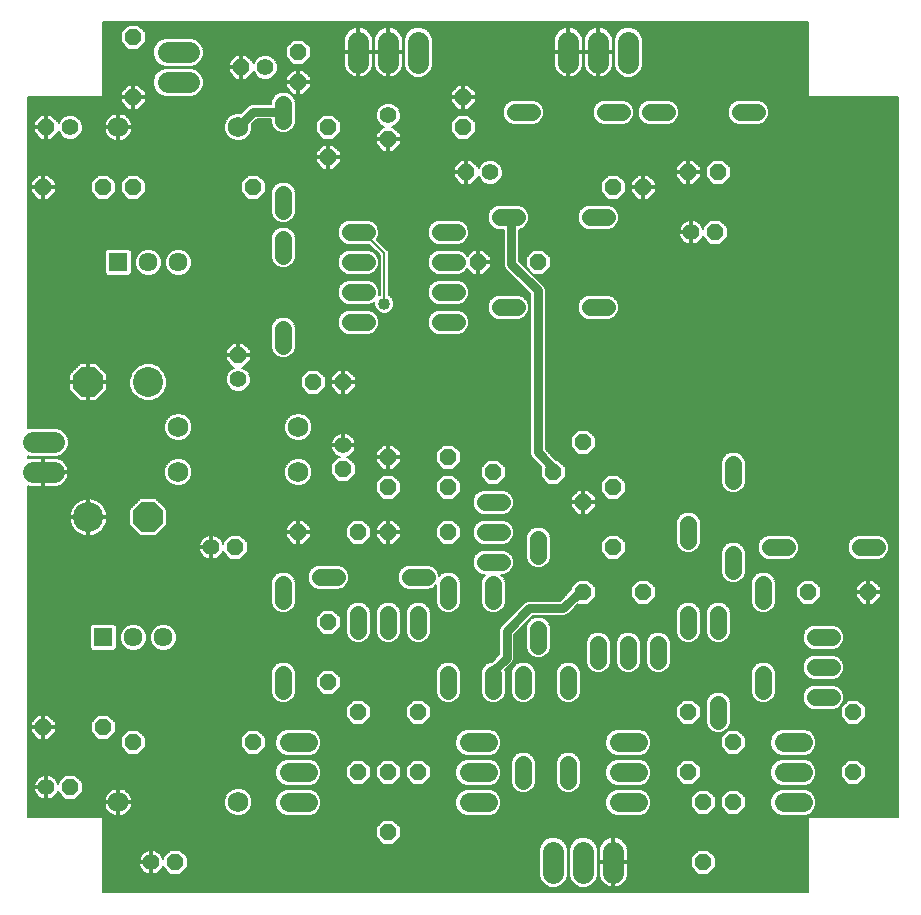
<source format=gbl>
G75*
%MOIN*%
%OFA0B0*%
%FSLAX25Y25*%
%IPPOS*%
%LPD*%
%AMOC8*
5,1,8,0,0,1.08239X$1,22.5*
%
%ADD10OC8,0.05600*%
%ADD11C,0.05600*%
%ADD12C,0.10000*%
%ADD13OC8,0.10000*%
%ADD14C,0.05600*%
%ADD15C,0.06800*%
%ADD16R,0.06337X0.06337*%
%ADD17C,0.06337*%
%ADD18C,0.06400*%
%ADD19C,0.07124*%
%ADD20C,0.00800*%
%ADD21C,0.04000*%
%ADD22C,0.00600*%
%ADD23C,0.03000*%
D10*
X0032527Y0041000D03*
X0023527Y0061000D03*
X0043527Y0061000D03*
X0053527Y0056000D03*
X0093527Y0056000D03*
X0118527Y0076000D03*
X0128527Y0066000D03*
X0148527Y0066000D03*
X0148527Y0046000D03*
X0138527Y0046000D03*
X0128527Y0046000D03*
X0138527Y0026000D03*
X0067527Y0016000D03*
X0118527Y0096000D03*
X0128527Y0126000D03*
X0138527Y0126000D03*
X0138527Y0141000D03*
X0138527Y0151000D03*
X0123527Y0147000D03*
X0108527Y0126000D03*
X0087527Y0121000D03*
X0113527Y0176000D03*
X0123527Y0176000D03*
X0088527Y0185000D03*
X0093527Y0241000D03*
X0118527Y0251000D03*
X0118527Y0261000D03*
X0108527Y0276000D03*
X0108527Y0286000D03*
X0089527Y0281000D03*
X0053527Y0271000D03*
X0053527Y0291000D03*
X0024527Y0261000D03*
X0023527Y0241000D03*
X0043527Y0241000D03*
X0053527Y0241000D03*
X0138527Y0257000D03*
X0163527Y0261000D03*
X0163527Y0271000D03*
X0164527Y0246000D03*
X0168527Y0216000D03*
X0188527Y0216000D03*
X0213527Y0241000D03*
X0223527Y0241000D03*
X0238527Y0246000D03*
X0248527Y0246000D03*
X0247527Y0226000D03*
X0203527Y0156000D03*
X0193527Y0146000D03*
X0203527Y0136000D03*
X0213527Y0141000D03*
X0213527Y0121000D03*
X0223527Y0106000D03*
X0203527Y0106000D03*
X0173527Y0146000D03*
X0158527Y0141000D03*
X0158527Y0151000D03*
X0158527Y0126000D03*
X0238527Y0066000D03*
X0253527Y0056000D03*
X0238527Y0046000D03*
X0243527Y0036000D03*
X0253527Y0036000D03*
X0243527Y0016000D03*
X0293527Y0046000D03*
X0293527Y0066000D03*
X0298527Y0106000D03*
X0278527Y0106000D03*
D11*
X0239527Y0226000D03*
X0172527Y0246000D03*
X0138527Y0265000D03*
X0097527Y0281000D03*
X0032527Y0261000D03*
X0088527Y0177000D03*
X0123527Y0155000D03*
X0079527Y0121000D03*
X0024527Y0041000D03*
X0059527Y0016000D03*
D12*
X0038527Y0131000D03*
X0058527Y0176000D03*
D13*
X0038527Y0176000D03*
X0058527Y0131000D03*
D14*
X0103527Y0108800D02*
X0103527Y0103200D01*
X0115727Y0111000D02*
X0121327Y0111000D01*
X0128527Y0098800D02*
X0128527Y0093200D01*
X0138527Y0093200D02*
X0138527Y0098800D01*
X0148527Y0098800D02*
X0148527Y0093200D01*
X0158527Y0103200D02*
X0158527Y0108800D01*
X0151327Y0111000D02*
X0145727Y0111000D01*
X0170727Y0116000D02*
X0176327Y0116000D01*
X0173527Y0108800D02*
X0173527Y0103200D01*
X0188527Y0093800D02*
X0188527Y0088200D01*
X0183527Y0078800D02*
X0183527Y0073200D01*
X0173527Y0073200D02*
X0173527Y0078800D01*
X0158527Y0078800D02*
X0158527Y0073200D01*
X0183527Y0048800D02*
X0183527Y0043200D01*
X0198527Y0043200D02*
X0198527Y0048800D01*
X0198527Y0073200D02*
X0198527Y0078800D01*
X0208527Y0083200D02*
X0208527Y0088800D01*
X0218527Y0088800D02*
X0218527Y0083200D01*
X0228527Y0083200D02*
X0228527Y0088800D01*
X0238527Y0093200D02*
X0238527Y0098800D01*
X0248527Y0098800D02*
X0248527Y0093200D01*
X0263527Y0103200D02*
X0263527Y0108800D01*
X0253527Y0113200D02*
X0253527Y0118800D01*
X0265727Y0121000D02*
X0271327Y0121000D01*
X0253527Y0143200D02*
X0253527Y0148800D01*
X0238527Y0128800D02*
X0238527Y0123200D01*
X0280727Y0091000D02*
X0286327Y0091000D01*
X0286327Y0081000D02*
X0280727Y0081000D01*
X0280727Y0071000D02*
X0286327Y0071000D01*
X0263527Y0073200D02*
X0263527Y0078800D01*
X0248527Y0068800D02*
X0248527Y0063200D01*
X0188527Y0118200D02*
X0188527Y0123800D01*
X0176327Y0126000D02*
X0170727Y0126000D01*
X0170727Y0136000D02*
X0176327Y0136000D01*
X0161327Y0196000D02*
X0155727Y0196000D01*
X0155727Y0206000D02*
X0161327Y0206000D01*
X0161327Y0216000D02*
X0155727Y0216000D01*
X0155727Y0226000D02*
X0161327Y0226000D01*
X0175727Y0231000D02*
X0181327Y0231000D01*
X0205727Y0231000D02*
X0211327Y0231000D01*
X0211327Y0201000D02*
X0205727Y0201000D01*
X0181327Y0201000D02*
X0175727Y0201000D01*
X0131327Y0196000D02*
X0125727Y0196000D01*
X0125727Y0206000D02*
X0131327Y0206000D01*
X0131327Y0216000D02*
X0125727Y0216000D01*
X0125727Y0226000D02*
X0131327Y0226000D01*
X0103527Y0223800D02*
X0103527Y0218200D01*
X0103527Y0233200D02*
X0103527Y0238800D01*
X0103527Y0263200D02*
X0103527Y0268800D01*
X0180727Y0266000D02*
X0186327Y0266000D01*
X0210727Y0266000D02*
X0216327Y0266000D01*
X0225727Y0266000D02*
X0231327Y0266000D01*
X0255727Y0266000D02*
X0261327Y0266000D01*
X0295727Y0121000D02*
X0301327Y0121000D01*
X0103527Y0078800D02*
X0103527Y0073200D01*
X0103527Y0188200D02*
X0103527Y0193800D01*
D15*
X0108527Y0161000D03*
X0108527Y0146000D03*
X0068527Y0146000D03*
X0068527Y0161000D03*
X0088527Y0261000D03*
X0048527Y0261000D03*
X0048527Y0036000D03*
X0088527Y0036000D03*
D16*
X0043527Y0091000D03*
X0048527Y0216000D03*
D17*
X0058527Y0216000D03*
X0068527Y0216000D03*
X0063527Y0091000D03*
X0053527Y0091000D03*
D18*
X0105327Y0056000D02*
X0111727Y0056000D01*
X0111727Y0046000D02*
X0105327Y0046000D01*
X0105327Y0036000D02*
X0111727Y0036000D01*
X0165327Y0036000D02*
X0171727Y0036000D01*
X0171727Y0046000D02*
X0165327Y0046000D01*
X0165327Y0056000D02*
X0171727Y0056000D01*
X0215327Y0056000D02*
X0221727Y0056000D01*
X0221727Y0046000D02*
X0215327Y0046000D01*
X0215327Y0036000D02*
X0221727Y0036000D01*
X0270327Y0036000D02*
X0276727Y0036000D01*
X0276727Y0046000D02*
X0270327Y0046000D01*
X0270327Y0056000D02*
X0276727Y0056000D01*
D19*
X0213527Y0019562D02*
X0213527Y0012438D01*
X0203527Y0012438D02*
X0203527Y0019562D01*
X0193527Y0019562D02*
X0193527Y0012438D01*
X0027089Y0146000D02*
X0019964Y0146000D01*
X0019964Y0156000D02*
X0027089Y0156000D01*
X0064964Y0276000D02*
X0072089Y0276000D01*
X0072089Y0286000D02*
X0064964Y0286000D01*
X0128527Y0282438D02*
X0128527Y0289562D01*
X0138527Y0289562D02*
X0138527Y0282438D01*
X0148527Y0282438D02*
X0148527Y0289562D01*
X0198527Y0289562D02*
X0198527Y0282438D01*
X0208527Y0282438D02*
X0208527Y0289562D01*
X0218527Y0289562D02*
X0218527Y0282438D01*
D20*
X0137127Y0219000D02*
X0137127Y0202200D01*
X0137127Y0219000D02*
X0130327Y0225800D01*
X0128727Y0225800D01*
X0128527Y0226000D01*
D21*
X0137127Y0202200D03*
D22*
X0018527Y0141355D02*
X0018527Y0031000D01*
X0043527Y0031000D01*
X0043527Y0006000D01*
X0278527Y0006000D01*
X0278527Y0031000D01*
X0308527Y0031000D01*
X0308527Y0271000D01*
X0278527Y0271000D01*
X0278527Y0296000D01*
X0043527Y0296000D01*
X0043527Y0271000D01*
X0018527Y0271000D01*
X0018527Y0160667D01*
X0018997Y0160862D01*
X0028056Y0160862D01*
X0029843Y0160122D01*
X0031211Y0158754D01*
X0031951Y0156967D01*
X0031951Y0155033D01*
X0031211Y0153246D01*
X0029843Y0151878D01*
X0028056Y0151138D01*
X0018997Y0151138D01*
X0018527Y0151333D01*
X0018527Y0150645D01*
X0018826Y0150742D01*
X0019582Y0150862D01*
X0023227Y0150862D01*
X0023227Y0146300D01*
X0023827Y0146300D01*
X0031951Y0146300D01*
X0031951Y0146383D01*
X0031831Y0147139D01*
X0031595Y0147866D01*
X0031247Y0148548D01*
X0030798Y0149168D01*
X0030256Y0149709D01*
X0029637Y0150159D01*
X0028955Y0150506D01*
X0028227Y0150742D01*
X0027472Y0150862D01*
X0023827Y0150862D01*
X0023827Y0146300D01*
X0023827Y0145700D01*
X0031951Y0145700D01*
X0031951Y0145617D01*
X0031831Y0144861D01*
X0031595Y0144134D01*
X0031247Y0143452D01*
X0030798Y0142832D01*
X0030256Y0142291D01*
X0029637Y0141841D01*
X0028955Y0141494D01*
X0028227Y0141258D01*
X0027472Y0141138D01*
X0023827Y0141138D01*
X0023827Y0145700D01*
X0023227Y0145700D01*
X0023227Y0141138D01*
X0019582Y0141138D01*
X0018826Y0141258D01*
X0018527Y0141355D01*
X0018527Y0141052D02*
X0134427Y0141052D01*
X0134427Y0141650D02*
X0110307Y0141650D01*
X0109462Y0141300D02*
X0111189Y0142016D01*
X0112511Y0143338D01*
X0113227Y0145065D01*
X0113227Y0146935D01*
X0112511Y0148662D01*
X0111189Y0149984D01*
X0109462Y0150700D01*
X0107592Y0150700D01*
X0105864Y0149984D01*
X0104542Y0148662D01*
X0103827Y0146935D01*
X0103827Y0145065D01*
X0104542Y0143338D01*
X0105864Y0142016D01*
X0107592Y0141300D01*
X0109462Y0141300D01*
X0111422Y0142249D02*
X0134427Y0142249D01*
X0134427Y0142698D02*
X0134427Y0139302D01*
X0136828Y0136900D01*
X0140225Y0136900D01*
X0142627Y0139302D01*
X0142627Y0142698D01*
X0140225Y0145100D01*
X0136828Y0145100D01*
X0134427Y0142698D01*
X0134576Y0142847D02*
X0112021Y0142847D01*
X0112556Y0143446D02*
X0121283Y0143446D01*
X0121828Y0142900D02*
X0125225Y0142900D01*
X0127627Y0145302D01*
X0127627Y0148698D01*
X0125225Y0151100D01*
X0124791Y0151100D01*
X0125100Y0151200D01*
X0125676Y0151493D01*
X0126198Y0151873D01*
X0126654Y0152329D01*
X0127033Y0152851D01*
X0127326Y0153426D01*
X0127526Y0154040D01*
X0127627Y0154677D01*
X0127627Y0154700D01*
X0123827Y0154700D01*
X0123827Y0155300D01*
X0127627Y0155300D01*
X0127627Y0155323D01*
X0127526Y0155960D01*
X0127326Y0156574D01*
X0127033Y0157149D01*
X0126654Y0157671D01*
X0126198Y0158127D01*
X0125676Y0158507D01*
X0125100Y0158800D01*
X0124487Y0158999D01*
X0123849Y0159100D01*
X0123827Y0159100D01*
X0123827Y0155300D01*
X0123227Y0155300D01*
X0123227Y0159100D01*
X0123204Y0159100D01*
X0122567Y0158999D01*
X0121953Y0158800D01*
X0121378Y0158507D01*
X0120856Y0158127D01*
X0120399Y0157671D01*
X0120020Y0157149D01*
X0119727Y0156574D01*
X0119528Y0155960D01*
X0119427Y0155323D01*
X0119427Y0155300D01*
X0123227Y0155300D01*
X0123227Y0154700D01*
X0119427Y0154700D01*
X0119427Y0154677D01*
X0119528Y0154040D01*
X0119727Y0153426D01*
X0120020Y0152851D01*
X0120399Y0152329D01*
X0120856Y0151873D01*
X0121378Y0151493D01*
X0121953Y0151200D01*
X0122262Y0151100D01*
X0121828Y0151100D01*
X0119427Y0148698D01*
X0119427Y0145302D01*
X0121828Y0142900D01*
X0120684Y0144044D02*
X0112804Y0144044D01*
X0113052Y0144643D02*
X0120086Y0144643D01*
X0119487Y0145241D02*
X0113227Y0145241D01*
X0113227Y0145840D02*
X0119427Y0145840D01*
X0119427Y0146438D02*
X0113227Y0146438D01*
X0113184Y0147037D02*
X0119427Y0147037D01*
X0119427Y0147635D02*
X0112937Y0147635D01*
X0112689Y0148234D02*
X0119427Y0148234D01*
X0119561Y0148832D02*
X0112341Y0148832D01*
X0111743Y0149431D02*
X0120159Y0149431D01*
X0120758Y0150029D02*
X0111081Y0150029D01*
X0109636Y0150628D02*
X0121356Y0150628D01*
X0121902Y0151226D02*
X0028270Y0151226D01*
X0028580Y0150628D02*
X0067418Y0150628D01*
X0067592Y0150700D02*
X0065864Y0149984D01*
X0064542Y0148662D01*
X0063827Y0146935D01*
X0063827Y0145065D01*
X0064542Y0143338D01*
X0065864Y0142016D01*
X0067592Y0141300D01*
X0069462Y0141300D01*
X0071189Y0142016D01*
X0072511Y0143338D01*
X0073227Y0145065D01*
X0073227Y0146935D01*
X0072511Y0148662D01*
X0071189Y0149984D01*
X0069462Y0150700D01*
X0067592Y0150700D01*
X0065973Y0150029D02*
X0029815Y0150029D01*
X0030534Y0149431D02*
X0065311Y0149431D01*
X0064712Y0148832D02*
X0031041Y0148832D01*
X0031408Y0148234D02*
X0064365Y0148234D01*
X0064117Y0147635D02*
X0031670Y0147635D01*
X0031847Y0147037D02*
X0063869Y0147037D01*
X0063827Y0146438D02*
X0031942Y0146438D01*
X0031891Y0145241D02*
X0063827Y0145241D01*
X0063827Y0145840D02*
X0023827Y0145840D01*
X0023827Y0146438D02*
X0023227Y0146438D01*
X0023227Y0147037D02*
X0023827Y0147037D01*
X0023827Y0147635D02*
X0023227Y0147635D01*
X0023227Y0148234D02*
X0023827Y0148234D01*
X0023827Y0148832D02*
X0023227Y0148832D01*
X0023227Y0149431D02*
X0023827Y0149431D01*
X0023827Y0150029D02*
X0023227Y0150029D01*
X0023227Y0150628D02*
X0023827Y0150628D01*
X0023827Y0145241D02*
X0023227Y0145241D01*
X0023227Y0144643D02*
X0023827Y0144643D01*
X0023827Y0144044D02*
X0023227Y0144044D01*
X0023227Y0143446D02*
X0023827Y0143446D01*
X0023827Y0142847D02*
X0023227Y0142847D01*
X0023227Y0142249D02*
X0023827Y0142249D01*
X0023827Y0141650D02*
X0023227Y0141650D01*
X0018527Y0140453D02*
X0134427Y0140453D01*
X0134427Y0139855D02*
X0018527Y0139855D01*
X0018527Y0139256D02*
X0134472Y0139256D01*
X0135071Y0138658D02*
X0018527Y0138658D01*
X0018527Y0138059D02*
X0135669Y0138059D01*
X0136268Y0137461D02*
X0018527Y0137461D01*
X0018527Y0136862D02*
X0036181Y0136862D01*
X0036108Y0136838D02*
X0035225Y0136388D01*
X0034422Y0135805D01*
X0033721Y0135104D01*
X0033138Y0134302D01*
X0032688Y0133418D01*
X0032382Y0132475D01*
X0032227Y0131496D01*
X0032227Y0131300D01*
X0038227Y0131300D01*
X0038227Y0137300D01*
X0038031Y0137300D01*
X0037051Y0137145D01*
X0036108Y0136838D01*
X0035053Y0136264D02*
X0018527Y0136264D01*
X0018527Y0135665D02*
X0034282Y0135665D01*
X0033694Y0135067D02*
X0018527Y0135067D01*
X0018527Y0134468D02*
X0033259Y0134468D01*
X0032918Y0133870D02*
X0018527Y0133870D01*
X0018527Y0133271D02*
X0032640Y0133271D01*
X0032446Y0132672D02*
X0018527Y0132672D01*
X0018527Y0132074D02*
X0032318Y0132074D01*
X0032227Y0131475D02*
X0018527Y0131475D01*
X0018527Y0130877D02*
X0038227Y0130877D01*
X0038227Y0130700D02*
X0032227Y0130700D01*
X0032227Y0130504D01*
X0032382Y0129525D01*
X0032688Y0128582D01*
X0033138Y0127698D01*
X0033721Y0126896D01*
X0034422Y0126195D01*
X0035225Y0125612D01*
X0036108Y0125162D01*
X0037051Y0124855D01*
X0038031Y0124700D01*
X0038227Y0124700D01*
X0038227Y0130700D01*
X0038827Y0130700D01*
X0038827Y0131300D01*
X0044827Y0131300D01*
X0044827Y0131496D01*
X0044672Y0132475D01*
X0044365Y0133418D01*
X0043915Y0134302D01*
X0043332Y0135104D01*
X0042631Y0135805D01*
X0041829Y0136388D01*
X0040945Y0136838D01*
X0040002Y0137145D01*
X0039022Y0137300D01*
X0038827Y0137300D01*
X0038827Y0131300D01*
X0038227Y0131300D01*
X0038227Y0130700D01*
X0038227Y0130278D02*
X0038827Y0130278D01*
X0038827Y0130700D02*
X0038827Y0124700D01*
X0039022Y0124700D01*
X0040002Y0124855D01*
X0040945Y0125162D01*
X0041829Y0125612D01*
X0042631Y0126195D01*
X0043332Y0126896D01*
X0043915Y0127698D01*
X0044365Y0128582D01*
X0044672Y0129525D01*
X0044827Y0130504D01*
X0044827Y0130700D01*
X0038827Y0130700D01*
X0038827Y0130877D02*
X0052227Y0130877D01*
X0052227Y0131475D02*
X0044827Y0131475D01*
X0044735Y0132074D02*
X0052227Y0132074D01*
X0052227Y0132672D02*
X0044607Y0132672D01*
X0044413Y0133271D02*
X0052227Y0133271D01*
X0052227Y0133610D02*
X0052227Y0128390D01*
X0055917Y0124700D01*
X0061136Y0124700D01*
X0064827Y0128390D01*
X0064827Y0133610D01*
X0061136Y0137300D01*
X0055917Y0137300D01*
X0052227Y0133610D01*
X0052487Y0133870D02*
X0044135Y0133870D01*
X0043794Y0134468D02*
X0053085Y0134468D01*
X0053684Y0135067D02*
X0043359Y0135067D01*
X0042771Y0135665D02*
X0054282Y0135665D01*
X0054881Y0136264D02*
X0042000Y0136264D01*
X0040872Y0136862D02*
X0055479Y0136862D01*
X0061574Y0136862D02*
X0166646Y0136862D01*
X0166627Y0136816D02*
X0166627Y0135184D01*
X0167251Y0133678D01*
X0168404Y0132524D01*
X0169911Y0131900D01*
X0177142Y0131900D01*
X0178649Y0132524D01*
X0179802Y0133678D01*
X0180427Y0135184D01*
X0180427Y0136816D01*
X0179802Y0138322D01*
X0178649Y0139476D01*
X0177142Y0140100D01*
X0169911Y0140100D01*
X0168404Y0139476D01*
X0167251Y0138322D01*
X0166627Y0136816D01*
X0166627Y0136264D02*
X0062173Y0136264D01*
X0062771Y0135665D02*
X0166627Y0135665D01*
X0166675Y0135067D02*
X0063370Y0135067D01*
X0063968Y0134468D02*
X0166923Y0134468D01*
X0167171Y0133870D02*
X0064567Y0133870D01*
X0064827Y0133271D02*
X0167657Y0133271D01*
X0168256Y0132672D02*
X0064827Y0132672D01*
X0064827Y0132074D02*
X0169491Y0132074D01*
X0169911Y0130100D02*
X0168404Y0129476D01*
X0167251Y0128322D01*
X0166627Y0126816D01*
X0166627Y0125184D01*
X0167251Y0123678D01*
X0168404Y0122524D01*
X0169911Y0121900D01*
X0177142Y0121900D01*
X0178649Y0122524D01*
X0179802Y0123678D01*
X0180427Y0125184D01*
X0180427Y0126816D01*
X0179802Y0128322D01*
X0178649Y0129476D01*
X0177142Y0130100D01*
X0169911Y0130100D01*
X0168897Y0129680D02*
X0160645Y0129680D01*
X0160225Y0130100D02*
X0162627Y0127698D01*
X0162627Y0124302D01*
X0160225Y0121900D01*
X0156828Y0121900D01*
X0154427Y0124302D01*
X0154427Y0127698D01*
X0156828Y0130100D01*
X0160225Y0130100D01*
X0161243Y0129081D02*
X0168010Y0129081D01*
X0167411Y0128483D02*
X0161842Y0128483D01*
X0162441Y0127884D02*
X0167069Y0127884D01*
X0166821Y0127286D02*
X0162627Y0127286D01*
X0162627Y0126687D02*
X0166627Y0126687D01*
X0166627Y0126089D02*
X0162627Y0126089D01*
X0162627Y0125490D02*
X0166627Y0125490D01*
X0166748Y0124892D02*
X0162627Y0124892D01*
X0162618Y0124293D02*
X0166996Y0124293D01*
X0167244Y0123695D02*
X0162020Y0123695D01*
X0161421Y0123096D02*
X0167832Y0123096D01*
X0168468Y0122498D02*
X0160823Y0122498D01*
X0156231Y0122498D02*
X0140823Y0122498D01*
X0140225Y0121900D02*
X0142627Y0124302D01*
X0142627Y0125700D01*
X0138827Y0125700D01*
X0138827Y0126300D01*
X0142627Y0126300D01*
X0142627Y0127698D01*
X0140225Y0130100D01*
X0138827Y0130100D01*
X0138827Y0126300D01*
X0138227Y0126300D01*
X0138227Y0130100D01*
X0136828Y0130100D01*
X0134427Y0127698D01*
X0134427Y0126300D01*
X0138227Y0126300D01*
X0138227Y0125700D01*
X0138827Y0125700D01*
X0138827Y0121900D01*
X0140225Y0121900D01*
X0138827Y0122498D02*
X0138227Y0122498D01*
X0138227Y0121900D02*
X0138227Y0125700D01*
X0134427Y0125700D01*
X0134427Y0124302D01*
X0136828Y0121900D01*
X0138227Y0121900D01*
X0138227Y0123096D02*
X0138827Y0123096D01*
X0138827Y0123695D02*
X0138227Y0123695D01*
X0138227Y0124293D02*
X0138827Y0124293D01*
X0138827Y0124892D02*
X0138227Y0124892D01*
X0138227Y0125490D02*
X0138827Y0125490D01*
X0138827Y0126089D02*
X0154427Y0126089D01*
X0154427Y0126687D02*
X0142627Y0126687D01*
X0142627Y0127286D02*
X0154427Y0127286D01*
X0154613Y0127884D02*
X0142441Y0127884D01*
X0141842Y0128483D02*
X0155211Y0128483D01*
X0155810Y0129081D02*
X0141243Y0129081D01*
X0140645Y0129680D02*
X0156408Y0129680D01*
X0154427Y0125490D02*
X0142627Y0125490D01*
X0142627Y0124892D02*
X0154427Y0124892D01*
X0154435Y0124293D02*
X0142618Y0124293D01*
X0142020Y0123695D02*
X0155034Y0123695D01*
X0155632Y0123096D02*
X0141421Y0123096D01*
X0138227Y0126089D02*
X0132627Y0126089D01*
X0132627Y0126687D02*
X0134427Y0126687D01*
X0134427Y0127286D02*
X0132627Y0127286D01*
X0132627Y0127698D02*
X0130225Y0130100D01*
X0126828Y0130100D01*
X0124427Y0127698D01*
X0124427Y0124302D01*
X0126828Y0121900D01*
X0130225Y0121900D01*
X0132627Y0124302D01*
X0132627Y0127698D01*
X0132441Y0127884D02*
X0134613Y0127884D01*
X0135211Y0128483D02*
X0131842Y0128483D01*
X0131243Y0129081D02*
X0135810Y0129081D01*
X0136408Y0129680D02*
X0130645Y0129680D01*
X0126408Y0129680D02*
X0110645Y0129680D01*
X0110225Y0130100D02*
X0112627Y0127698D01*
X0112627Y0126300D01*
X0108827Y0126300D01*
X0108827Y0125700D01*
X0112627Y0125700D01*
X0112627Y0124302D01*
X0110225Y0121900D01*
X0108827Y0121900D01*
X0108827Y0125700D01*
X0108227Y0125700D01*
X0108227Y0121900D01*
X0106828Y0121900D01*
X0104427Y0124302D01*
X0104427Y0125700D01*
X0108227Y0125700D01*
X0108227Y0126300D01*
X0108227Y0130100D01*
X0106828Y0130100D01*
X0104427Y0127698D01*
X0104427Y0126300D01*
X0108227Y0126300D01*
X0108827Y0126300D01*
X0108827Y0130100D01*
X0110225Y0130100D01*
X0111243Y0129081D02*
X0125810Y0129081D01*
X0125211Y0128483D02*
X0111842Y0128483D01*
X0112441Y0127884D02*
X0124613Y0127884D01*
X0124427Y0127286D02*
X0112627Y0127286D01*
X0112627Y0126687D02*
X0124427Y0126687D01*
X0124427Y0126089D02*
X0108827Y0126089D01*
X0108827Y0126687D02*
X0108227Y0126687D01*
X0108227Y0126089D02*
X0062525Y0126089D01*
X0063124Y0126687D02*
X0104427Y0126687D01*
X0104427Y0127286D02*
X0063722Y0127286D01*
X0064321Y0127884D02*
X0104613Y0127884D01*
X0105211Y0128483D02*
X0064827Y0128483D01*
X0064827Y0129081D02*
X0105810Y0129081D01*
X0106408Y0129680D02*
X0064827Y0129680D01*
X0064827Y0130278D02*
X0234701Y0130278D01*
X0234453Y0129680D02*
X0178156Y0129680D01*
X0179043Y0129081D02*
X0234427Y0129081D01*
X0234427Y0129616D02*
X0234427Y0122384D01*
X0235051Y0120878D01*
X0236204Y0119724D01*
X0237711Y0119100D01*
X0239342Y0119100D01*
X0240849Y0119724D01*
X0242002Y0120878D01*
X0242627Y0122384D01*
X0242627Y0129616D01*
X0242002Y0131122D01*
X0240849Y0132276D01*
X0239342Y0132900D01*
X0237711Y0132900D01*
X0236204Y0132276D01*
X0235051Y0131122D01*
X0234427Y0129616D01*
X0234427Y0128483D02*
X0179642Y0128483D01*
X0179984Y0127884D02*
X0187673Y0127884D01*
X0187711Y0127900D02*
X0186204Y0127276D01*
X0185051Y0126122D01*
X0184427Y0124616D01*
X0184427Y0117384D01*
X0185051Y0115878D01*
X0186204Y0114724D01*
X0187711Y0114100D01*
X0189342Y0114100D01*
X0190849Y0114724D01*
X0192002Y0115878D01*
X0192627Y0117384D01*
X0192627Y0124616D01*
X0192002Y0126122D01*
X0190849Y0127276D01*
X0189342Y0127900D01*
X0187711Y0127900D01*
X0186229Y0127286D02*
X0180232Y0127286D01*
X0180427Y0126687D02*
X0185616Y0126687D01*
X0185037Y0126089D02*
X0180427Y0126089D01*
X0180427Y0125490D02*
X0184789Y0125490D01*
X0184541Y0124892D02*
X0180305Y0124892D01*
X0180058Y0124293D02*
X0184427Y0124293D01*
X0184427Y0123695D02*
X0179810Y0123695D01*
X0179221Y0123096D02*
X0184427Y0123096D01*
X0184427Y0122498D02*
X0178585Y0122498D01*
X0177142Y0120100D02*
X0169911Y0120100D01*
X0168404Y0119476D01*
X0167251Y0118322D01*
X0166627Y0116816D01*
X0166627Y0115184D01*
X0167251Y0113678D01*
X0168404Y0112524D01*
X0169911Y0111900D01*
X0170828Y0111900D01*
X0170051Y0111122D01*
X0169427Y0109616D01*
X0169427Y0102384D01*
X0170051Y0100878D01*
X0171204Y0099724D01*
X0172711Y0099100D01*
X0174342Y0099100D01*
X0175849Y0099724D01*
X0177002Y0100878D01*
X0177627Y0102384D01*
X0177627Y0109616D01*
X0177002Y0111122D01*
X0176225Y0111900D01*
X0177142Y0111900D01*
X0178649Y0112524D01*
X0179802Y0113678D01*
X0180427Y0115184D01*
X0180427Y0116816D01*
X0179802Y0118322D01*
X0178649Y0119476D01*
X0177142Y0120100D01*
X0178578Y0119505D02*
X0184427Y0119505D01*
X0184427Y0118907D02*
X0179218Y0118907D01*
X0179808Y0118308D02*
X0184427Y0118308D01*
X0184427Y0117710D02*
X0180056Y0117710D01*
X0180304Y0117111D02*
X0184540Y0117111D01*
X0184788Y0116513D02*
X0180427Y0116513D01*
X0180427Y0115914D02*
X0185036Y0115914D01*
X0185613Y0115316D02*
X0180427Y0115316D01*
X0180233Y0114717D02*
X0186221Y0114717D01*
X0187666Y0114119D02*
X0179985Y0114119D01*
X0179645Y0113520D02*
X0249427Y0113520D01*
X0249427Y0112922D02*
X0179047Y0112922D01*
X0178164Y0112323D02*
X0249452Y0112323D01*
X0249427Y0112384D02*
X0250051Y0110878D01*
X0251204Y0109724D01*
X0252711Y0109100D01*
X0254342Y0109100D01*
X0255849Y0109724D01*
X0257002Y0110878D01*
X0257627Y0112384D01*
X0257627Y0119616D01*
X0257002Y0121122D01*
X0255849Y0122276D01*
X0254342Y0122900D01*
X0252711Y0122900D01*
X0251204Y0122276D01*
X0250051Y0121122D01*
X0249427Y0119616D01*
X0249427Y0112384D01*
X0249700Y0111725D02*
X0176400Y0111725D01*
X0176999Y0111126D02*
X0249948Y0111126D01*
X0250401Y0110528D02*
X0177249Y0110528D01*
X0177497Y0109929D02*
X0201657Y0109929D01*
X0201828Y0110100D02*
X0199427Y0107698D01*
X0199427Y0106977D01*
X0195650Y0103200D01*
X0185009Y0103200D01*
X0184054Y0102804D01*
X0176454Y0095204D01*
X0175722Y0094473D01*
X0175327Y0093517D01*
X0175327Y0085277D01*
X0172950Y0082900D01*
X0172711Y0082900D01*
X0171204Y0082276D01*
X0170051Y0081122D01*
X0169427Y0079616D01*
X0169427Y0072384D01*
X0170051Y0070878D01*
X0171204Y0069724D01*
X0172711Y0069100D01*
X0174342Y0069100D01*
X0175849Y0069724D01*
X0177002Y0070878D01*
X0177627Y0072384D01*
X0177627Y0079616D01*
X0177449Y0080045D01*
X0180131Y0082727D01*
X0180527Y0083683D01*
X0180527Y0091923D01*
X0186604Y0098000D01*
X0197244Y0098000D01*
X0198199Y0098396D01*
X0198931Y0099127D01*
X0201766Y0101962D01*
X0201828Y0101900D01*
X0205225Y0101900D01*
X0207627Y0104302D01*
X0207627Y0107698D01*
X0205225Y0110100D01*
X0201828Y0110100D01*
X0201059Y0109331D02*
X0177627Y0109331D01*
X0177627Y0108732D02*
X0200460Y0108732D01*
X0199862Y0108134D02*
X0177627Y0108134D01*
X0177627Y0107535D02*
X0199427Y0107535D01*
X0199386Y0106937D02*
X0177627Y0106937D01*
X0177627Y0106338D02*
X0198788Y0106338D01*
X0198189Y0105739D02*
X0177627Y0105739D01*
X0177627Y0105141D02*
X0197591Y0105141D01*
X0196992Y0104542D02*
X0177627Y0104542D01*
X0177627Y0103944D02*
X0196394Y0103944D01*
X0195795Y0103345D02*
X0177627Y0103345D01*
X0177627Y0102747D02*
X0183997Y0102747D01*
X0183398Y0102148D02*
X0177529Y0102148D01*
X0177281Y0101550D02*
X0182800Y0101550D01*
X0182201Y0100951D02*
X0177033Y0100951D01*
X0176478Y0100353D02*
X0181603Y0100353D01*
X0181004Y0099754D02*
X0175879Y0099754D01*
X0174477Y0099156D02*
X0180406Y0099156D01*
X0179807Y0098557D02*
X0152627Y0098557D01*
X0152627Y0097959D02*
X0179209Y0097959D01*
X0178610Y0097360D02*
X0152627Y0097360D01*
X0152627Y0096762D02*
X0178012Y0096762D01*
X0177413Y0096163D02*
X0152627Y0096163D01*
X0152627Y0095565D02*
X0176814Y0095565D01*
X0176216Y0094966D02*
X0152627Y0094966D01*
X0152627Y0094368D02*
X0175679Y0094368D01*
X0175431Y0093769D02*
X0152627Y0093769D01*
X0152627Y0093171D02*
X0175327Y0093171D01*
X0175327Y0092572D02*
X0152627Y0092572D01*
X0152627Y0092384D02*
X0152002Y0090878D01*
X0150849Y0089724D01*
X0149342Y0089100D01*
X0147711Y0089100D01*
X0146204Y0089724D01*
X0145051Y0090878D01*
X0144427Y0092384D01*
X0144427Y0099616D01*
X0145051Y0101122D01*
X0146204Y0102276D01*
X0147711Y0102900D01*
X0149342Y0102900D01*
X0150849Y0102276D01*
X0152002Y0101122D01*
X0152627Y0099616D01*
X0152627Y0092384D01*
X0152456Y0091974D02*
X0175327Y0091974D01*
X0175327Y0091375D02*
X0152209Y0091375D01*
X0151902Y0090777D02*
X0175327Y0090777D01*
X0175327Y0090178D02*
X0151303Y0090178D01*
X0150500Y0089580D02*
X0175327Y0089580D01*
X0175327Y0088981D02*
X0067527Y0088981D01*
X0067315Y0088469D02*
X0067995Y0090111D01*
X0067995Y0091889D01*
X0067315Y0093531D01*
X0066058Y0094788D01*
X0064415Y0095468D01*
X0062638Y0095468D01*
X0060995Y0094788D01*
X0059738Y0093531D01*
X0059058Y0091889D01*
X0059058Y0090111D01*
X0059738Y0088469D01*
X0060995Y0087212D01*
X0062638Y0086531D01*
X0064415Y0086531D01*
X0066058Y0087212D01*
X0067315Y0088469D01*
X0067229Y0088383D02*
X0175327Y0088383D01*
X0175327Y0087784D02*
X0066630Y0087784D01*
X0065995Y0087186D02*
X0175327Y0087186D01*
X0175327Y0086587D02*
X0064550Y0086587D01*
X0062504Y0086587D02*
X0054550Y0086587D01*
X0054415Y0086531D02*
X0056058Y0087212D01*
X0057315Y0088469D01*
X0057995Y0090111D01*
X0057995Y0091889D01*
X0057315Y0093531D01*
X0056058Y0094788D01*
X0054415Y0095468D01*
X0052638Y0095468D01*
X0050995Y0094788D01*
X0049738Y0093531D01*
X0049058Y0091889D01*
X0049058Y0090111D01*
X0049738Y0088469D01*
X0050995Y0087212D01*
X0052638Y0086531D01*
X0054415Y0086531D01*
X0055995Y0087186D02*
X0061059Y0087186D01*
X0060423Y0087784D02*
X0056630Y0087784D01*
X0057229Y0088383D02*
X0059825Y0088383D01*
X0059526Y0088981D02*
X0057527Y0088981D01*
X0057775Y0089580D02*
X0059278Y0089580D01*
X0059058Y0090178D02*
X0057995Y0090178D01*
X0057995Y0090777D02*
X0059058Y0090777D01*
X0059058Y0091375D02*
X0057995Y0091375D01*
X0057960Y0091974D02*
X0059093Y0091974D01*
X0059341Y0092572D02*
X0057712Y0092572D01*
X0057464Y0093171D02*
X0059589Y0093171D01*
X0059976Y0093769D02*
X0057077Y0093769D01*
X0056478Y0094368D02*
X0060575Y0094368D01*
X0061425Y0094966D02*
X0055628Y0094966D01*
X0051425Y0094966D02*
X0047736Y0094966D01*
X0047995Y0094707D02*
X0047234Y0095468D01*
X0039820Y0095468D01*
X0039058Y0094707D01*
X0039058Y0087293D01*
X0039820Y0086531D01*
X0047234Y0086531D01*
X0047995Y0087293D01*
X0047995Y0094707D01*
X0047995Y0094368D02*
X0050575Y0094368D01*
X0049976Y0093769D02*
X0047995Y0093769D01*
X0047995Y0093171D02*
X0049589Y0093171D01*
X0049341Y0092572D02*
X0047995Y0092572D01*
X0047995Y0091974D02*
X0049093Y0091974D01*
X0049058Y0091375D02*
X0047995Y0091375D01*
X0047995Y0090777D02*
X0049058Y0090777D01*
X0049058Y0090178D02*
X0047995Y0090178D01*
X0047995Y0089580D02*
X0049278Y0089580D01*
X0049526Y0088981D02*
X0047995Y0088981D01*
X0047995Y0088383D02*
X0049825Y0088383D01*
X0050423Y0087784D02*
X0047995Y0087784D01*
X0047888Y0087186D02*
X0051059Y0087186D01*
X0052504Y0086587D02*
X0047289Y0086587D01*
X0039764Y0086587D02*
X0018527Y0086587D01*
X0018527Y0085989D02*
X0175327Y0085989D01*
X0175327Y0085390D02*
X0018527Y0085390D01*
X0018527Y0084792D02*
X0174841Y0084792D01*
X0174243Y0084193D02*
X0018527Y0084193D01*
X0018527Y0083595D02*
X0173644Y0083595D01*
X0173046Y0082996D02*
X0018527Y0082996D01*
X0018527Y0082398D02*
X0101498Y0082398D01*
X0101204Y0082276D02*
X0100051Y0081122D01*
X0099427Y0079616D01*
X0099427Y0072384D01*
X0100051Y0070878D01*
X0101204Y0069724D01*
X0102711Y0069100D01*
X0104342Y0069100D01*
X0105849Y0069724D01*
X0107002Y0070878D01*
X0107627Y0072384D01*
X0107627Y0079616D01*
X0107002Y0081122D01*
X0105849Y0082276D01*
X0104342Y0082900D01*
X0102711Y0082900D01*
X0101204Y0082276D01*
X0100727Y0081799D02*
X0018527Y0081799D01*
X0018527Y0081201D02*
X0100129Y0081201D01*
X0099835Y0080602D02*
X0018527Y0080602D01*
X0018527Y0080003D02*
X0099587Y0080003D01*
X0099427Y0079405D02*
X0018527Y0079405D01*
X0018527Y0078806D02*
X0099427Y0078806D01*
X0099427Y0078208D02*
X0018527Y0078208D01*
X0018527Y0077609D02*
X0099427Y0077609D01*
X0099427Y0077011D02*
X0018527Y0077011D01*
X0018527Y0076412D02*
X0099427Y0076412D01*
X0099427Y0075814D02*
X0018527Y0075814D01*
X0018527Y0075215D02*
X0099427Y0075215D01*
X0099427Y0074617D02*
X0018527Y0074617D01*
X0018527Y0074018D02*
X0099427Y0074018D01*
X0099427Y0073420D02*
X0018527Y0073420D01*
X0018527Y0072821D02*
X0099427Y0072821D01*
X0099494Y0072223D02*
X0018527Y0072223D01*
X0018527Y0071624D02*
X0099741Y0071624D01*
X0099989Y0071026D02*
X0018527Y0071026D01*
X0018527Y0070427D02*
X0100501Y0070427D01*
X0101100Y0069829D02*
X0018527Y0069829D01*
X0018527Y0069230D02*
X0102397Y0069230D01*
X0104657Y0069230D02*
X0125959Y0069230D01*
X0126557Y0069829D02*
X0105954Y0069829D01*
X0106552Y0070427D02*
X0155501Y0070427D01*
X0155051Y0070878D02*
X0156204Y0069724D01*
X0157711Y0069100D01*
X0159342Y0069100D01*
X0160849Y0069724D01*
X0162002Y0070878D01*
X0162627Y0072384D01*
X0162627Y0079616D01*
X0162002Y0081122D01*
X0160849Y0082276D01*
X0159342Y0082900D01*
X0157711Y0082900D01*
X0156204Y0082276D01*
X0155051Y0081122D01*
X0154427Y0079616D01*
X0154427Y0072384D01*
X0155051Y0070878D01*
X0154989Y0071026D02*
X0107064Y0071026D01*
X0107312Y0071624D02*
X0154741Y0071624D01*
X0154494Y0072223D02*
X0120548Y0072223D01*
X0120225Y0071900D02*
X0122627Y0074302D01*
X0122627Y0077698D01*
X0120225Y0080100D01*
X0116828Y0080100D01*
X0114427Y0077698D01*
X0114427Y0074302D01*
X0116828Y0071900D01*
X0120225Y0071900D01*
X0121146Y0072821D02*
X0154427Y0072821D01*
X0154427Y0073420D02*
X0121745Y0073420D01*
X0122343Y0074018D02*
X0154427Y0074018D01*
X0154427Y0074617D02*
X0122627Y0074617D01*
X0122627Y0075215D02*
X0154427Y0075215D01*
X0154427Y0075814D02*
X0122627Y0075814D01*
X0122627Y0076412D02*
X0154427Y0076412D01*
X0154427Y0077011D02*
X0122627Y0077011D01*
X0122627Y0077609D02*
X0154427Y0077609D01*
X0154427Y0078208D02*
X0122117Y0078208D01*
X0121518Y0078806D02*
X0154427Y0078806D01*
X0154427Y0079405D02*
X0120920Y0079405D01*
X0120321Y0080003D02*
X0154587Y0080003D01*
X0154835Y0080602D02*
X0107218Y0080602D01*
X0107466Y0080003D02*
X0116732Y0080003D01*
X0116133Y0079405D02*
X0107627Y0079405D01*
X0107627Y0078806D02*
X0115535Y0078806D01*
X0114936Y0078208D02*
X0107627Y0078208D01*
X0107627Y0077609D02*
X0114427Y0077609D01*
X0114427Y0077011D02*
X0107627Y0077011D01*
X0107627Y0076412D02*
X0114427Y0076412D01*
X0114427Y0075814D02*
X0107627Y0075814D01*
X0107627Y0075215D02*
X0114427Y0075215D01*
X0114427Y0074617D02*
X0107627Y0074617D01*
X0107627Y0074018D02*
X0114710Y0074018D01*
X0115309Y0073420D02*
X0107627Y0073420D01*
X0107627Y0072821D02*
X0115907Y0072821D01*
X0116506Y0072223D02*
X0107560Y0072223D01*
X0106924Y0081201D02*
X0155129Y0081201D01*
X0155727Y0081799D02*
X0106326Y0081799D01*
X0105555Y0082398D02*
X0156498Y0082398D01*
X0160555Y0082398D02*
X0171498Y0082398D01*
X0170727Y0081799D02*
X0161326Y0081799D01*
X0161924Y0081201D02*
X0170129Y0081201D01*
X0169835Y0080602D02*
X0162218Y0080602D01*
X0162466Y0080003D02*
X0169587Y0080003D01*
X0169427Y0079405D02*
X0162627Y0079405D01*
X0162627Y0078806D02*
X0169427Y0078806D01*
X0169427Y0078208D02*
X0162627Y0078208D01*
X0162627Y0077609D02*
X0169427Y0077609D01*
X0169427Y0077011D02*
X0162627Y0077011D01*
X0162627Y0076412D02*
X0169427Y0076412D01*
X0169427Y0075814D02*
X0162627Y0075814D01*
X0162627Y0075215D02*
X0169427Y0075215D01*
X0169427Y0074617D02*
X0162627Y0074617D01*
X0162627Y0074018D02*
X0169427Y0074018D01*
X0169427Y0073420D02*
X0162627Y0073420D01*
X0162627Y0072821D02*
X0169427Y0072821D01*
X0169494Y0072223D02*
X0162560Y0072223D01*
X0162312Y0071624D02*
X0169741Y0071624D01*
X0169989Y0071026D02*
X0162064Y0071026D01*
X0161552Y0070427D02*
X0170501Y0070427D01*
X0171100Y0069829D02*
X0160954Y0069829D01*
X0159657Y0069230D02*
X0172397Y0069230D01*
X0174657Y0069230D02*
X0182397Y0069230D01*
X0182711Y0069100D02*
X0184342Y0069100D01*
X0185849Y0069724D01*
X0187002Y0070878D01*
X0187627Y0072384D01*
X0187627Y0079616D01*
X0187002Y0081122D01*
X0185849Y0082276D01*
X0184342Y0082900D01*
X0182711Y0082900D01*
X0181204Y0082276D01*
X0180051Y0081122D01*
X0179427Y0079616D01*
X0179427Y0072384D01*
X0180051Y0070878D01*
X0181204Y0069724D01*
X0182711Y0069100D01*
X0181100Y0069829D02*
X0175954Y0069829D01*
X0176552Y0070427D02*
X0180501Y0070427D01*
X0179989Y0071026D02*
X0177064Y0071026D01*
X0177312Y0071624D02*
X0179741Y0071624D01*
X0179494Y0072223D02*
X0177560Y0072223D01*
X0177627Y0072821D02*
X0179427Y0072821D01*
X0179427Y0073420D02*
X0177627Y0073420D01*
X0177627Y0074018D02*
X0179427Y0074018D01*
X0179427Y0074617D02*
X0177627Y0074617D01*
X0177627Y0075215D02*
X0179427Y0075215D01*
X0179427Y0075814D02*
X0177627Y0075814D01*
X0177627Y0076412D02*
X0179427Y0076412D01*
X0179427Y0077011D02*
X0177627Y0077011D01*
X0177627Y0077609D02*
X0179427Y0077609D01*
X0179427Y0078208D02*
X0177627Y0078208D01*
X0177627Y0078806D02*
X0179427Y0078806D01*
X0179427Y0079405D02*
X0177627Y0079405D01*
X0177466Y0080003D02*
X0179587Y0080003D01*
X0179835Y0080602D02*
X0178006Y0080602D01*
X0178604Y0081201D02*
X0180129Y0081201D01*
X0180727Y0081799D02*
X0179203Y0081799D01*
X0179801Y0082398D02*
X0181498Y0082398D01*
X0180242Y0082996D02*
X0204427Y0082996D01*
X0204427Y0082398D02*
X0200555Y0082398D01*
X0200849Y0082276D02*
X0199342Y0082900D01*
X0197711Y0082900D01*
X0196204Y0082276D01*
X0195051Y0081122D01*
X0194427Y0079616D01*
X0194427Y0072384D01*
X0195051Y0070878D01*
X0196204Y0069724D01*
X0197711Y0069100D01*
X0199342Y0069100D01*
X0200849Y0069724D01*
X0202002Y0070878D01*
X0202627Y0072384D01*
X0202627Y0079616D01*
X0202002Y0081122D01*
X0200849Y0082276D01*
X0201326Y0081799D02*
X0204669Y0081799D01*
X0204427Y0082384D02*
X0205051Y0080878D01*
X0206204Y0079724D01*
X0207711Y0079100D01*
X0209342Y0079100D01*
X0210849Y0079724D01*
X0212002Y0080878D01*
X0212627Y0082384D01*
X0212627Y0089616D01*
X0212002Y0091122D01*
X0210849Y0092276D01*
X0209342Y0092900D01*
X0207711Y0092900D01*
X0206204Y0092276D01*
X0205051Y0091122D01*
X0204427Y0089616D01*
X0204427Y0082384D01*
X0204427Y0083595D02*
X0180490Y0083595D01*
X0180527Y0084193D02*
X0187486Y0084193D01*
X0187711Y0084100D02*
X0189342Y0084100D01*
X0190849Y0084724D01*
X0192002Y0085878D01*
X0192627Y0087384D01*
X0192627Y0094616D01*
X0192002Y0096122D01*
X0190849Y0097276D01*
X0189342Y0097900D01*
X0187711Y0097900D01*
X0186204Y0097276D01*
X0185051Y0096122D01*
X0184427Y0094616D01*
X0184427Y0087384D01*
X0185051Y0085878D01*
X0186204Y0084724D01*
X0187711Y0084100D01*
X0186137Y0084792D02*
X0180527Y0084792D01*
X0180527Y0085390D02*
X0185538Y0085390D01*
X0185005Y0085989D02*
X0180527Y0085989D01*
X0180527Y0086587D02*
X0184757Y0086587D01*
X0184509Y0087186D02*
X0180527Y0087186D01*
X0180527Y0087784D02*
X0184427Y0087784D01*
X0184427Y0088383D02*
X0180527Y0088383D01*
X0180527Y0088981D02*
X0184427Y0088981D01*
X0184427Y0089580D02*
X0180527Y0089580D01*
X0180527Y0090178D02*
X0184427Y0090178D01*
X0184427Y0090777D02*
X0180527Y0090777D01*
X0180527Y0091375D02*
X0184427Y0091375D01*
X0184427Y0091974D02*
X0180577Y0091974D01*
X0181176Y0092572D02*
X0184427Y0092572D01*
X0184427Y0093171D02*
X0181774Y0093171D01*
X0182373Y0093769D02*
X0184427Y0093769D01*
X0184427Y0094368D02*
X0182971Y0094368D01*
X0183570Y0094966D02*
X0184572Y0094966D01*
X0184820Y0095565D02*
X0184168Y0095565D01*
X0184767Y0096163D02*
X0185092Y0096163D01*
X0185365Y0096762D02*
X0185690Y0096762D01*
X0185964Y0097360D02*
X0186408Y0097360D01*
X0186562Y0097959D02*
X0234427Y0097959D01*
X0234427Y0098557D02*
X0198361Y0098557D01*
X0198959Y0099156D02*
X0234427Y0099156D01*
X0234427Y0099616D02*
X0234427Y0092384D01*
X0235051Y0090878D01*
X0236204Y0089724D01*
X0237711Y0089100D01*
X0239342Y0089100D01*
X0240849Y0089724D01*
X0242002Y0090878D01*
X0242627Y0092384D01*
X0242627Y0099616D01*
X0242002Y0101122D01*
X0240849Y0102276D01*
X0239342Y0102900D01*
X0237711Y0102900D01*
X0236204Y0102276D01*
X0235051Y0101122D01*
X0234427Y0099616D01*
X0234484Y0099754D02*
X0199558Y0099754D01*
X0200156Y0100353D02*
X0234732Y0100353D01*
X0234980Y0100951D02*
X0200755Y0100951D01*
X0201353Y0101550D02*
X0235478Y0101550D01*
X0236077Y0102148D02*
X0225473Y0102148D01*
X0225225Y0101900D02*
X0227627Y0104302D01*
X0227627Y0107698D01*
X0225225Y0110100D01*
X0221828Y0110100D01*
X0219427Y0107698D01*
X0219427Y0104302D01*
X0221828Y0101900D01*
X0225225Y0101900D01*
X0226072Y0102747D02*
X0237342Y0102747D01*
X0239712Y0102747D02*
X0247342Y0102747D01*
X0247711Y0102900D02*
X0246204Y0102276D01*
X0245051Y0101122D01*
X0244427Y0099616D01*
X0244427Y0092384D01*
X0245051Y0090878D01*
X0246204Y0089724D01*
X0247711Y0089100D01*
X0249342Y0089100D01*
X0250849Y0089724D01*
X0252002Y0090878D01*
X0252627Y0092384D01*
X0252627Y0099616D01*
X0252002Y0101122D01*
X0250849Y0102276D01*
X0249342Y0102900D01*
X0247711Y0102900D01*
X0246077Y0102148D02*
X0240976Y0102148D01*
X0241575Y0101550D02*
X0245478Y0101550D01*
X0244980Y0100951D02*
X0242073Y0100951D01*
X0242321Y0100353D02*
X0244732Y0100353D01*
X0244484Y0099754D02*
X0242569Y0099754D01*
X0242627Y0099156D02*
X0244427Y0099156D01*
X0244427Y0098557D02*
X0242627Y0098557D01*
X0242627Y0097959D02*
X0244427Y0097959D01*
X0244427Y0097360D02*
X0242627Y0097360D01*
X0242627Y0096762D02*
X0244427Y0096762D01*
X0244427Y0096163D02*
X0242627Y0096163D01*
X0242627Y0095565D02*
X0244427Y0095565D01*
X0244427Y0094966D02*
X0242627Y0094966D01*
X0242627Y0094368D02*
X0244427Y0094368D01*
X0244427Y0093769D02*
X0242627Y0093769D01*
X0242627Y0093171D02*
X0244427Y0093171D01*
X0244427Y0092572D02*
X0242627Y0092572D01*
X0242456Y0091974D02*
X0244597Y0091974D01*
X0244845Y0091375D02*
X0242209Y0091375D01*
X0241902Y0090777D02*
X0245152Y0090777D01*
X0245750Y0090178D02*
X0241303Y0090178D01*
X0240500Y0089580D02*
X0246553Y0089580D01*
X0250500Y0089580D02*
X0276877Y0089580D01*
X0276629Y0090178D02*
X0251303Y0090178D01*
X0251902Y0090777D02*
X0276627Y0090777D01*
X0276627Y0090184D02*
X0276627Y0091816D01*
X0277251Y0093322D01*
X0278404Y0094476D01*
X0279911Y0095100D01*
X0287142Y0095100D01*
X0288649Y0094476D01*
X0289802Y0093322D01*
X0290427Y0091816D01*
X0290427Y0090184D01*
X0289802Y0088678D01*
X0288649Y0087524D01*
X0287142Y0086900D01*
X0279911Y0086900D01*
X0278404Y0087524D01*
X0277251Y0088678D01*
X0276627Y0090184D01*
X0276627Y0091375D02*
X0252209Y0091375D01*
X0252456Y0091974D02*
X0276692Y0091974D01*
X0276940Y0092572D02*
X0252627Y0092572D01*
X0252627Y0093171D02*
X0277188Y0093171D01*
X0277698Y0093769D02*
X0252627Y0093769D01*
X0252627Y0094368D02*
X0278296Y0094368D01*
X0279588Y0094966D02*
X0252627Y0094966D01*
X0252627Y0095565D02*
X0308527Y0095565D01*
X0308527Y0096163D02*
X0252627Y0096163D01*
X0252627Y0096762D02*
X0308527Y0096762D01*
X0308527Y0097360D02*
X0252627Y0097360D01*
X0252627Y0097959D02*
X0308527Y0097959D01*
X0308527Y0098557D02*
X0252627Y0098557D01*
X0252627Y0099156D02*
X0262576Y0099156D01*
X0262711Y0099100D02*
X0264342Y0099100D01*
X0265849Y0099724D01*
X0267002Y0100878D01*
X0267627Y0102384D01*
X0267627Y0109616D01*
X0267002Y0111122D01*
X0265849Y0112276D01*
X0264342Y0112900D01*
X0262711Y0112900D01*
X0261204Y0112276D01*
X0260051Y0111122D01*
X0259427Y0109616D01*
X0259427Y0102384D01*
X0260051Y0100878D01*
X0261204Y0099724D01*
X0262711Y0099100D01*
X0261174Y0099754D02*
X0252569Y0099754D01*
X0252321Y0100353D02*
X0260575Y0100353D01*
X0260020Y0100951D02*
X0252073Y0100951D01*
X0251575Y0101550D02*
X0259772Y0101550D01*
X0259524Y0102148D02*
X0250976Y0102148D01*
X0249712Y0102747D02*
X0259427Y0102747D01*
X0259427Y0103345D02*
X0226670Y0103345D01*
X0227269Y0103944D02*
X0259427Y0103944D01*
X0259427Y0104542D02*
X0227627Y0104542D01*
X0227627Y0105141D02*
X0259427Y0105141D01*
X0259427Y0105739D02*
X0227627Y0105739D01*
X0227627Y0106338D02*
X0259427Y0106338D01*
X0259427Y0106937D02*
X0227627Y0106937D01*
X0227627Y0107535D02*
X0259427Y0107535D01*
X0259427Y0108134D02*
X0227191Y0108134D01*
X0226593Y0108732D02*
X0259427Y0108732D01*
X0259427Y0109331D02*
X0254899Y0109331D01*
X0256054Y0109929D02*
X0259557Y0109929D01*
X0259804Y0110528D02*
X0256652Y0110528D01*
X0257105Y0111126D02*
X0260054Y0111126D01*
X0260653Y0111725D02*
X0257353Y0111725D01*
X0257601Y0112323D02*
X0261318Y0112323D01*
X0257627Y0112922D02*
X0308527Y0112922D01*
X0308527Y0113520D02*
X0257627Y0113520D01*
X0257627Y0114119D02*
X0308527Y0114119D01*
X0308527Y0114717D02*
X0257627Y0114717D01*
X0257627Y0115316D02*
X0308527Y0115316D01*
X0308527Y0115914D02*
X0257627Y0115914D01*
X0257627Y0116513D02*
X0308527Y0116513D01*
X0308527Y0117111D02*
X0302652Y0117111D01*
X0302142Y0116900D02*
X0303649Y0117524D01*
X0304802Y0118678D01*
X0305427Y0120184D01*
X0305427Y0121816D01*
X0304802Y0123322D01*
X0303649Y0124476D01*
X0302142Y0125100D01*
X0294911Y0125100D01*
X0293404Y0124476D01*
X0292251Y0123322D01*
X0291627Y0121816D01*
X0291627Y0120184D01*
X0292251Y0118678D01*
X0293404Y0117524D01*
X0294911Y0116900D01*
X0302142Y0116900D01*
X0303835Y0117710D02*
X0308527Y0117710D01*
X0308527Y0118308D02*
X0304433Y0118308D01*
X0304897Y0118907D02*
X0308527Y0118907D01*
X0308527Y0119505D02*
X0305145Y0119505D01*
X0305393Y0120104D02*
X0308527Y0120104D01*
X0308527Y0120702D02*
X0305427Y0120702D01*
X0305427Y0121301D02*
X0308527Y0121301D01*
X0308527Y0121899D02*
X0305392Y0121899D01*
X0305144Y0122498D02*
X0308527Y0122498D01*
X0308527Y0123096D02*
X0304896Y0123096D01*
X0304430Y0123695D02*
X0308527Y0123695D01*
X0308527Y0124293D02*
X0303832Y0124293D01*
X0302645Y0124892D02*
X0308527Y0124892D01*
X0308527Y0125490D02*
X0242627Y0125490D01*
X0242627Y0124892D02*
X0264409Y0124892D01*
X0264911Y0125100D02*
X0263404Y0124476D01*
X0262251Y0123322D01*
X0261627Y0121816D01*
X0261627Y0120184D01*
X0262251Y0118678D01*
X0263404Y0117524D01*
X0264911Y0116900D01*
X0272142Y0116900D01*
X0273649Y0117524D01*
X0274802Y0118678D01*
X0275427Y0120184D01*
X0275427Y0121816D01*
X0274802Y0123322D01*
X0273649Y0124476D01*
X0272142Y0125100D01*
X0264911Y0125100D01*
X0263222Y0124293D02*
X0242627Y0124293D01*
X0242627Y0123695D02*
X0262623Y0123695D01*
X0262157Y0123096D02*
X0242627Y0123096D01*
X0242627Y0122498D02*
X0251740Y0122498D01*
X0250828Y0121899D02*
X0242426Y0121899D01*
X0242178Y0121301D02*
X0250229Y0121301D01*
X0249877Y0120702D02*
X0241827Y0120702D01*
X0241229Y0120104D02*
X0249629Y0120104D01*
X0249427Y0119505D02*
X0240321Y0119505D01*
X0236733Y0119505D02*
X0217627Y0119505D01*
X0217627Y0119302D02*
X0215225Y0116900D01*
X0211828Y0116900D01*
X0209427Y0119302D01*
X0209427Y0122698D01*
X0211828Y0125100D01*
X0215225Y0125100D01*
X0217627Y0122698D01*
X0217627Y0119302D01*
X0217232Y0118907D02*
X0249427Y0118907D01*
X0249427Y0118308D02*
X0216633Y0118308D01*
X0216035Y0117710D02*
X0249427Y0117710D01*
X0249427Y0117111D02*
X0215436Y0117111D01*
X0217627Y0120104D02*
X0235825Y0120104D01*
X0235226Y0120702D02*
X0217627Y0120702D01*
X0217627Y0121301D02*
X0234876Y0121301D01*
X0234628Y0121899D02*
X0217627Y0121899D01*
X0217627Y0122498D02*
X0234427Y0122498D01*
X0234427Y0123096D02*
X0217229Y0123096D01*
X0216630Y0123695D02*
X0234427Y0123695D01*
X0234427Y0124293D02*
X0216032Y0124293D01*
X0215433Y0124892D02*
X0234427Y0124892D01*
X0234427Y0125490D02*
X0192264Y0125490D01*
X0192512Y0124892D02*
X0211620Y0124892D01*
X0211022Y0124293D02*
X0192627Y0124293D01*
X0192627Y0123695D02*
X0210423Y0123695D01*
X0209825Y0123096D02*
X0192627Y0123096D01*
X0192627Y0122498D02*
X0209427Y0122498D01*
X0209427Y0121899D02*
X0192627Y0121899D01*
X0192627Y0121301D02*
X0209427Y0121301D01*
X0209427Y0120702D02*
X0192627Y0120702D01*
X0192627Y0120104D02*
X0209427Y0120104D01*
X0209427Y0119505D02*
X0192627Y0119505D01*
X0192627Y0118907D02*
X0209822Y0118907D01*
X0210420Y0118308D02*
X0192627Y0118308D01*
X0192627Y0117710D02*
X0211019Y0117710D01*
X0211617Y0117111D02*
X0192513Y0117111D01*
X0192266Y0116513D02*
X0249427Y0116513D01*
X0249427Y0115914D02*
X0192018Y0115914D01*
X0191441Y0115316D02*
X0249427Y0115316D01*
X0249427Y0114717D02*
X0190832Y0114717D01*
X0189387Y0114119D02*
X0249427Y0114119D01*
X0250999Y0109929D02*
X0225396Y0109929D01*
X0225994Y0109331D02*
X0252155Y0109331D01*
X0257627Y0117111D02*
X0264401Y0117111D01*
X0263219Y0117710D02*
X0257627Y0117710D01*
X0257627Y0118308D02*
X0262620Y0118308D01*
X0262156Y0118907D02*
X0257627Y0118907D01*
X0257627Y0119505D02*
X0261908Y0119505D01*
X0261660Y0120104D02*
X0257424Y0120104D01*
X0257177Y0120702D02*
X0261627Y0120702D01*
X0261627Y0121301D02*
X0256824Y0121301D01*
X0256226Y0121899D02*
X0261661Y0121899D01*
X0261909Y0122498D02*
X0255313Y0122498D01*
X0265735Y0112323D02*
X0308527Y0112323D01*
X0308527Y0111725D02*
X0266400Y0111725D01*
X0266999Y0111126D02*
X0308527Y0111126D01*
X0308527Y0110528D02*
X0267249Y0110528D01*
X0267497Y0109929D02*
X0276657Y0109929D01*
X0276828Y0110100D02*
X0274427Y0107698D01*
X0274427Y0104302D01*
X0276828Y0101900D01*
X0280225Y0101900D01*
X0282627Y0104302D01*
X0282627Y0107698D01*
X0280225Y0110100D01*
X0276828Y0110100D01*
X0276059Y0109331D02*
X0267627Y0109331D01*
X0267627Y0108732D02*
X0275460Y0108732D01*
X0274862Y0108134D02*
X0267627Y0108134D01*
X0267627Y0107535D02*
X0274427Y0107535D01*
X0274427Y0106937D02*
X0267627Y0106937D01*
X0267627Y0106338D02*
X0274427Y0106338D01*
X0274427Y0105739D02*
X0267627Y0105739D01*
X0267627Y0105141D02*
X0274427Y0105141D01*
X0274427Y0104542D02*
X0267627Y0104542D01*
X0267627Y0103944D02*
X0274784Y0103944D01*
X0275383Y0103345D02*
X0267627Y0103345D01*
X0267627Y0102747D02*
X0275981Y0102747D01*
X0276580Y0102148D02*
X0267529Y0102148D01*
X0267281Y0101550D02*
X0308527Y0101550D01*
X0308527Y0102148D02*
X0300473Y0102148D01*
X0300225Y0101900D02*
X0302627Y0104302D01*
X0302627Y0105700D01*
X0298827Y0105700D01*
X0298827Y0106300D01*
X0302627Y0106300D01*
X0302627Y0107698D01*
X0300225Y0110100D01*
X0298827Y0110100D01*
X0298827Y0106300D01*
X0298227Y0106300D01*
X0298227Y0110100D01*
X0296828Y0110100D01*
X0294427Y0107698D01*
X0294427Y0106300D01*
X0298227Y0106300D01*
X0298227Y0105700D01*
X0298827Y0105700D01*
X0298827Y0101900D01*
X0300225Y0101900D01*
X0301072Y0102747D02*
X0308527Y0102747D01*
X0308527Y0103345D02*
X0301670Y0103345D01*
X0302269Y0103944D02*
X0308527Y0103944D01*
X0308527Y0104542D02*
X0302627Y0104542D01*
X0302627Y0105141D02*
X0308527Y0105141D01*
X0308527Y0105739D02*
X0298827Y0105739D01*
X0298827Y0105141D02*
X0298227Y0105141D01*
X0298227Y0105700D02*
X0298227Y0101900D01*
X0296828Y0101900D01*
X0294427Y0104302D01*
X0294427Y0105700D01*
X0298227Y0105700D01*
X0298227Y0105739D02*
X0282627Y0105739D01*
X0282627Y0105141D02*
X0294427Y0105141D01*
X0294427Y0104542D02*
X0282627Y0104542D01*
X0282269Y0103944D02*
X0294784Y0103944D01*
X0295383Y0103345D02*
X0281670Y0103345D01*
X0281072Y0102747D02*
X0295981Y0102747D01*
X0296580Y0102148D02*
X0280473Y0102148D01*
X0282627Y0106338D02*
X0294427Y0106338D01*
X0294427Y0106937D02*
X0282627Y0106937D01*
X0282627Y0107535D02*
X0294427Y0107535D01*
X0294862Y0108134D02*
X0282191Y0108134D01*
X0281593Y0108732D02*
X0295460Y0108732D01*
X0296059Y0109331D02*
X0280994Y0109331D01*
X0280396Y0109929D02*
X0296657Y0109929D01*
X0298227Y0109929D02*
X0298827Y0109929D01*
X0298827Y0109331D02*
X0298227Y0109331D01*
X0298227Y0108732D02*
X0298827Y0108732D01*
X0298827Y0108134D02*
X0298227Y0108134D01*
X0298227Y0107535D02*
X0298827Y0107535D01*
X0298827Y0106937D02*
X0298227Y0106937D01*
X0298227Y0106338D02*
X0298827Y0106338D01*
X0298827Y0104542D02*
X0298227Y0104542D01*
X0298227Y0103944D02*
X0298827Y0103944D01*
X0298827Y0103345D02*
X0298227Y0103345D01*
X0298227Y0102747D02*
X0298827Y0102747D01*
X0298827Y0102148D02*
X0298227Y0102148D01*
X0302627Y0106338D02*
X0308527Y0106338D01*
X0308527Y0106937D02*
X0302627Y0106937D01*
X0302627Y0107535D02*
X0308527Y0107535D01*
X0308527Y0108134D02*
X0302191Y0108134D01*
X0301593Y0108732D02*
X0308527Y0108732D01*
X0308527Y0109331D02*
X0300994Y0109331D01*
X0300396Y0109929D02*
X0308527Y0109929D01*
X0308527Y0100951D02*
X0267033Y0100951D01*
X0266478Y0100353D02*
X0308527Y0100353D01*
X0308527Y0099754D02*
X0265879Y0099754D01*
X0264477Y0099156D02*
X0308527Y0099156D01*
X0308527Y0094966D02*
X0287465Y0094966D01*
X0288757Y0094368D02*
X0308527Y0094368D01*
X0308527Y0093769D02*
X0289356Y0093769D01*
X0289865Y0093171D02*
X0308527Y0093171D01*
X0308527Y0092572D02*
X0290113Y0092572D01*
X0290361Y0091974D02*
X0308527Y0091974D01*
X0308527Y0091375D02*
X0290427Y0091375D01*
X0290427Y0090777D02*
X0308527Y0090777D01*
X0308527Y0090178D02*
X0290424Y0090178D01*
X0290176Y0089580D02*
X0308527Y0089580D01*
X0308527Y0088981D02*
X0289928Y0088981D01*
X0289508Y0088383D02*
X0308527Y0088383D01*
X0308527Y0087784D02*
X0288909Y0087784D01*
X0287832Y0087186D02*
X0308527Y0087186D01*
X0308527Y0086587D02*
X0232627Y0086587D01*
X0232627Y0085989D02*
X0308527Y0085989D01*
X0308527Y0085390D02*
X0232627Y0085390D01*
X0232627Y0084792D02*
X0279167Y0084792D01*
X0279911Y0085100D02*
X0278404Y0084476D01*
X0277251Y0083322D01*
X0276627Y0081816D01*
X0276627Y0080184D01*
X0277251Y0078678D01*
X0278404Y0077524D01*
X0279911Y0076900D01*
X0287142Y0076900D01*
X0288649Y0077524D01*
X0289802Y0078678D01*
X0290427Y0080184D01*
X0290427Y0081816D01*
X0289802Y0083322D01*
X0288649Y0084476D01*
X0287142Y0085100D01*
X0279911Y0085100D01*
X0278121Y0084193D02*
X0232627Y0084193D01*
X0232627Y0083595D02*
X0277523Y0083595D01*
X0277116Y0082996D02*
X0232627Y0082996D01*
X0232627Y0082398D02*
X0261498Y0082398D01*
X0261204Y0082276D02*
X0260051Y0081122D01*
X0259427Y0079616D01*
X0259427Y0072384D01*
X0260051Y0070878D01*
X0261204Y0069724D01*
X0262711Y0069100D01*
X0264342Y0069100D01*
X0265849Y0069724D01*
X0267002Y0070878D01*
X0267627Y0072384D01*
X0267627Y0079616D01*
X0267002Y0081122D01*
X0265849Y0082276D01*
X0264342Y0082900D01*
X0262711Y0082900D01*
X0261204Y0082276D01*
X0260727Y0081799D02*
X0232384Y0081799D01*
X0232627Y0082384D02*
X0232002Y0080878D01*
X0230849Y0079724D01*
X0229342Y0079100D01*
X0227711Y0079100D01*
X0226204Y0079724D01*
X0225051Y0080878D01*
X0224427Y0082384D01*
X0224427Y0089616D01*
X0225051Y0091122D01*
X0226204Y0092276D01*
X0227711Y0092900D01*
X0229342Y0092900D01*
X0230849Y0092276D01*
X0232002Y0091122D01*
X0232627Y0089616D01*
X0232627Y0082384D01*
X0232136Y0081201D02*
X0260129Y0081201D01*
X0259835Y0080602D02*
X0231727Y0080602D01*
X0231128Y0080003D02*
X0259587Y0080003D01*
X0259427Y0079405D02*
X0230078Y0079405D01*
X0226975Y0079405D02*
X0220078Y0079405D01*
X0219342Y0079100D02*
X0220849Y0079724D01*
X0222002Y0080878D01*
X0222627Y0082384D01*
X0222627Y0089616D01*
X0222002Y0091122D01*
X0220849Y0092276D01*
X0219342Y0092900D01*
X0217711Y0092900D01*
X0216204Y0092276D01*
X0215051Y0091122D01*
X0214427Y0089616D01*
X0214427Y0082384D01*
X0215051Y0080878D01*
X0216204Y0079724D01*
X0217711Y0079100D01*
X0219342Y0079100D01*
X0221128Y0080003D02*
X0225925Y0080003D01*
X0225326Y0080602D02*
X0221727Y0080602D01*
X0222136Y0081201D02*
X0224917Y0081201D01*
X0224669Y0081799D02*
X0222384Y0081799D01*
X0222627Y0082398D02*
X0224427Y0082398D01*
X0224427Y0082996D02*
X0222627Y0082996D01*
X0222627Y0083595D02*
X0224427Y0083595D01*
X0224427Y0084193D02*
X0222627Y0084193D01*
X0222627Y0084792D02*
X0224427Y0084792D01*
X0224427Y0085390D02*
X0222627Y0085390D01*
X0222627Y0085989D02*
X0224427Y0085989D01*
X0224427Y0086587D02*
X0222627Y0086587D01*
X0222627Y0087186D02*
X0224427Y0087186D01*
X0224427Y0087784D02*
X0222627Y0087784D01*
X0222627Y0088383D02*
X0224427Y0088383D01*
X0224427Y0088981D02*
X0222627Y0088981D01*
X0222627Y0089580D02*
X0224427Y0089580D01*
X0224660Y0090178D02*
X0222394Y0090178D01*
X0222146Y0090777D02*
X0224908Y0090777D01*
X0225304Y0091375D02*
X0221750Y0091375D01*
X0221151Y0091974D02*
X0225902Y0091974D01*
X0226920Y0092572D02*
X0220133Y0092572D01*
X0216920Y0092572D02*
X0210133Y0092572D01*
X0211151Y0091974D02*
X0215902Y0091974D01*
X0215304Y0091375D02*
X0211750Y0091375D01*
X0212146Y0090777D02*
X0214908Y0090777D01*
X0214660Y0090178D02*
X0212394Y0090178D01*
X0212627Y0089580D02*
X0214427Y0089580D01*
X0214427Y0088981D02*
X0212627Y0088981D01*
X0212627Y0088383D02*
X0214427Y0088383D01*
X0214427Y0087784D02*
X0212627Y0087784D01*
X0212627Y0087186D02*
X0214427Y0087186D01*
X0214427Y0086587D02*
X0212627Y0086587D01*
X0212627Y0085989D02*
X0214427Y0085989D01*
X0214427Y0085390D02*
X0212627Y0085390D01*
X0212627Y0084792D02*
X0214427Y0084792D01*
X0214427Y0084193D02*
X0212627Y0084193D01*
X0212627Y0083595D02*
X0214427Y0083595D01*
X0214427Y0082996D02*
X0212627Y0082996D01*
X0212627Y0082398D02*
X0214427Y0082398D01*
X0214669Y0081799D02*
X0212384Y0081799D01*
X0212136Y0081201D02*
X0214917Y0081201D01*
X0215326Y0080602D02*
X0211727Y0080602D01*
X0211128Y0080003D02*
X0215925Y0080003D01*
X0216975Y0079405D02*
X0210078Y0079405D01*
X0206975Y0079405D02*
X0202627Y0079405D01*
X0202627Y0078806D02*
X0259427Y0078806D01*
X0259427Y0078208D02*
X0202627Y0078208D01*
X0202627Y0077609D02*
X0259427Y0077609D01*
X0259427Y0077011D02*
X0202627Y0077011D01*
X0202627Y0076412D02*
X0259427Y0076412D01*
X0259427Y0075814D02*
X0202627Y0075814D01*
X0202627Y0075215D02*
X0259427Y0075215D01*
X0259427Y0074617D02*
X0202627Y0074617D01*
X0202627Y0074018D02*
X0259427Y0074018D01*
X0259427Y0073420D02*
X0202627Y0073420D01*
X0202627Y0072821D02*
X0247521Y0072821D01*
X0247711Y0072900D02*
X0246204Y0072276D01*
X0245051Y0071122D01*
X0244427Y0069616D01*
X0244427Y0062384D01*
X0245051Y0060878D01*
X0246204Y0059724D01*
X0247711Y0059100D01*
X0249342Y0059100D01*
X0250849Y0059724D01*
X0252002Y0060878D01*
X0252627Y0062384D01*
X0252627Y0069616D01*
X0252002Y0071122D01*
X0250849Y0072276D01*
X0249342Y0072900D01*
X0247711Y0072900D01*
X0246151Y0072223D02*
X0202560Y0072223D01*
X0202312Y0071624D02*
X0245553Y0071624D01*
X0245011Y0071026D02*
X0202064Y0071026D01*
X0201552Y0070427D02*
X0244763Y0070427D01*
X0244515Y0069829D02*
X0240496Y0069829D01*
X0240225Y0070100D02*
X0236828Y0070100D01*
X0234427Y0067698D01*
X0234427Y0064302D01*
X0236828Y0061900D01*
X0240225Y0061900D01*
X0242627Y0064302D01*
X0242627Y0067698D01*
X0240225Y0070100D01*
X0241095Y0069230D02*
X0244427Y0069230D01*
X0244427Y0068632D02*
X0241693Y0068632D01*
X0242292Y0068033D02*
X0244427Y0068033D01*
X0244427Y0067435D02*
X0242627Y0067435D01*
X0242627Y0066836D02*
X0244427Y0066836D01*
X0244427Y0066238D02*
X0242627Y0066238D01*
X0242627Y0065639D02*
X0244427Y0065639D01*
X0244427Y0065041D02*
X0242627Y0065041D01*
X0242627Y0064442D02*
X0244427Y0064442D01*
X0244427Y0063844D02*
X0242169Y0063844D01*
X0241570Y0063245D02*
X0244427Y0063245D01*
X0244427Y0062647D02*
X0240972Y0062647D01*
X0240373Y0062048D02*
X0244566Y0062048D01*
X0244814Y0061450D02*
X0047627Y0061450D01*
X0047627Y0062048D02*
X0126680Y0062048D01*
X0126828Y0061900D02*
X0130225Y0061900D01*
X0132627Y0064302D01*
X0132627Y0067698D01*
X0130225Y0070100D01*
X0126828Y0070100D01*
X0124427Y0067698D01*
X0124427Y0064302D01*
X0126828Y0061900D01*
X0126082Y0062647D02*
X0047627Y0062647D01*
X0047627Y0062698D02*
X0045225Y0065100D01*
X0041828Y0065100D01*
X0039427Y0062698D01*
X0039427Y0059302D01*
X0041828Y0056900D01*
X0045225Y0056900D01*
X0047627Y0059302D01*
X0047627Y0062698D01*
X0047080Y0063245D02*
X0125483Y0063245D01*
X0124885Y0063844D02*
X0046481Y0063844D01*
X0045883Y0064442D02*
X0124427Y0064442D01*
X0124427Y0065041D02*
X0045284Y0065041D01*
X0041769Y0065041D02*
X0025284Y0065041D01*
X0025225Y0065100D02*
X0023827Y0065100D01*
X0023827Y0061300D01*
X0027627Y0061300D01*
X0027627Y0062698D01*
X0025225Y0065100D01*
X0025883Y0064442D02*
X0041171Y0064442D01*
X0040572Y0063844D02*
X0026481Y0063844D01*
X0027080Y0063245D02*
X0039974Y0063245D01*
X0039427Y0062647D02*
X0027627Y0062647D01*
X0027627Y0062048D02*
X0039427Y0062048D01*
X0039427Y0061450D02*
X0027627Y0061450D01*
X0027627Y0060700D02*
X0023827Y0060700D01*
X0023827Y0061300D01*
X0023227Y0061300D01*
X0023227Y0065100D01*
X0021828Y0065100D01*
X0019427Y0062698D01*
X0019427Y0061300D01*
X0023227Y0061300D01*
X0023227Y0060700D01*
X0023827Y0060700D01*
X0023827Y0056900D01*
X0025225Y0056900D01*
X0027627Y0059302D01*
X0027627Y0060700D01*
X0027627Y0060253D02*
X0039427Y0060253D01*
X0039427Y0060851D02*
X0023827Y0060851D01*
X0023827Y0060253D02*
X0023227Y0060253D01*
X0023227Y0060700D02*
X0023227Y0056900D01*
X0021828Y0056900D01*
X0019427Y0059302D01*
X0019427Y0060700D01*
X0023227Y0060700D01*
X0023227Y0060851D02*
X0018527Y0060851D01*
X0018527Y0060253D02*
X0019427Y0060253D01*
X0019427Y0059654D02*
X0018527Y0059654D01*
X0018527Y0059056D02*
X0019673Y0059056D01*
X0020271Y0058457D02*
X0018527Y0058457D01*
X0018527Y0057859D02*
X0020870Y0057859D01*
X0021468Y0057260D02*
X0018527Y0057260D01*
X0018527Y0056662D02*
X0049427Y0056662D01*
X0049427Y0057260D02*
X0045585Y0057260D01*
X0046183Y0057859D02*
X0049587Y0057859D01*
X0049427Y0057698D02*
X0049427Y0054302D01*
X0051828Y0051900D01*
X0055225Y0051900D01*
X0057627Y0054302D01*
X0057627Y0057698D01*
X0055225Y0060100D01*
X0051828Y0060100D01*
X0049427Y0057698D01*
X0050185Y0058457D02*
X0046782Y0058457D01*
X0047381Y0059056D02*
X0050784Y0059056D01*
X0051382Y0059654D02*
X0047627Y0059654D01*
X0047627Y0060253D02*
X0103834Y0060253D01*
X0104432Y0060500D02*
X0102778Y0059815D01*
X0101512Y0058549D01*
X0100827Y0056895D01*
X0100827Y0055105D01*
X0101512Y0053451D01*
X0102778Y0052185D01*
X0104432Y0051500D01*
X0112622Y0051500D01*
X0114276Y0052185D01*
X0115542Y0053451D01*
X0116227Y0055105D01*
X0116227Y0056895D01*
X0115542Y0058549D01*
X0114276Y0059815D01*
X0112622Y0060500D01*
X0104432Y0060500D01*
X0102617Y0059654D02*
X0095671Y0059654D01*
X0095225Y0060100D02*
X0091828Y0060100D01*
X0089427Y0057698D01*
X0089427Y0054302D01*
X0091828Y0051900D01*
X0095225Y0051900D01*
X0097627Y0054302D01*
X0097627Y0057698D01*
X0095225Y0060100D01*
X0096269Y0059056D02*
X0102018Y0059056D01*
X0101474Y0058457D02*
X0096868Y0058457D01*
X0097466Y0057859D02*
X0101226Y0057859D01*
X0100978Y0057260D02*
X0097627Y0057260D01*
X0097627Y0056662D02*
X0100827Y0056662D01*
X0100827Y0056063D02*
X0097627Y0056063D01*
X0097627Y0055465D02*
X0100827Y0055465D01*
X0100926Y0054866D02*
X0097627Y0054866D01*
X0097592Y0054268D02*
X0101173Y0054268D01*
X0101421Y0053669D02*
X0096994Y0053669D01*
X0096395Y0053070D02*
X0101892Y0053070D01*
X0102491Y0052472D02*
X0095797Y0052472D01*
X0091256Y0052472D02*
X0055797Y0052472D01*
X0056395Y0053070D02*
X0090658Y0053070D01*
X0090059Y0053669D02*
X0056994Y0053669D01*
X0057592Y0054268D02*
X0089461Y0054268D01*
X0089427Y0054866D02*
X0057627Y0054866D01*
X0057627Y0055465D02*
X0089427Y0055465D01*
X0089427Y0056063D02*
X0057627Y0056063D01*
X0057627Y0056662D02*
X0089427Y0056662D01*
X0089427Y0057260D02*
X0057627Y0057260D01*
X0057466Y0057859D02*
X0089587Y0057859D01*
X0090185Y0058457D02*
X0056868Y0058457D01*
X0056269Y0059056D02*
X0090784Y0059056D01*
X0091382Y0059654D02*
X0055671Y0059654D01*
X0049427Y0056063D02*
X0018527Y0056063D01*
X0018527Y0055465D02*
X0049427Y0055465D01*
X0049427Y0054866D02*
X0018527Y0054866D01*
X0018527Y0054268D02*
X0049461Y0054268D01*
X0050059Y0053669D02*
X0018527Y0053669D01*
X0018527Y0053070D02*
X0050658Y0053070D01*
X0051256Y0052472D02*
X0018527Y0052472D01*
X0018527Y0051873D02*
X0103530Y0051873D01*
X0104432Y0050500D02*
X0102778Y0049815D01*
X0101512Y0048549D01*
X0100827Y0046895D01*
X0100827Y0045105D01*
X0101512Y0043451D01*
X0102778Y0042185D01*
X0104432Y0041500D01*
X0112622Y0041500D01*
X0114276Y0042185D01*
X0115542Y0043451D01*
X0116227Y0045105D01*
X0116227Y0046895D01*
X0115542Y0048549D01*
X0114276Y0049815D01*
X0112622Y0050500D01*
X0104432Y0050500D01*
X0103413Y0050078D02*
X0018527Y0050078D01*
X0018527Y0050676D02*
X0179866Y0050676D01*
X0180051Y0051122D02*
X0179427Y0049616D01*
X0179427Y0042384D01*
X0180051Y0040878D01*
X0181204Y0039724D01*
X0182711Y0039100D01*
X0184342Y0039100D01*
X0185849Y0039724D01*
X0187002Y0040878D01*
X0187627Y0042384D01*
X0187627Y0049616D01*
X0187002Y0051122D01*
X0185849Y0052276D01*
X0184342Y0052900D01*
X0182711Y0052900D01*
X0181204Y0052276D01*
X0180051Y0051122D01*
X0180203Y0051275D02*
X0018527Y0051275D01*
X0018527Y0049479D02*
X0102442Y0049479D01*
X0101844Y0048881D02*
X0018527Y0048881D01*
X0018527Y0048282D02*
X0101401Y0048282D01*
X0101153Y0047684D02*
X0018527Y0047684D01*
X0018527Y0047085D02*
X0100905Y0047085D01*
X0100827Y0046487D02*
X0018527Y0046487D01*
X0018527Y0045888D02*
X0100827Y0045888D01*
X0100827Y0045290D02*
X0018527Y0045290D01*
X0018527Y0044691D02*
X0022740Y0044691D01*
X0022953Y0044800D02*
X0022378Y0044507D01*
X0021856Y0044127D01*
X0021399Y0043671D01*
X0021020Y0043149D01*
X0020727Y0042574D01*
X0020528Y0041960D01*
X0020427Y0041323D01*
X0020427Y0041300D01*
X0024227Y0041300D01*
X0024227Y0045100D01*
X0024204Y0045100D01*
X0023567Y0044999D01*
X0022953Y0044800D01*
X0024227Y0044691D02*
X0024827Y0044691D01*
X0024827Y0045100D02*
X0024827Y0041300D01*
X0024227Y0041300D01*
X0024227Y0040700D01*
X0024827Y0040700D01*
X0024827Y0036900D01*
X0024849Y0036900D01*
X0025487Y0037001D01*
X0026100Y0037200D01*
X0026676Y0037493D01*
X0027198Y0037873D01*
X0027654Y0038329D01*
X0028033Y0038851D01*
X0028326Y0039426D01*
X0028427Y0039735D01*
X0028427Y0039302D01*
X0030828Y0036900D01*
X0034225Y0036900D01*
X0036627Y0039302D01*
X0036627Y0042698D01*
X0034225Y0045100D01*
X0030828Y0045100D01*
X0028427Y0042698D01*
X0028427Y0042265D01*
X0028326Y0042574D01*
X0028033Y0043149D01*
X0027654Y0043671D01*
X0027198Y0044127D01*
X0026676Y0044507D01*
X0026100Y0044800D01*
X0025487Y0044999D01*
X0024849Y0045100D01*
X0024827Y0045100D01*
X0024827Y0044093D02*
X0024227Y0044093D01*
X0024227Y0043494D02*
X0024827Y0043494D01*
X0024827Y0042896D02*
X0024227Y0042896D01*
X0024227Y0042297D02*
X0024827Y0042297D01*
X0024827Y0041699D02*
X0024227Y0041699D01*
X0024227Y0041100D02*
X0018527Y0041100D01*
X0018527Y0040502D02*
X0020454Y0040502D01*
X0020427Y0040677D02*
X0020528Y0040040D01*
X0020727Y0039426D01*
X0021020Y0038851D01*
X0021399Y0038329D01*
X0021856Y0037873D01*
X0022378Y0037493D01*
X0022953Y0037200D01*
X0023567Y0037001D01*
X0024204Y0036900D01*
X0024227Y0036900D01*
X0024227Y0040700D01*
X0020427Y0040700D01*
X0020427Y0040677D01*
X0020572Y0039903D02*
X0018527Y0039903D01*
X0018527Y0039305D02*
X0020789Y0039305D01*
X0021125Y0038706D02*
X0018527Y0038706D01*
X0018527Y0038108D02*
X0021621Y0038108D01*
X0022356Y0037509D02*
X0018527Y0037509D01*
X0018527Y0036911D02*
X0024137Y0036911D01*
X0024227Y0036911D02*
X0024827Y0036911D01*
X0024917Y0036911D02*
X0030818Y0036911D01*
X0030219Y0037509D02*
X0026697Y0037509D01*
X0027433Y0038108D02*
X0029621Y0038108D01*
X0029022Y0038706D02*
X0027928Y0038706D01*
X0028264Y0039305D02*
X0028427Y0039305D01*
X0028416Y0042297D02*
X0028427Y0042297D01*
X0028624Y0042896D02*
X0028162Y0042896D01*
X0027782Y0043494D02*
X0029223Y0043494D01*
X0029821Y0044093D02*
X0027232Y0044093D01*
X0026313Y0044691D02*
X0030420Y0044691D01*
X0034634Y0044691D02*
X0100998Y0044691D01*
X0101246Y0044093D02*
X0035232Y0044093D01*
X0035831Y0043494D02*
X0101494Y0043494D01*
X0102067Y0042896D02*
X0036429Y0042896D01*
X0036627Y0042297D02*
X0102665Y0042297D01*
X0103952Y0041699D02*
X0036627Y0041699D01*
X0036627Y0041100D02*
X0179959Y0041100D01*
X0179711Y0041699D02*
X0173102Y0041699D01*
X0172622Y0041500D02*
X0174276Y0042185D01*
X0175542Y0043451D01*
X0176227Y0045105D01*
X0176227Y0046895D01*
X0175542Y0048549D01*
X0174276Y0049815D01*
X0172622Y0050500D01*
X0164432Y0050500D01*
X0162778Y0049815D01*
X0161512Y0048549D01*
X0160827Y0046895D01*
X0160827Y0045105D01*
X0161512Y0043451D01*
X0162778Y0042185D01*
X0164432Y0041500D01*
X0172622Y0041500D01*
X0172622Y0040500D02*
X0164432Y0040500D01*
X0162778Y0039815D01*
X0161512Y0038549D01*
X0160827Y0036895D01*
X0160827Y0035105D01*
X0161512Y0033451D01*
X0162778Y0032185D01*
X0164432Y0031500D01*
X0172622Y0031500D01*
X0174276Y0032185D01*
X0175542Y0033451D01*
X0176227Y0035105D01*
X0176227Y0036895D01*
X0175542Y0038549D01*
X0174276Y0039815D01*
X0172622Y0040500D01*
X0174062Y0039903D02*
X0181025Y0039903D01*
X0180427Y0040502D02*
X0089940Y0040502D01*
X0089462Y0040700D02*
X0087592Y0040700D01*
X0085864Y0039984D01*
X0084542Y0038662D01*
X0083827Y0036935D01*
X0083827Y0035065D01*
X0084542Y0033338D01*
X0085864Y0032016D01*
X0087592Y0031300D01*
X0089462Y0031300D01*
X0091189Y0032016D01*
X0092511Y0033338D01*
X0093227Y0035065D01*
X0093227Y0036935D01*
X0092511Y0038662D01*
X0091189Y0039984D01*
X0089462Y0040700D01*
X0091270Y0039903D02*
X0102991Y0039903D01*
X0102778Y0039815D02*
X0101512Y0038549D01*
X0100827Y0036895D01*
X0100827Y0035105D01*
X0101512Y0033451D01*
X0102778Y0032185D01*
X0104432Y0031500D01*
X0112622Y0031500D01*
X0114276Y0032185D01*
X0115542Y0033451D01*
X0116227Y0035105D01*
X0116227Y0036895D01*
X0115542Y0038549D01*
X0114276Y0039815D01*
X0112622Y0040500D01*
X0104432Y0040500D01*
X0102778Y0039815D01*
X0102267Y0039305D02*
X0091869Y0039305D01*
X0092467Y0038706D02*
X0101669Y0038706D01*
X0101329Y0038108D02*
X0092741Y0038108D01*
X0092989Y0037509D02*
X0101081Y0037509D01*
X0100833Y0036911D02*
X0093227Y0036911D01*
X0093227Y0036312D02*
X0100827Y0036312D01*
X0100827Y0035714D02*
X0093227Y0035714D01*
X0093227Y0035115D02*
X0100827Y0035115D01*
X0101070Y0034517D02*
X0092999Y0034517D01*
X0092752Y0033918D02*
X0101318Y0033918D01*
X0101643Y0033320D02*
X0092493Y0033320D01*
X0091895Y0032721D02*
X0102242Y0032721D01*
X0102928Y0032123D02*
X0091296Y0032123D01*
X0090003Y0031524D02*
X0104373Y0031524D01*
X0112680Y0031524D02*
X0164373Y0031524D01*
X0162928Y0032123D02*
X0114125Y0032123D01*
X0114812Y0032721D02*
X0162242Y0032721D01*
X0161643Y0033320D02*
X0115410Y0033320D01*
X0115735Y0033918D02*
X0161318Y0033918D01*
X0161070Y0034517D02*
X0115983Y0034517D01*
X0116227Y0035115D02*
X0160827Y0035115D01*
X0160827Y0035714D02*
X0116227Y0035714D01*
X0116227Y0036312D02*
X0160827Y0036312D01*
X0160833Y0036911D02*
X0116220Y0036911D01*
X0115972Y0037509D02*
X0161081Y0037509D01*
X0161329Y0038108D02*
X0115724Y0038108D01*
X0115384Y0038706D02*
X0161669Y0038706D01*
X0162267Y0039305D02*
X0114786Y0039305D01*
X0114062Y0039903D02*
X0162991Y0039903D01*
X0163952Y0041699D02*
X0113102Y0041699D01*
X0114388Y0042297D02*
X0126431Y0042297D01*
X0126828Y0041900D02*
X0130225Y0041900D01*
X0132627Y0044302D01*
X0132627Y0047698D01*
X0130225Y0050100D01*
X0126828Y0050100D01*
X0124427Y0047698D01*
X0124427Y0044302D01*
X0126828Y0041900D01*
X0125833Y0042896D02*
X0114986Y0042896D01*
X0115560Y0043494D02*
X0125234Y0043494D01*
X0124636Y0044093D02*
X0115807Y0044093D01*
X0116055Y0044691D02*
X0124427Y0044691D01*
X0124427Y0045290D02*
X0116227Y0045290D01*
X0116227Y0045888D02*
X0124427Y0045888D01*
X0124427Y0046487D02*
X0116227Y0046487D01*
X0116148Y0047085D02*
X0124427Y0047085D01*
X0124427Y0047684D02*
X0115900Y0047684D01*
X0115652Y0048282D02*
X0125011Y0048282D01*
X0125609Y0048881D02*
X0115210Y0048881D01*
X0114611Y0049479D02*
X0126208Y0049479D01*
X0126806Y0050078D02*
X0113641Y0050078D01*
X0113523Y0051873D02*
X0163530Y0051873D01*
X0162778Y0052185D02*
X0164432Y0051500D01*
X0172622Y0051500D01*
X0174276Y0052185D01*
X0175542Y0053451D01*
X0176227Y0055105D01*
X0176227Y0056895D01*
X0175542Y0058549D01*
X0174276Y0059815D01*
X0172622Y0060500D01*
X0164432Y0060500D01*
X0162778Y0059815D01*
X0161512Y0058549D01*
X0160827Y0056895D01*
X0160827Y0055105D01*
X0161512Y0053451D01*
X0162778Y0052185D01*
X0162491Y0052472D02*
X0114563Y0052472D01*
X0115161Y0053070D02*
X0161892Y0053070D01*
X0161421Y0053669D02*
X0115632Y0053669D01*
X0115880Y0054268D02*
X0161173Y0054268D01*
X0160926Y0054866D02*
X0116128Y0054866D01*
X0116227Y0055465D02*
X0160827Y0055465D01*
X0160827Y0056063D02*
X0116227Y0056063D01*
X0116227Y0056662D02*
X0160827Y0056662D01*
X0160978Y0057260D02*
X0116075Y0057260D01*
X0115828Y0057859D02*
X0161226Y0057859D01*
X0161474Y0058457D02*
X0115580Y0058457D01*
X0115035Y0059056D02*
X0162018Y0059056D01*
X0162617Y0059654D02*
X0114436Y0059654D01*
X0113219Y0060253D02*
X0163834Y0060253D01*
X0173219Y0060253D02*
X0213834Y0060253D01*
X0214432Y0060500D02*
X0212778Y0059815D01*
X0211512Y0058549D01*
X0210827Y0056895D01*
X0210827Y0055105D01*
X0211512Y0053451D01*
X0212778Y0052185D01*
X0214432Y0051500D01*
X0222622Y0051500D01*
X0224276Y0052185D01*
X0225542Y0053451D01*
X0226227Y0055105D01*
X0226227Y0056895D01*
X0225542Y0058549D01*
X0224276Y0059815D01*
X0222622Y0060500D01*
X0214432Y0060500D01*
X0212617Y0059654D02*
X0174436Y0059654D01*
X0175035Y0059056D02*
X0212018Y0059056D01*
X0211474Y0058457D02*
X0175580Y0058457D01*
X0175828Y0057859D02*
X0211226Y0057859D01*
X0210978Y0057260D02*
X0176075Y0057260D01*
X0176227Y0056662D02*
X0210827Y0056662D01*
X0210827Y0056063D02*
X0176227Y0056063D01*
X0176227Y0055465D02*
X0210827Y0055465D01*
X0210926Y0054866D02*
X0176128Y0054866D01*
X0175880Y0054268D02*
X0211173Y0054268D01*
X0211421Y0053669D02*
X0175632Y0053669D01*
X0175161Y0053070D02*
X0211892Y0053070D01*
X0212491Y0052472D02*
X0200376Y0052472D01*
X0200849Y0052276D02*
X0199342Y0052900D01*
X0197711Y0052900D01*
X0196204Y0052276D01*
X0195051Y0051122D01*
X0194427Y0049616D01*
X0194427Y0042384D01*
X0195051Y0040878D01*
X0196204Y0039724D01*
X0197711Y0039100D01*
X0199342Y0039100D01*
X0200849Y0039724D01*
X0202002Y0040878D01*
X0202627Y0042384D01*
X0202627Y0049616D01*
X0202002Y0051122D01*
X0200849Y0052276D01*
X0201251Y0051873D02*
X0213530Y0051873D01*
X0214432Y0050500D02*
X0212778Y0049815D01*
X0211512Y0048549D01*
X0210827Y0046895D01*
X0210827Y0045105D01*
X0211512Y0043451D01*
X0212778Y0042185D01*
X0214432Y0041500D01*
X0222622Y0041500D01*
X0224276Y0042185D01*
X0225542Y0043451D01*
X0226227Y0045105D01*
X0226227Y0046895D01*
X0225542Y0048549D01*
X0224276Y0049815D01*
X0222622Y0050500D01*
X0214432Y0050500D01*
X0213413Y0050078D02*
X0202435Y0050078D01*
X0202627Y0049479D02*
X0212442Y0049479D01*
X0211844Y0048881D02*
X0202627Y0048881D01*
X0202627Y0048282D02*
X0211401Y0048282D01*
X0211153Y0047684D02*
X0202627Y0047684D01*
X0202627Y0047085D02*
X0210905Y0047085D01*
X0210827Y0046487D02*
X0202627Y0046487D01*
X0202627Y0045888D02*
X0210827Y0045888D01*
X0210827Y0045290D02*
X0202627Y0045290D01*
X0202627Y0044691D02*
X0210998Y0044691D01*
X0211246Y0044093D02*
X0202627Y0044093D01*
X0202627Y0043494D02*
X0211494Y0043494D01*
X0212067Y0042896D02*
X0202627Y0042896D01*
X0202591Y0042297D02*
X0212665Y0042297D01*
X0213952Y0041699D02*
X0202343Y0041699D01*
X0202095Y0041100D02*
X0308527Y0041100D01*
X0308527Y0040502D02*
X0201627Y0040502D01*
X0201028Y0039903D02*
X0212991Y0039903D01*
X0212778Y0039815D02*
X0211512Y0038549D01*
X0210827Y0036895D01*
X0210827Y0035105D01*
X0211512Y0033451D01*
X0212778Y0032185D01*
X0214432Y0031500D01*
X0222622Y0031500D01*
X0224276Y0032185D01*
X0225542Y0033451D01*
X0226227Y0035105D01*
X0226227Y0036895D01*
X0225542Y0038549D01*
X0224276Y0039815D01*
X0222622Y0040500D01*
X0214432Y0040500D01*
X0212778Y0039815D01*
X0212267Y0039305D02*
X0199836Y0039305D01*
X0197217Y0039305D02*
X0184836Y0039305D01*
X0186028Y0039903D02*
X0196025Y0039903D01*
X0195427Y0040502D02*
X0186627Y0040502D01*
X0187095Y0041100D02*
X0194959Y0041100D01*
X0194711Y0041699D02*
X0187343Y0041699D01*
X0187591Y0042297D02*
X0194463Y0042297D01*
X0194427Y0042896D02*
X0187627Y0042896D01*
X0187627Y0043494D02*
X0194427Y0043494D01*
X0194427Y0044093D02*
X0187627Y0044093D01*
X0187627Y0044691D02*
X0194427Y0044691D01*
X0194427Y0045290D02*
X0187627Y0045290D01*
X0187627Y0045888D02*
X0194427Y0045888D01*
X0194427Y0046487D02*
X0187627Y0046487D01*
X0187627Y0047085D02*
X0194427Y0047085D01*
X0194427Y0047684D02*
X0187627Y0047684D01*
X0187627Y0048282D02*
X0194427Y0048282D01*
X0194427Y0048881D02*
X0187627Y0048881D01*
X0187627Y0049479D02*
X0194427Y0049479D01*
X0194618Y0050078D02*
X0187435Y0050078D01*
X0187187Y0050676D02*
X0194866Y0050676D01*
X0195203Y0051275D02*
X0186850Y0051275D01*
X0186251Y0051873D02*
X0195802Y0051873D01*
X0196678Y0052472D02*
X0185376Y0052472D01*
X0181678Y0052472D02*
X0174563Y0052472D01*
X0173523Y0051873D02*
X0180802Y0051873D01*
X0179618Y0050078D02*
X0173641Y0050078D01*
X0174611Y0049479D02*
X0179427Y0049479D01*
X0179427Y0048881D02*
X0175210Y0048881D01*
X0175652Y0048282D02*
X0179427Y0048282D01*
X0179427Y0047684D02*
X0175900Y0047684D01*
X0176148Y0047085D02*
X0179427Y0047085D01*
X0179427Y0046487D02*
X0176227Y0046487D01*
X0176227Y0045888D02*
X0179427Y0045888D01*
X0179427Y0045290D02*
X0176227Y0045290D01*
X0176055Y0044691D02*
X0179427Y0044691D01*
X0179427Y0044093D02*
X0175807Y0044093D01*
X0175560Y0043494D02*
X0179427Y0043494D01*
X0179427Y0042896D02*
X0174986Y0042896D01*
X0174388Y0042297D02*
X0179463Y0042297D01*
X0182217Y0039305D02*
X0174786Y0039305D01*
X0175384Y0038706D02*
X0211669Y0038706D01*
X0211329Y0038108D02*
X0175724Y0038108D01*
X0175972Y0037509D02*
X0211081Y0037509D01*
X0210833Y0036911D02*
X0176220Y0036911D01*
X0176227Y0036312D02*
X0210827Y0036312D01*
X0210827Y0035714D02*
X0176227Y0035714D01*
X0176227Y0035115D02*
X0210827Y0035115D01*
X0211070Y0034517D02*
X0175983Y0034517D01*
X0175735Y0033918D02*
X0211318Y0033918D01*
X0211643Y0033320D02*
X0175410Y0033320D01*
X0174812Y0032721D02*
X0212242Y0032721D01*
X0212928Y0032123D02*
X0174125Y0032123D01*
X0172680Y0031524D02*
X0214373Y0031524D01*
X0213909Y0024424D02*
X0214665Y0024305D01*
X0215393Y0024068D01*
X0216075Y0023721D01*
X0216694Y0023271D01*
X0217235Y0022730D01*
X0217685Y0022111D01*
X0218033Y0021429D01*
X0218269Y0020701D01*
X0218389Y0019945D01*
X0218389Y0016300D01*
X0213827Y0016300D01*
X0213827Y0015700D01*
X0218389Y0015700D01*
X0218389Y0012055D01*
X0218269Y0011299D01*
X0218033Y0010571D01*
X0217685Y0009889D01*
X0217235Y0009270D01*
X0216694Y0008729D01*
X0216075Y0008279D01*
X0215393Y0007932D01*
X0214665Y0007695D01*
X0213909Y0007576D01*
X0213827Y0007576D01*
X0213827Y0015700D01*
X0213227Y0015700D01*
X0213227Y0007576D01*
X0213144Y0007576D01*
X0212388Y0007695D01*
X0211660Y0007932D01*
X0210978Y0008279D01*
X0210359Y0008729D01*
X0209818Y0009270D01*
X0209368Y0009889D01*
X0209021Y0010571D01*
X0208784Y0011299D01*
X0208664Y0012055D01*
X0208664Y0015700D01*
X0213227Y0015700D01*
X0213227Y0016300D01*
X0213227Y0024424D01*
X0213144Y0024424D01*
X0212388Y0024305D01*
X0211660Y0024068D01*
X0210978Y0023721D01*
X0210359Y0023271D01*
X0209818Y0022730D01*
X0209368Y0022111D01*
X0209021Y0021429D01*
X0208784Y0020701D01*
X0208664Y0019945D01*
X0208664Y0016300D01*
X0213227Y0016300D01*
X0213827Y0016300D01*
X0213827Y0024424D01*
X0213909Y0024424D01*
X0213827Y0024342D02*
X0213227Y0024342D01*
X0213227Y0023743D02*
X0213827Y0023743D01*
X0213827Y0023145D02*
X0213227Y0023145D01*
X0213227Y0022546D02*
X0213827Y0022546D01*
X0213827Y0021948D02*
X0213227Y0021948D01*
X0213227Y0021349D02*
X0213827Y0021349D01*
X0213827Y0020751D02*
X0213227Y0020751D01*
X0213227Y0020152D02*
X0213827Y0020152D01*
X0213827Y0019554D02*
X0213227Y0019554D01*
X0213227Y0018955D02*
X0213827Y0018955D01*
X0213827Y0018357D02*
X0213227Y0018357D01*
X0213227Y0017758D02*
X0213827Y0017758D01*
X0213827Y0017160D02*
X0213227Y0017160D01*
X0213227Y0016561D02*
X0213827Y0016561D01*
X0213827Y0015963D02*
X0239427Y0015963D01*
X0239427Y0016561D02*
X0218389Y0016561D01*
X0218389Y0017160D02*
X0239427Y0017160D01*
X0239427Y0017698D02*
X0239427Y0014302D01*
X0241828Y0011900D01*
X0245225Y0011900D01*
X0247627Y0014302D01*
X0247627Y0017698D01*
X0245225Y0020100D01*
X0241828Y0020100D01*
X0239427Y0017698D01*
X0239487Y0017758D02*
X0218389Y0017758D01*
X0218389Y0018357D02*
X0240085Y0018357D01*
X0240684Y0018955D02*
X0218389Y0018955D01*
X0218389Y0019554D02*
X0241282Y0019554D01*
X0245771Y0019554D02*
X0278527Y0019554D01*
X0278527Y0020152D02*
X0218356Y0020152D01*
X0218253Y0020751D02*
X0278527Y0020751D01*
X0278527Y0021349D02*
X0218058Y0021349D01*
X0217768Y0021948D02*
X0278527Y0021948D01*
X0278527Y0022546D02*
X0217369Y0022546D01*
X0216820Y0023145D02*
X0278527Y0023145D01*
X0278527Y0023743D02*
X0216030Y0023743D01*
X0214430Y0024342D02*
X0278527Y0024342D01*
X0278527Y0024940D02*
X0142627Y0024940D01*
X0142627Y0024342D02*
X0192360Y0024342D01*
X0192559Y0024424D02*
X0190772Y0023684D01*
X0189405Y0022316D01*
X0188664Y0020529D01*
X0188664Y0011471D01*
X0189405Y0009684D01*
X0190772Y0008316D01*
X0192559Y0007576D01*
X0194494Y0007576D01*
X0196281Y0008316D01*
X0197649Y0009684D01*
X0198389Y0011471D01*
X0198389Y0020529D01*
X0197649Y0022316D01*
X0196281Y0023684D01*
X0194494Y0024424D01*
X0192559Y0024424D01*
X0190915Y0023743D02*
X0142068Y0023743D01*
X0142627Y0024302D02*
X0140225Y0021900D01*
X0136828Y0021900D01*
X0134427Y0024302D01*
X0134427Y0027698D01*
X0136828Y0030100D01*
X0140225Y0030100D01*
X0142627Y0027698D01*
X0142627Y0024302D01*
X0142627Y0025539D02*
X0278527Y0025539D01*
X0278527Y0026137D02*
X0142627Y0026137D01*
X0142627Y0026736D02*
X0278527Y0026736D01*
X0278527Y0027334D02*
X0142627Y0027334D01*
X0142392Y0027933D02*
X0278527Y0027933D01*
X0278527Y0028532D02*
X0141793Y0028532D01*
X0141195Y0029130D02*
X0278527Y0029130D01*
X0278527Y0029729D02*
X0140596Y0029729D01*
X0136457Y0029729D02*
X0043527Y0029729D01*
X0043527Y0030327D02*
X0278527Y0030327D01*
X0278527Y0030926D02*
X0043527Y0030926D01*
X0043527Y0029130D02*
X0135858Y0029130D01*
X0135260Y0028532D02*
X0043527Y0028532D01*
X0043527Y0027933D02*
X0134661Y0027933D01*
X0134427Y0027334D02*
X0043527Y0027334D01*
X0043527Y0026736D02*
X0134427Y0026736D01*
X0134427Y0026137D02*
X0043527Y0026137D01*
X0043527Y0025539D02*
X0134427Y0025539D01*
X0134427Y0024940D02*
X0043527Y0024940D01*
X0043527Y0024342D02*
X0134427Y0024342D01*
X0134985Y0023743D02*
X0043527Y0023743D01*
X0043527Y0023145D02*
X0135583Y0023145D01*
X0136182Y0022546D02*
X0043527Y0022546D01*
X0043527Y0021948D02*
X0136780Y0021948D01*
X0140273Y0021948D02*
X0189252Y0021948D01*
X0189004Y0021349D02*
X0043527Y0021349D01*
X0043527Y0020751D02*
X0188756Y0020751D01*
X0188664Y0020152D02*
X0043527Y0020152D01*
X0043527Y0019554D02*
X0057470Y0019554D01*
X0057378Y0019507D02*
X0056856Y0019127D01*
X0056399Y0018671D01*
X0056020Y0018149D01*
X0055727Y0017574D01*
X0055528Y0016960D01*
X0055427Y0016323D01*
X0055427Y0016300D01*
X0059227Y0016300D01*
X0059227Y0020100D01*
X0059204Y0020100D01*
X0058567Y0019999D01*
X0057953Y0019800D01*
X0057378Y0019507D01*
X0056684Y0018955D02*
X0043527Y0018955D01*
X0043527Y0018357D02*
X0056171Y0018357D01*
X0055821Y0017758D02*
X0043527Y0017758D01*
X0043527Y0017160D02*
X0055593Y0017160D01*
X0055464Y0016561D02*
X0043527Y0016561D01*
X0043527Y0015963D02*
X0059227Y0015963D01*
X0059227Y0015700D02*
X0055427Y0015700D01*
X0055427Y0015677D01*
X0055528Y0015040D01*
X0055727Y0014426D01*
X0056020Y0013851D01*
X0056399Y0013329D01*
X0056856Y0012873D01*
X0057378Y0012493D01*
X0057953Y0012200D01*
X0058567Y0012001D01*
X0059204Y0011900D01*
X0059227Y0011900D01*
X0059227Y0015700D01*
X0059827Y0015700D01*
X0059827Y0011900D01*
X0059849Y0011900D01*
X0060487Y0012001D01*
X0061100Y0012200D01*
X0061676Y0012493D01*
X0062198Y0012873D01*
X0062654Y0013329D01*
X0063033Y0013851D01*
X0063326Y0014426D01*
X0063427Y0014735D01*
X0063427Y0014302D01*
X0065828Y0011900D01*
X0069225Y0011900D01*
X0071627Y0014302D01*
X0071627Y0017698D01*
X0069225Y0020100D01*
X0065828Y0020100D01*
X0063427Y0017698D01*
X0063427Y0017265D01*
X0063326Y0017574D01*
X0063033Y0018149D01*
X0062654Y0018671D01*
X0062198Y0019127D01*
X0061676Y0019507D01*
X0061100Y0019800D01*
X0060487Y0019999D01*
X0059849Y0020100D01*
X0059827Y0020100D01*
X0059827Y0016300D01*
X0059227Y0016300D01*
X0059227Y0015700D01*
X0059227Y0015364D02*
X0059827Y0015364D01*
X0059827Y0014766D02*
X0059227Y0014766D01*
X0059227Y0014167D02*
X0059827Y0014167D01*
X0059827Y0013569D02*
X0059227Y0013569D01*
X0059227Y0012970D02*
X0059827Y0012970D01*
X0059827Y0012372D02*
X0059227Y0012372D01*
X0057617Y0012372D02*
X0043527Y0012372D01*
X0043527Y0012970D02*
X0056758Y0012970D01*
X0056225Y0013569D02*
X0043527Y0013569D01*
X0043527Y0014167D02*
X0055859Y0014167D01*
X0055617Y0014766D02*
X0043527Y0014766D01*
X0043527Y0015364D02*
X0055476Y0015364D01*
X0059227Y0016561D02*
X0059827Y0016561D01*
X0059827Y0017160D02*
X0059227Y0017160D01*
X0059227Y0017758D02*
X0059827Y0017758D01*
X0059827Y0018357D02*
X0059227Y0018357D01*
X0059227Y0018955D02*
X0059827Y0018955D01*
X0059827Y0019554D02*
X0059227Y0019554D01*
X0061583Y0019554D02*
X0065282Y0019554D01*
X0064684Y0018955D02*
X0062370Y0018955D01*
X0062882Y0018357D02*
X0064085Y0018357D01*
X0063487Y0017758D02*
X0063232Y0017758D01*
X0063194Y0014167D02*
X0063561Y0014167D01*
X0064160Y0013569D02*
X0062828Y0013569D01*
X0062295Y0012970D02*
X0064758Y0012970D01*
X0065357Y0012372D02*
X0061437Y0012372D01*
X0069697Y0012372D02*
X0188664Y0012372D01*
X0188664Y0012970D02*
X0070295Y0012970D01*
X0070894Y0013569D02*
X0188664Y0013569D01*
X0188664Y0014167D02*
X0071492Y0014167D01*
X0071627Y0014766D02*
X0188664Y0014766D01*
X0188664Y0015364D02*
X0071627Y0015364D01*
X0071627Y0015963D02*
X0188664Y0015963D01*
X0188664Y0016561D02*
X0071627Y0016561D01*
X0071627Y0017160D02*
X0188664Y0017160D01*
X0188664Y0017758D02*
X0071567Y0017758D01*
X0070968Y0018357D02*
X0188664Y0018357D01*
X0188664Y0018955D02*
X0070370Y0018955D01*
X0069771Y0019554D02*
X0188664Y0019554D01*
X0189635Y0022546D02*
X0140871Y0022546D01*
X0141470Y0023145D02*
X0190233Y0023145D01*
X0194693Y0024342D02*
X0202360Y0024342D01*
X0202559Y0024424D02*
X0200772Y0023684D01*
X0199405Y0022316D01*
X0198664Y0020529D01*
X0198664Y0011471D01*
X0199405Y0009684D01*
X0200772Y0008316D01*
X0202559Y0007576D01*
X0204494Y0007576D01*
X0206281Y0008316D01*
X0207649Y0009684D01*
X0208389Y0011471D01*
X0208389Y0020529D01*
X0207649Y0022316D01*
X0206281Y0023684D01*
X0204494Y0024424D01*
X0202559Y0024424D01*
X0200915Y0023743D02*
X0196138Y0023743D01*
X0196820Y0023145D02*
X0200233Y0023145D01*
X0199635Y0022546D02*
X0197419Y0022546D01*
X0197801Y0021948D02*
X0199252Y0021948D01*
X0199004Y0021349D02*
X0198049Y0021349D01*
X0198297Y0020751D02*
X0198756Y0020751D01*
X0198664Y0020152D02*
X0198389Y0020152D01*
X0198389Y0019554D02*
X0198664Y0019554D01*
X0198664Y0018955D02*
X0198389Y0018955D01*
X0198389Y0018357D02*
X0198664Y0018357D01*
X0198664Y0017758D02*
X0198389Y0017758D01*
X0198389Y0017160D02*
X0198664Y0017160D01*
X0198664Y0016561D02*
X0198389Y0016561D01*
X0198389Y0015963D02*
X0198664Y0015963D01*
X0198664Y0015364D02*
X0198389Y0015364D01*
X0198389Y0014766D02*
X0198664Y0014766D01*
X0198664Y0014167D02*
X0198389Y0014167D01*
X0198389Y0013569D02*
X0198664Y0013569D01*
X0198664Y0012970D02*
X0198389Y0012970D01*
X0198389Y0012372D02*
X0198664Y0012372D01*
X0198664Y0011773D02*
X0198389Y0011773D01*
X0198266Y0011175D02*
X0198787Y0011175D01*
X0199035Y0010576D02*
X0198018Y0010576D01*
X0197770Y0009978D02*
X0199283Y0009978D01*
X0199709Y0009379D02*
X0197344Y0009379D01*
X0196746Y0008781D02*
X0200308Y0008781D01*
X0201095Y0008182D02*
X0195958Y0008182D01*
X0194513Y0007584D02*
X0202540Y0007584D01*
X0204513Y0007584D02*
X0213093Y0007584D01*
X0213227Y0007584D02*
X0213827Y0007584D01*
X0213960Y0007584D02*
X0278527Y0007584D01*
X0278527Y0008182D02*
X0215884Y0008182D01*
X0216746Y0008781D02*
X0278527Y0008781D01*
X0278527Y0009379D02*
X0217314Y0009379D01*
X0217730Y0009978D02*
X0278527Y0009978D01*
X0278527Y0010576D02*
X0218034Y0010576D01*
X0218229Y0011175D02*
X0278527Y0011175D01*
X0278527Y0011773D02*
X0218344Y0011773D01*
X0218389Y0012372D02*
X0241357Y0012372D01*
X0240758Y0012970D02*
X0218389Y0012970D01*
X0218389Y0013569D02*
X0240160Y0013569D01*
X0239561Y0014167D02*
X0218389Y0014167D01*
X0218389Y0014766D02*
X0239427Y0014766D01*
X0239427Y0015364D02*
X0218389Y0015364D01*
X0213827Y0015364D02*
X0213227Y0015364D01*
X0213227Y0014766D02*
X0213827Y0014766D01*
X0213827Y0014167D02*
X0213227Y0014167D01*
X0213227Y0013569D02*
X0213827Y0013569D01*
X0213827Y0012970D02*
X0213227Y0012970D01*
X0213227Y0012372D02*
X0213827Y0012372D01*
X0213827Y0011773D02*
X0213227Y0011773D01*
X0213227Y0011175D02*
X0213827Y0011175D01*
X0213827Y0010576D02*
X0213227Y0010576D01*
X0213227Y0009978D02*
X0213827Y0009978D01*
X0213827Y0009379D02*
X0213227Y0009379D01*
X0213227Y0008781D02*
X0213827Y0008781D01*
X0213827Y0008182D02*
X0213227Y0008182D01*
X0211169Y0008182D02*
X0205958Y0008182D01*
X0206746Y0008781D02*
X0210308Y0008781D01*
X0209739Y0009379D02*
X0207344Y0009379D01*
X0207770Y0009978D02*
X0209323Y0009978D01*
X0209019Y0010576D02*
X0208018Y0010576D01*
X0208266Y0011175D02*
X0208825Y0011175D01*
X0208709Y0011773D02*
X0208389Y0011773D01*
X0208389Y0012372D02*
X0208664Y0012372D01*
X0208664Y0012970D02*
X0208389Y0012970D01*
X0208389Y0013569D02*
X0208664Y0013569D01*
X0208664Y0014167D02*
X0208389Y0014167D01*
X0208389Y0014766D02*
X0208664Y0014766D01*
X0208664Y0015364D02*
X0208389Y0015364D01*
X0208389Y0015963D02*
X0213227Y0015963D01*
X0208664Y0016561D02*
X0208389Y0016561D01*
X0208389Y0017160D02*
X0208664Y0017160D01*
X0208664Y0017758D02*
X0208389Y0017758D01*
X0208389Y0018357D02*
X0208664Y0018357D01*
X0208664Y0018955D02*
X0208389Y0018955D01*
X0208389Y0019554D02*
X0208664Y0019554D01*
X0208697Y0020152D02*
X0208389Y0020152D01*
X0208297Y0020751D02*
X0208800Y0020751D01*
X0208995Y0021349D02*
X0208049Y0021349D01*
X0207801Y0021948D02*
X0209285Y0021948D01*
X0209685Y0022546D02*
X0207419Y0022546D01*
X0206820Y0023145D02*
X0210233Y0023145D01*
X0211023Y0023743D02*
X0206138Y0023743D01*
X0204693Y0024342D02*
X0212623Y0024342D01*
X0222680Y0031524D02*
X0269373Y0031524D01*
X0269432Y0031500D02*
X0267778Y0032185D01*
X0266512Y0033451D01*
X0265827Y0035105D01*
X0265827Y0036895D01*
X0266512Y0038549D01*
X0267778Y0039815D01*
X0269432Y0040500D01*
X0277622Y0040500D01*
X0279276Y0039815D01*
X0280542Y0038549D01*
X0281227Y0036895D01*
X0281227Y0035105D01*
X0280542Y0033451D01*
X0279276Y0032185D01*
X0277622Y0031500D01*
X0269432Y0031500D01*
X0267928Y0032123D02*
X0255448Y0032123D01*
X0255225Y0031900D02*
X0257627Y0034302D01*
X0257627Y0037698D01*
X0255225Y0040100D01*
X0251828Y0040100D01*
X0249427Y0037698D01*
X0249427Y0034302D01*
X0251828Y0031900D01*
X0255225Y0031900D01*
X0256046Y0032721D02*
X0267242Y0032721D01*
X0266643Y0033320D02*
X0256645Y0033320D01*
X0257243Y0033918D02*
X0266318Y0033918D01*
X0266070Y0034517D02*
X0257627Y0034517D01*
X0257627Y0035115D02*
X0265827Y0035115D01*
X0265827Y0035714D02*
X0257627Y0035714D01*
X0257627Y0036312D02*
X0265827Y0036312D01*
X0265833Y0036911D02*
X0257627Y0036911D01*
X0257627Y0037509D02*
X0266081Y0037509D01*
X0266329Y0038108D02*
X0257217Y0038108D01*
X0256619Y0038706D02*
X0266669Y0038706D01*
X0267267Y0039305D02*
X0256020Y0039305D01*
X0255422Y0039903D02*
X0267991Y0039903D01*
X0268952Y0041699D02*
X0223102Y0041699D01*
X0224388Y0042297D02*
X0236431Y0042297D01*
X0236828Y0041900D02*
X0240225Y0041900D01*
X0242627Y0044302D01*
X0242627Y0047698D01*
X0240225Y0050100D01*
X0236828Y0050100D01*
X0234427Y0047698D01*
X0234427Y0044302D01*
X0236828Y0041900D01*
X0235833Y0042896D02*
X0224986Y0042896D01*
X0225560Y0043494D02*
X0235234Y0043494D01*
X0234636Y0044093D02*
X0225807Y0044093D01*
X0226055Y0044691D02*
X0234427Y0044691D01*
X0234427Y0045290D02*
X0226227Y0045290D01*
X0226227Y0045888D02*
X0234427Y0045888D01*
X0234427Y0046487D02*
X0226227Y0046487D01*
X0226148Y0047085D02*
X0234427Y0047085D01*
X0234427Y0047684D02*
X0225900Y0047684D01*
X0225652Y0048282D02*
X0235011Y0048282D01*
X0235609Y0048881D02*
X0225210Y0048881D01*
X0224611Y0049479D02*
X0236208Y0049479D01*
X0236806Y0050078D02*
X0223641Y0050078D01*
X0223523Y0051873D02*
X0268530Y0051873D01*
X0267778Y0052185D02*
X0269432Y0051500D01*
X0277622Y0051500D01*
X0279276Y0052185D01*
X0280542Y0053451D01*
X0281227Y0055105D01*
X0281227Y0056895D01*
X0280542Y0058549D01*
X0279276Y0059815D01*
X0277622Y0060500D01*
X0269432Y0060500D01*
X0267778Y0059815D01*
X0266512Y0058549D01*
X0265827Y0056895D01*
X0265827Y0055105D01*
X0266512Y0053451D01*
X0267778Y0052185D01*
X0267491Y0052472D02*
X0255797Y0052472D01*
X0255225Y0051900D02*
X0257627Y0054302D01*
X0257627Y0057698D01*
X0255225Y0060100D01*
X0251828Y0060100D01*
X0249427Y0057698D01*
X0249427Y0054302D01*
X0251828Y0051900D01*
X0255225Y0051900D01*
X0256395Y0053070D02*
X0266892Y0053070D01*
X0266421Y0053669D02*
X0256994Y0053669D01*
X0257592Y0054268D02*
X0266173Y0054268D01*
X0265926Y0054866D02*
X0257627Y0054866D01*
X0257627Y0055465D02*
X0265827Y0055465D01*
X0265827Y0056063D02*
X0257627Y0056063D01*
X0257627Y0056662D02*
X0265827Y0056662D01*
X0265978Y0057260D02*
X0257627Y0057260D01*
X0257466Y0057859D02*
X0266226Y0057859D01*
X0266474Y0058457D02*
X0256868Y0058457D01*
X0256269Y0059056D02*
X0267018Y0059056D01*
X0267617Y0059654D02*
X0255671Y0059654D01*
X0252239Y0061450D02*
X0308527Y0061450D01*
X0308527Y0062048D02*
X0295373Y0062048D01*
X0295225Y0061900D02*
X0297627Y0064302D01*
X0297627Y0067698D01*
X0295225Y0070100D01*
X0291828Y0070100D01*
X0289427Y0067698D01*
X0289427Y0064302D01*
X0291828Y0061900D01*
X0295225Y0061900D01*
X0295972Y0062647D02*
X0308527Y0062647D01*
X0308527Y0063245D02*
X0296570Y0063245D01*
X0297169Y0063844D02*
X0308527Y0063844D01*
X0308527Y0064442D02*
X0297627Y0064442D01*
X0297627Y0065041D02*
X0308527Y0065041D01*
X0308527Y0065639D02*
X0297627Y0065639D01*
X0297627Y0066238D02*
X0308527Y0066238D01*
X0308527Y0066836D02*
X0297627Y0066836D01*
X0297627Y0067435D02*
X0308527Y0067435D01*
X0308527Y0068033D02*
X0297292Y0068033D01*
X0296693Y0068632D02*
X0308527Y0068632D01*
X0308527Y0069230D02*
X0296095Y0069230D01*
X0295496Y0069829D02*
X0308527Y0069829D01*
X0308527Y0070427D02*
X0290427Y0070427D01*
X0290427Y0070184D02*
X0290427Y0071816D01*
X0289802Y0073322D01*
X0288649Y0074476D01*
X0287142Y0075100D01*
X0279911Y0075100D01*
X0278404Y0074476D01*
X0277251Y0073322D01*
X0276627Y0071816D01*
X0276627Y0070184D01*
X0277251Y0068678D01*
X0278404Y0067524D01*
X0279911Y0066900D01*
X0287142Y0066900D01*
X0288649Y0067524D01*
X0289802Y0068678D01*
X0290427Y0070184D01*
X0290279Y0069829D02*
X0291557Y0069829D01*
X0290959Y0069230D02*
X0290031Y0069230D01*
X0289757Y0068632D02*
X0290360Y0068632D01*
X0289762Y0068033D02*
X0289158Y0068033D01*
X0289427Y0067435D02*
X0288433Y0067435D01*
X0289427Y0066836D02*
X0252627Y0066836D01*
X0252627Y0066238D02*
X0289427Y0066238D01*
X0289427Y0065639D02*
X0252627Y0065639D01*
X0252627Y0065041D02*
X0289427Y0065041D01*
X0289427Y0064442D02*
X0252627Y0064442D01*
X0252627Y0063844D02*
X0289885Y0063844D01*
X0290483Y0063245D02*
X0252627Y0063245D01*
X0252627Y0062647D02*
X0291082Y0062647D01*
X0291680Y0062048D02*
X0252487Y0062048D01*
X0251976Y0060851D02*
X0308527Y0060851D01*
X0308527Y0060253D02*
X0278219Y0060253D01*
X0279436Y0059654D02*
X0308527Y0059654D01*
X0308527Y0059056D02*
X0280035Y0059056D01*
X0280580Y0058457D02*
X0308527Y0058457D01*
X0308527Y0057859D02*
X0280828Y0057859D01*
X0281075Y0057260D02*
X0308527Y0057260D01*
X0308527Y0056662D02*
X0281227Y0056662D01*
X0281227Y0056063D02*
X0308527Y0056063D01*
X0308527Y0055465D02*
X0281227Y0055465D01*
X0281128Y0054866D02*
X0308527Y0054866D01*
X0308527Y0054268D02*
X0280880Y0054268D01*
X0280632Y0053669D02*
X0308527Y0053669D01*
X0308527Y0053070D02*
X0280161Y0053070D01*
X0279563Y0052472D02*
X0308527Y0052472D01*
X0308527Y0051873D02*
X0278523Y0051873D01*
X0277622Y0050500D02*
X0269432Y0050500D01*
X0267778Y0049815D01*
X0266512Y0048549D01*
X0265827Y0046895D01*
X0265827Y0045105D01*
X0266512Y0043451D01*
X0267778Y0042185D01*
X0269432Y0041500D01*
X0277622Y0041500D01*
X0279276Y0042185D01*
X0280542Y0043451D01*
X0281227Y0045105D01*
X0281227Y0046895D01*
X0280542Y0048549D01*
X0279276Y0049815D01*
X0277622Y0050500D01*
X0278641Y0050078D02*
X0291806Y0050078D01*
X0291828Y0050100D02*
X0289427Y0047698D01*
X0289427Y0044302D01*
X0291828Y0041900D01*
X0295225Y0041900D01*
X0297627Y0044302D01*
X0297627Y0047698D01*
X0295225Y0050100D01*
X0291828Y0050100D01*
X0291208Y0049479D02*
X0279611Y0049479D01*
X0280210Y0048881D02*
X0290609Y0048881D01*
X0290011Y0048282D02*
X0280652Y0048282D01*
X0280900Y0047684D02*
X0289427Y0047684D01*
X0289427Y0047085D02*
X0281148Y0047085D01*
X0281227Y0046487D02*
X0289427Y0046487D01*
X0289427Y0045888D02*
X0281227Y0045888D01*
X0281227Y0045290D02*
X0289427Y0045290D01*
X0289427Y0044691D02*
X0281055Y0044691D01*
X0280807Y0044093D02*
X0289636Y0044093D01*
X0290234Y0043494D02*
X0280560Y0043494D01*
X0279986Y0042896D02*
X0290833Y0042896D01*
X0291431Y0042297D02*
X0279388Y0042297D01*
X0278102Y0041699D02*
X0308527Y0041699D01*
X0308527Y0042297D02*
X0295622Y0042297D01*
X0296221Y0042896D02*
X0308527Y0042896D01*
X0308527Y0043494D02*
X0296819Y0043494D01*
X0297418Y0044093D02*
X0308527Y0044093D01*
X0308527Y0044691D02*
X0297627Y0044691D01*
X0297627Y0045290D02*
X0308527Y0045290D01*
X0308527Y0045888D02*
X0297627Y0045888D01*
X0297627Y0046487D02*
X0308527Y0046487D01*
X0308527Y0047085D02*
X0297627Y0047085D01*
X0297627Y0047684D02*
X0308527Y0047684D01*
X0308527Y0048282D02*
X0297043Y0048282D01*
X0296444Y0048881D02*
X0308527Y0048881D01*
X0308527Y0049479D02*
X0295845Y0049479D01*
X0295247Y0050078D02*
X0308527Y0050078D01*
X0308527Y0050676D02*
X0202187Y0050676D01*
X0201850Y0051275D02*
X0308527Y0051275D01*
X0308527Y0039903D02*
X0279062Y0039903D01*
X0279786Y0039305D02*
X0308527Y0039305D01*
X0308527Y0038706D02*
X0280384Y0038706D01*
X0280724Y0038108D02*
X0308527Y0038108D01*
X0308527Y0037509D02*
X0280972Y0037509D01*
X0281220Y0036911D02*
X0308527Y0036911D01*
X0308527Y0036312D02*
X0281227Y0036312D01*
X0281227Y0035714D02*
X0308527Y0035714D01*
X0308527Y0035115D02*
X0281227Y0035115D01*
X0280983Y0034517D02*
X0308527Y0034517D01*
X0308527Y0033918D02*
X0280735Y0033918D01*
X0280410Y0033320D02*
X0308527Y0033320D01*
X0308527Y0032721D02*
X0279812Y0032721D01*
X0279125Y0032123D02*
X0308527Y0032123D01*
X0308527Y0031524D02*
X0277680Y0031524D01*
X0278527Y0018955D02*
X0246370Y0018955D01*
X0246968Y0018357D02*
X0278527Y0018357D01*
X0278527Y0017758D02*
X0247567Y0017758D01*
X0247627Y0017160D02*
X0278527Y0017160D01*
X0278527Y0016561D02*
X0247627Y0016561D01*
X0247627Y0015963D02*
X0278527Y0015963D01*
X0278527Y0015364D02*
X0247627Y0015364D01*
X0247627Y0014766D02*
X0278527Y0014766D01*
X0278527Y0014167D02*
X0247492Y0014167D01*
X0246894Y0013569D02*
X0278527Y0013569D01*
X0278527Y0012970D02*
X0246295Y0012970D01*
X0245697Y0012372D02*
X0278527Y0012372D01*
X0278527Y0006985D02*
X0043527Y0006985D01*
X0043527Y0006387D02*
X0278527Y0006387D01*
X0251606Y0032123D02*
X0245448Y0032123D01*
X0245225Y0031900D02*
X0247627Y0034302D01*
X0247627Y0037698D01*
X0245225Y0040100D01*
X0241828Y0040100D01*
X0239427Y0037698D01*
X0239427Y0034302D01*
X0241828Y0031900D01*
X0245225Y0031900D01*
X0246046Y0032721D02*
X0251007Y0032721D01*
X0250409Y0033320D02*
X0246645Y0033320D01*
X0247243Y0033918D02*
X0249810Y0033918D01*
X0249427Y0034517D02*
X0247627Y0034517D01*
X0247627Y0035115D02*
X0249427Y0035115D01*
X0249427Y0035714D02*
X0247627Y0035714D01*
X0247627Y0036312D02*
X0249427Y0036312D01*
X0249427Y0036911D02*
X0247627Y0036911D01*
X0247627Y0037509D02*
X0249427Y0037509D01*
X0249836Y0038108D02*
X0247217Y0038108D01*
X0246619Y0038706D02*
X0250435Y0038706D01*
X0251033Y0039305D02*
X0246020Y0039305D01*
X0245422Y0039903D02*
X0251632Y0039903D01*
X0241632Y0039903D02*
X0224062Y0039903D01*
X0224786Y0039305D02*
X0241033Y0039305D01*
X0240435Y0038706D02*
X0225384Y0038706D01*
X0225724Y0038108D02*
X0239836Y0038108D01*
X0239427Y0037509D02*
X0225972Y0037509D01*
X0226220Y0036911D02*
X0239427Y0036911D01*
X0239427Y0036312D02*
X0226227Y0036312D01*
X0226227Y0035714D02*
X0239427Y0035714D01*
X0239427Y0035115D02*
X0226227Y0035115D01*
X0225983Y0034517D02*
X0239427Y0034517D01*
X0239810Y0033918D02*
X0225735Y0033918D01*
X0225410Y0033320D02*
X0240409Y0033320D01*
X0241007Y0032721D02*
X0224812Y0032721D01*
X0224125Y0032123D02*
X0241606Y0032123D01*
X0240622Y0042297D02*
X0267665Y0042297D01*
X0267067Y0042896D02*
X0241221Y0042896D01*
X0241819Y0043494D02*
X0266494Y0043494D01*
X0266246Y0044093D02*
X0242418Y0044093D01*
X0242627Y0044691D02*
X0265998Y0044691D01*
X0265827Y0045290D02*
X0242627Y0045290D01*
X0242627Y0045888D02*
X0265827Y0045888D01*
X0265827Y0046487D02*
X0242627Y0046487D01*
X0242627Y0047085D02*
X0265905Y0047085D01*
X0266153Y0047684D02*
X0242627Y0047684D01*
X0242043Y0048282D02*
X0266401Y0048282D01*
X0266844Y0048881D02*
X0241444Y0048881D01*
X0240845Y0049479D02*
X0267442Y0049479D01*
X0268413Y0050078D02*
X0240247Y0050078D01*
X0249461Y0054268D02*
X0225880Y0054268D01*
X0226128Y0054866D02*
X0249427Y0054866D01*
X0249427Y0055465D02*
X0226227Y0055465D01*
X0226227Y0056063D02*
X0249427Y0056063D01*
X0249427Y0056662D02*
X0226227Y0056662D01*
X0226075Y0057260D02*
X0249427Y0057260D01*
X0249587Y0057859D02*
X0225828Y0057859D01*
X0225580Y0058457D02*
X0250185Y0058457D01*
X0250784Y0059056D02*
X0225035Y0059056D01*
X0224436Y0059654D02*
X0246373Y0059654D01*
X0245676Y0060253D02*
X0223219Y0060253D01*
X0225632Y0053669D02*
X0250059Y0053669D01*
X0250658Y0053070D02*
X0225161Y0053070D01*
X0224563Y0052472D02*
X0251256Y0052472D01*
X0251382Y0059654D02*
X0250680Y0059654D01*
X0251378Y0060253D02*
X0268834Y0060253D01*
X0264657Y0069230D02*
X0277022Y0069230D01*
X0276774Y0069829D02*
X0265954Y0069829D01*
X0266552Y0070427D02*
X0276627Y0070427D01*
X0276627Y0071026D02*
X0267064Y0071026D01*
X0267312Y0071624D02*
X0276627Y0071624D01*
X0276795Y0072223D02*
X0267560Y0072223D01*
X0267627Y0072821D02*
X0277043Y0072821D01*
X0277348Y0073420D02*
X0267627Y0073420D01*
X0267627Y0074018D02*
X0277947Y0074018D01*
X0278745Y0074617D02*
X0267627Y0074617D01*
X0267627Y0075215D02*
X0308527Y0075215D01*
X0308527Y0074617D02*
X0288308Y0074617D01*
X0289107Y0074018D02*
X0308527Y0074018D01*
X0308527Y0073420D02*
X0289705Y0073420D01*
X0290010Y0072821D02*
X0308527Y0072821D01*
X0308527Y0072223D02*
X0290258Y0072223D01*
X0290427Y0071624D02*
X0308527Y0071624D01*
X0308527Y0071026D02*
X0290427Y0071026D01*
X0287410Y0077011D02*
X0308527Y0077011D01*
X0308527Y0077609D02*
X0288734Y0077609D01*
X0289333Y0078208D02*
X0308527Y0078208D01*
X0308527Y0078806D02*
X0289856Y0078806D01*
X0290104Y0079405D02*
X0308527Y0079405D01*
X0308527Y0080003D02*
X0290352Y0080003D01*
X0290427Y0080602D02*
X0308527Y0080602D01*
X0308527Y0081201D02*
X0290427Y0081201D01*
X0290427Y0081799D02*
X0308527Y0081799D01*
X0308527Y0082398D02*
X0290186Y0082398D01*
X0289938Y0082996D02*
X0308527Y0082996D01*
X0308527Y0083595D02*
X0289530Y0083595D01*
X0288932Y0084193D02*
X0308527Y0084193D01*
X0308527Y0084792D02*
X0287887Y0084792D01*
X0279222Y0087186D02*
X0232627Y0087186D01*
X0232627Y0087784D02*
X0278144Y0087784D01*
X0277546Y0088383D02*
X0232627Y0088383D01*
X0232627Y0088981D02*
X0277125Y0088981D01*
X0276868Y0082398D02*
X0265555Y0082398D01*
X0266326Y0081799D02*
X0276627Y0081799D01*
X0276627Y0081201D02*
X0266924Y0081201D01*
X0267218Y0080602D02*
X0276627Y0080602D01*
X0276702Y0080003D02*
X0267466Y0080003D01*
X0267627Y0079405D02*
X0276950Y0079405D01*
X0277197Y0078806D02*
X0267627Y0078806D01*
X0267627Y0078208D02*
X0277720Y0078208D01*
X0278319Y0077609D02*
X0267627Y0077609D01*
X0267627Y0077011D02*
X0279643Y0077011D01*
X0277297Y0068632D02*
X0252627Y0068632D01*
X0252627Y0069230D02*
X0262397Y0069230D01*
X0261100Y0069829D02*
X0252538Y0069829D01*
X0252290Y0070427D02*
X0260501Y0070427D01*
X0259989Y0071026D02*
X0252042Y0071026D01*
X0251501Y0071624D02*
X0259741Y0071624D01*
X0259494Y0072223D02*
X0250902Y0072223D01*
X0249532Y0072821D02*
X0259427Y0072821D01*
X0252627Y0068033D02*
X0277895Y0068033D01*
X0278620Y0067435D02*
X0252627Y0067435D01*
X0245077Y0060851D02*
X0047627Y0060851D01*
X0041468Y0057260D02*
X0025585Y0057260D01*
X0026183Y0057859D02*
X0040870Y0057859D01*
X0040271Y0058457D02*
X0026782Y0058457D01*
X0027381Y0059056D02*
X0039673Y0059056D01*
X0039427Y0059654D02*
X0027627Y0059654D01*
X0023827Y0059654D02*
X0023227Y0059654D01*
X0023227Y0059056D02*
X0023827Y0059056D01*
X0023827Y0058457D02*
X0023227Y0058457D01*
X0023227Y0057859D02*
X0023827Y0057859D01*
X0023827Y0057260D02*
X0023227Y0057260D01*
X0023227Y0061450D02*
X0023827Y0061450D01*
X0023827Y0062048D02*
X0023227Y0062048D01*
X0023227Y0062647D02*
X0023827Y0062647D01*
X0023827Y0063245D02*
X0023227Y0063245D01*
X0023227Y0063844D02*
X0023827Y0063844D01*
X0023827Y0064442D02*
X0023227Y0064442D01*
X0023227Y0065041D02*
X0023827Y0065041D01*
X0021769Y0065041D02*
X0018527Y0065041D01*
X0018527Y0065639D02*
X0124427Y0065639D01*
X0124427Y0066238D02*
X0018527Y0066238D01*
X0018527Y0066836D02*
X0124427Y0066836D01*
X0124427Y0067435D02*
X0018527Y0067435D01*
X0018527Y0068033D02*
X0124762Y0068033D01*
X0125360Y0068632D02*
X0018527Y0068632D01*
X0018527Y0064442D02*
X0021171Y0064442D01*
X0020572Y0063844D02*
X0018527Y0063844D01*
X0018527Y0063245D02*
X0019974Y0063245D01*
X0019427Y0062647D02*
X0018527Y0062647D01*
X0018527Y0062048D02*
X0019427Y0062048D01*
X0019427Y0061450D02*
X0018527Y0061450D01*
X0018527Y0044093D02*
X0021821Y0044093D01*
X0021271Y0043494D02*
X0018527Y0043494D01*
X0018527Y0042896D02*
X0020891Y0042896D01*
X0020637Y0042297D02*
X0018527Y0042297D01*
X0018527Y0041699D02*
X0020486Y0041699D01*
X0024227Y0040502D02*
X0024827Y0040502D01*
X0024827Y0039903D02*
X0024227Y0039903D01*
X0024227Y0039305D02*
X0024827Y0039305D01*
X0024827Y0038706D02*
X0024227Y0038706D01*
X0024227Y0038108D02*
X0024827Y0038108D01*
X0024827Y0037509D02*
X0024227Y0037509D01*
X0018527Y0036312D02*
X0043827Y0036312D01*
X0043827Y0036300D02*
X0048227Y0036300D01*
X0048227Y0040700D01*
X0048157Y0040700D01*
X0047426Y0040584D01*
X0046722Y0040356D01*
X0046063Y0040020D01*
X0045465Y0039585D01*
X0044942Y0039062D01*
X0044507Y0038463D01*
X0044171Y0037804D01*
X0043942Y0037101D01*
X0043827Y0036370D01*
X0043827Y0036300D01*
X0043827Y0035700D02*
X0043827Y0035630D01*
X0043942Y0034899D01*
X0044171Y0034196D01*
X0044507Y0033537D01*
X0044942Y0032938D01*
X0045465Y0032415D01*
X0046063Y0031980D01*
X0046722Y0031644D01*
X0047426Y0031416D01*
X0048157Y0031300D01*
X0048227Y0031300D01*
X0048227Y0035700D01*
X0048827Y0035700D01*
X0048827Y0036300D01*
X0053227Y0036300D01*
X0053227Y0036370D01*
X0053111Y0037101D01*
X0052882Y0037804D01*
X0052546Y0038463D01*
X0052112Y0039062D01*
X0051588Y0039585D01*
X0050990Y0040020D01*
X0050331Y0040356D01*
X0049627Y0040584D01*
X0048897Y0040700D01*
X0048827Y0040700D01*
X0048827Y0036300D01*
X0048227Y0036300D01*
X0048227Y0035700D01*
X0043827Y0035700D01*
X0043908Y0035115D02*
X0018527Y0035115D01*
X0018527Y0034517D02*
X0044067Y0034517D01*
X0044312Y0033918D02*
X0018527Y0033918D01*
X0018527Y0033320D02*
X0044665Y0033320D01*
X0045159Y0032721D02*
X0018527Y0032721D01*
X0018527Y0032123D02*
X0045867Y0032123D01*
X0047093Y0031524D02*
X0018527Y0031524D01*
X0018527Y0035714D02*
X0048227Y0035714D01*
X0048227Y0036312D02*
X0048827Y0036312D01*
X0048827Y0035714D02*
X0083827Y0035714D01*
X0083827Y0036312D02*
X0053227Y0036312D01*
X0053141Y0036911D02*
X0083827Y0036911D01*
X0084065Y0037509D02*
X0052978Y0037509D01*
X0052728Y0038108D02*
X0084312Y0038108D01*
X0084586Y0038706D02*
X0052370Y0038706D01*
X0051869Y0039305D02*
X0085185Y0039305D01*
X0085783Y0039903D02*
X0051150Y0039903D01*
X0049881Y0040502D02*
X0087113Y0040502D01*
X0083827Y0035115D02*
X0053145Y0035115D01*
X0053111Y0034899D02*
X0053227Y0035630D01*
X0053227Y0035700D01*
X0048827Y0035700D01*
X0048827Y0031300D01*
X0048897Y0031300D01*
X0049627Y0031416D01*
X0050331Y0031644D01*
X0050990Y0031980D01*
X0051588Y0032415D01*
X0052112Y0032938D01*
X0052546Y0033537D01*
X0052882Y0034196D01*
X0053111Y0034899D01*
X0052987Y0034517D02*
X0084054Y0034517D01*
X0084302Y0033918D02*
X0052741Y0033918D01*
X0052389Y0033320D02*
X0084560Y0033320D01*
X0085159Y0032721D02*
X0051895Y0032721D01*
X0051186Y0032123D02*
X0085757Y0032123D01*
X0087051Y0031524D02*
X0049961Y0031524D01*
X0048827Y0031524D02*
X0048227Y0031524D01*
X0048227Y0032123D02*
X0048827Y0032123D01*
X0048827Y0032721D02*
X0048227Y0032721D01*
X0048227Y0033320D02*
X0048827Y0033320D01*
X0048827Y0033918D02*
X0048227Y0033918D01*
X0048227Y0034517D02*
X0048827Y0034517D01*
X0048827Y0035115D02*
X0048227Y0035115D01*
X0048227Y0036911D02*
X0048827Y0036911D01*
X0048827Y0037509D02*
X0048227Y0037509D01*
X0048227Y0038108D02*
X0048827Y0038108D01*
X0048827Y0038706D02*
X0048227Y0038706D01*
X0048227Y0039305D02*
X0048827Y0039305D01*
X0048827Y0039903D02*
X0048227Y0039903D01*
X0048227Y0040502D02*
X0048827Y0040502D01*
X0047172Y0040502D02*
X0036627Y0040502D01*
X0036627Y0039903D02*
X0045903Y0039903D01*
X0045185Y0039305D02*
X0036627Y0039305D01*
X0036031Y0038706D02*
X0044683Y0038706D01*
X0044326Y0038108D02*
X0035433Y0038108D01*
X0034834Y0037509D02*
X0044075Y0037509D01*
X0043912Y0036911D02*
X0034236Y0036911D01*
X0043527Y0011773D02*
X0188664Y0011773D01*
X0188787Y0011175D02*
X0043527Y0011175D01*
X0043527Y0010576D02*
X0189035Y0010576D01*
X0189283Y0009978D02*
X0043527Y0009978D01*
X0043527Y0009379D02*
X0189709Y0009379D01*
X0190308Y0008781D02*
X0043527Y0008781D01*
X0043527Y0008182D02*
X0191095Y0008182D01*
X0192540Y0007584D02*
X0043527Y0007584D01*
X0039166Y0087186D02*
X0018527Y0087186D01*
X0018527Y0087784D02*
X0039058Y0087784D01*
X0039058Y0088383D02*
X0018527Y0088383D01*
X0018527Y0088981D02*
X0039058Y0088981D01*
X0039058Y0089580D02*
X0018527Y0089580D01*
X0018527Y0090178D02*
X0039058Y0090178D01*
X0039058Y0090777D02*
X0018527Y0090777D01*
X0018527Y0091375D02*
X0039058Y0091375D01*
X0039058Y0091974D02*
X0018527Y0091974D01*
X0018527Y0092572D02*
X0039058Y0092572D01*
X0039058Y0093171D02*
X0018527Y0093171D01*
X0018527Y0093769D02*
X0039058Y0093769D01*
X0039058Y0094368D02*
X0018527Y0094368D01*
X0018527Y0094966D02*
X0039317Y0094966D01*
X0018527Y0095565D02*
X0114427Y0095565D01*
X0114427Y0096163D02*
X0018527Y0096163D01*
X0018527Y0096762D02*
X0114427Y0096762D01*
X0114427Y0097360D02*
X0018527Y0097360D01*
X0018527Y0097959D02*
X0114687Y0097959D01*
X0114427Y0097698D02*
X0114427Y0094302D01*
X0116828Y0091900D01*
X0120225Y0091900D01*
X0122627Y0094302D01*
X0122627Y0097698D01*
X0120225Y0100100D01*
X0116828Y0100100D01*
X0114427Y0097698D01*
X0115286Y0098557D02*
X0018527Y0098557D01*
X0018527Y0099156D02*
X0102576Y0099156D01*
X0102711Y0099100D02*
X0104342Y0099100D01*
X0105849Y0099724D01*
X0107002Y0100878D01*
X0107627Y0102384D01*
X0107627Y0109616D01*
X0107002Y0111122D01*
X0105849Y0112276D01*
X0104342Y0112900D01*
X0102711Y0112900D01*
X0101204Y0112276D01*
X0100051Y0111122D01*
X0099427Y0109616D01*
X0099427Y0102384D01*
X0100051Y0100878D01*
X0101204Y0099724D01*
X0102711Y0099100D01*
X0101174Y0099754D02*
X0018527Y0099754D01*
X0018527Y0100353D02*
X0100575Y0100353D01*
X0100020Y0100951D02*
X0018527Y0100951D01*
X0018527Y0101550D02*
X0099772Y0101550D01*
X0099524Y0102148D02*
X0018527Y0102148D01*
X0018527Y0102747D02*
X0099427Y0102747D01*
X0099427Y0103345D02*
X0018527Y0103345D01*
X0018527Y0103944D02*
X0099427Y0103944D01*
X0099427Y0104542D02*
X0018527Y0104542D01*
X0018527Y0105141D02*
X0099427Y0105141D01*
X0099427Y0105739D02*
X0018527Y0105739D01*
X0018527Y0106338D02*
X0099427Y0106338D01*
X0099427Y0106937D02*
X0018527Y0106937D01*
X0018527Y0107535D02*
X0099427Y0107535D01*
X0099427Y0108134D02*
X0018527Y0108134D01*
X0018527Y0108732D02*
X0099427Y0108732D01*
X0099427Y0109331D02*
X0018527Y0109331D01*
X0018527Y0109929D02*
X0099557Y0109929D01*
X0099804Y0110528D02*
X0018527Y0110528D01*
X0018527Y0111126D02*
X0100054Y0111126D01*
X0100653Y0111725D02*
X0018527Y0111725D01*
X0018527Y0112323D02*
X0101318Y0112323D01*
X0105735Y0112323D02*
X0111837Y0112323D01*
X0111627Y0111816D02*
X0111627Y0110184D01*
X0112251Y0108678D01*
X0113404Y0107524D01*
X0114911Y0106900D01*
X0122142Y0106900D01*
X0123649Y0107524D01*
X0124802Y0108678D01*
X0125427Y0110184D01*
X0125427Y0111816D01*
X0124802Y0113322D01*
X0123649Y0114476D01*
X0122142Y0115100D01*
X0114911Y0115100D01*
X0113404Y0114476D01*
X0112251Y0113322D01*
X0111627Y0111816D01*
X0111627Y0111725D02*
X0106400Y0111725D01*
X0106999Y0111126D02*
X0111627Y0111126D01*
X0111627Y0110528D02*
X0107249Y0110528D01*
X0107497Y0109929D02*
X0111732Y0109929D01*
X0111980Y0109331D02*
X0107627Y0109331D01*
X0107627Y0108732D02*
X0112228Y0108732D01*
X0112795Y0108134D02*
X0107627Y0108134D01*
X0107627Y0107535D02*
X0113393Y0107535D01*
X0114823Y0106937D02*
X0107627Y0106937D01*
X0107627Y0106338D02*
X0154427Y0106338D01*
X0154427Y0106937D02*
X0152230Y0106937D01*
X0152142Y0106900D02*
X0153649Y0107524D01*
X0154427Y0108302D01*
X0154427Y0102384D01*
X0155051Y0100878D01*
X0156204Y0099724D01*
X0157711Y0099100D01*
X0159342Y0099100D01*
X0160849Y0099724D01*
X0162002Y0100878D01*
X0162627Y0102384D01*
X0162627Y0109616D01*
X0162002Y0111122D01*
X0160849Y0112276D01*
X0159342Y0112900D01*
X0157711Y0112900D01*
X0156204Y0112276D01*
X0155427Y0111498D01*
X0155427Y0111816D01*
X0154802Y0113322D01*
X0153649Y0114476D01*
X0152142Y0115100D01*
X0144911Y0115100D01*
X0143404Y0114476D01*
X0142251Y0113322D01*
X0141627Y0111816D01*
X0141627Y0110184D01*
X0142251Y0108678D01*
X0143404Y0107524D01*
X0144911Y0106900D01*
X0152142Y0106900D01*
X0153660Y0107535D02*
X0154427Y0107535D01*
X0154427Y0108134D02*
X0154258Y0108134D01*
X0154427Y0105739D02*
X0107627Y0105739D01*
X0107627Y0105141D02*
X0154427Y0105141D01*
X0154427Y0104542D02*
X0107627Y0104542D01*
X0107627Y0103944D02*
X0154427Y0103944D01*
X0154427Y0103345D02*
X0107627Y0103345D01*
X0107627Y0102747D02*
X0127342Y0102747D01*
X0127711Y0102900D02*
X0126204Y0102276D01*
X0125051Y0101122D01*
X0124427Y0099616D01*
X0124427Y0092384D01*
X0125051Y0090878D01*
X0126204Y0089724D01*
X0127711Y0089100D01*
X0129342Y0089100D01*
X0130849Y0089724D01*
X0132002Y0090878D01*
X0132627Y0092384D01*
X0132627Y0099616D01*
X0132002Y0101122D01*
X0130849Y0102276D01*
X0129342Y0102900D01*
X0127711Y0102900D01*
X0126077Y0102148D02*
X0107529Y0102148D01*
X0107281Y0101550D02*
X0125478Y0101550D01*
X0124980Y0100951D02*
X0107033Y0100951D01*
X0106478Y0100353D02*
X0124732Y0100353D01*
X0124484Y0099754D02*
X0120571Y0099754D01*
X0121169Y0099156D02*
X0124427Y0099156D01*
X0124427Y0098557D02*
X0121768Y0098557D01*
X0122366Y0097959D02*
X0124427Y0097959D01*
X0124427Y0097360D02*
X0122627Y0097360D01*
X0122627Y0096762D02*
X0124427Y0096762D01*
X0124427Y0096163D02*
X0122627Y0096163D01*
X0122627Y0095565D02*
X0124427Y0095565D01*
X0124427Y0094966D02*
X0122627Y0094966D01*
X0122627Y0094368D02*
X0124427Y0094368D01*
X0124427Y0093769D02*
X0122094Y0093769D01*
X0121496Y0093171D02*
X0124427Y0093171D01*
X0124427Y0092572D02*
X0120897Y0092572D01*
X0120299Y0091974D02*
X0124597Y0091974D01*
X0124845Y0091375D02*
X0067995Y0091375D01*
X0067995Y0090777D02*
X0125152Y0090777D01*
X0125750Y0090178D02*
X0067995Y0090178D01*
X0067775Y0089580D02*
X0126553Y0089580D01*
X0130500Y0089580D02*
X0136553Y0089580D01*
X0136204Y0089724D02*
X0137711Y0089100D01*
X0139342Y0089100D01*
X0140849Y0089724D01*
X0142002Y0090878D01*
X0142627Y0092384D01*
X0142627Y0099616D01*
X0142002Y0101122D01*
X0140849Y0102276D01*
X0139342Y0102900D01*
X0137711Y0102900D01*
X0136204Y0102276D01*
X0135051Y0101122D01*
X0134427Y0099616D01*
X0134427Y0092384D01*
X0135051Y0090878D01*
X0136204Y0089724D01*
X0135750Y0090178D02*
X0131303Y0090178D01*
X0131902Y0090777D02*
X0135152Y0090777D01*
X0134845Y0091375D02*
X0132209Y0091375D01*
X0132456Y0091974D02*
X0134597Y0091974D01*
X0134427Y0092572D02*
X0132627Y0092572D01*
X0132627Y0093171D02*
X0134427Y0093171D01*
X0134427Y0093769D02*
X0132627Y0093769D01*
X0132627Y0094368D02*
X0134427Y0094368D01*
X0134427Y0094966D02*
X0132627Y0094966D01*
X0132627Y0095565D02*
X0134427Y0095565D01*
X0134427Y0096163D02*
X0132627Y0096163D01*
X0132627Y0096762D02*
X0134427Y0096762D01*
X0134427Y0097360D02*
X0132627Y0097360D01*
X0132627Y0097959D02*
X0134427Y0097959D01*
X0134427Y0098557D02*
X0132627Y0098557D01*
X0132627Y0099156D02*
X0134427Y0099156D01*
X0134484Y0099754D02*
X0132569Y0099754D01*
X0132321Y0100353D02*
X0134732Y0100353D01*
X0134980Y0100951D02*
X0132073Y0100951D01*
X0131575Y0101550D02*
X0135478Y0101550D01*
X0136077Y0102148D02*
X0130976Y0102148D01*
X0129712Y0102747D02*
X0137342Y0102747D01*
X0139712Y0102747D02*
X0147342Y0102747D01*
X0146077Y0102148D02*
X0140976Y0102148D01*
X0141575Y0101550D02*
X0145478Y0101550D01*
X0144980Y0100951D02*
X0142073Y0100951D01*
X0142321Y0100353D02*
X0144732Y0100353D01*
X0144484Y0099754D02*
X0142569Y0099754D01*
X0142627Y0099156D02*
X0144427Y0099156D01*
X0144427Y0098557D02*
X0142627Y0098557D01*
X0142627Y0097959D02*
X0144427Y0097959D01*
X0144427Y0097360D02*
X0142627Y0097360D01*
X0142627Y0096762D02*
X0144427Y0096762D01*
X0144427Y0096163D02*
X0142627Y0096163D01*
X0142627Y0095565D02*
X0144427Y0095565D01*
X0144427Y0094966D02*
X0142627Y0094966D01*
X0142627Y0094368D02*
X0144427Y0094368D01*
X0144427Y0093769D02*
X0142627Y0093769D01*
X0142627Y0093171D02*
X0144427Y0093171D01*
X0144427Y0092572D02*
X0142627Y0092572D01*
X0142456Y0091974D02*
X0144597Y0091974D01*
X0144845Y0091375D02*
X0142209Y0091375D01*
X0141902Y0090777D02*
X0145152Y0090777D01*
X0145750Y0090178D02*
X0141303Y0090178D01*
X0140500Y0089580D02*
X0146553Y0089580D01*
X0152627Y0099156D02*
X0157576Y0099156D01*
X0156174Y0099754D02*
X0152569Y0099754D01*
X0152321Y0100353D02*
X0155575Y0100353D01*
X0155020Y0100951D02*
X0152073Y0100951D01*
X0151575Y0101550D02*
X0154772Y0101550D01*
X0154524Y0102148D02*
X0150976Y0102148D01*
X0149712Y0102747D02*
X0154427Y0102747D01*
X0159477Y0099156D02*
X0172576Y0099156D01*
X0171174Y0099754D02*
X0160879Y0099754D01*
X0161478Y0100353D02*
X0170575Y0100353D01*
X0170020Y0100951D02*
X0162033Y0100951D01*
X0162281Y0101550D02*
X0169772Y0101550D01*
X0169524Y0102148D02*
X0162529Y0102148D01*
X0162627Y0102747D02*
X0169427Y0102747D01*
X0169427Y0103345D02*
X0162627Y0103345D01*
X0162627Y0103944D02*
X0169427Y0103944D01*
X0169427Y0104542D02*
X0162627Y0104542D01*
X0162627Y0105141D02*
X0169427Y0105141D01*
X0169427Y0105739D02*
X0162627Y0105739D01*
X0162627Y0106338D02*
X0169427Y0106338D01*
X0169427Y0106937D02*
X0162627Y0106937D01*
X0162627Y0107535D02*
X0169427Y0107535D01*
X0169427Y0108134D02*
X0162627Y0108134D01*
X0162627Y0108732D02*
X0169427Y0108732D01*
X0169427Y0109331D02*
X0162627Y0109331D01*
X0162497Y0109929D02*
X0169557Y0109929D01*
X0169804Y0110528D02*
X0162249Y0110528D01*
X0161999Y0111126D02*
X0170054Y0111126D01*
X0170653Y0111725D02*
X0161400Y0111725D01*
X0160735Y0112323D02*
X0168890Y0112323D01*
X0168007Y0112922D02*
X0154968Y0112922D01*
X0155216Y0112323D02*
X0156318Y0112323D01*
X0155653Y0111725D02*
X0155427Y0111725D01*
X0154605Y0113520D02*
X0167408Y0113520D01*
X0167068Y0114119D02*
X0154006Y0114119D01*
X0153066Y0114717D02*
X0166820Y0114717D01*
X0166627Y0115316D02*
X0018527Y0115316D01*
X0018527Y0115914D02*
X0166627Y0115914D01*
X0166627Y0116513D02*
X0018527Y0116513D01*
X0018527Y0117111D02*
X0078227Y0117111D01*
X0077953Y0117200D02*
X0078567Y0117001D01*
X0079204Y0116900D01*
X0079227Y0116900D01*
X0079227Y0120700D01*
X0079827Y0120700D01*
X0079827Y0116900D01*
X0079849Y0116900D01*
X0080487Y0117001D01*
X0081100Y0117200D01*
X0081676Y0117493D01*
X0082198Y0117873D01*
X0082654Y0118329D01*
X0083033Y0118851D01*
X0083326Y0119426D01*
X0083427Y0119735D01*
X0083427Y0119302D01*
X0085828Y0116900D01*
X0089225Y0116900D01*
X0091627Y0119302D01*
X0091627Y0122698D01*
X0089225Y0125100D01*
X0085828Y0125100D01*
X0083427Y0122698D01*
X0083427Y0122265D01*
X0083326Y0122574D01*
X0083033Y0123149D01*
X0082654Y0123671D01*
X0082198Y0124127D01*
X0081676Y0124507D01*
X0081100Y0124800D01*
X0080487Y0124999D01*
X0079849Y0125100D01*
X0079827Y0125100D01*
X0079827Y0121300D01*
X0079227Y0121300D01*
X0079227Y0125100D01*
X0079204Y0125100D01*
X0078567Y0124999D01*
X0077953Y0124800D01*
X0077378Y0124507D01*
X0076856Y0124127D01*
X0076399Y0123671D01*
X0076020Y0123149D01*
X0075727Y0122574D01*
X0075528Y0121960D01*
X0075427Y0121323D01*
X0075427Y0121300D01*
X0079227Y0121300D01*
X0079227Y0120700D01*
X0075427Y0120700D01*
X0075427Y0120677D01*
X0075528Y0120040D01*
X0075727Y0119426D01*
X0076020Y0118851D01*
X0076399Y0118329D01*
X0076856Y0117873D01*
X0077378Y0117493D01*
X0077953Y0117200D01*
X0077080Y0117710D02*
X0018527Y0117710D01*
X0018527Y0118308D02*
X0076420Y0118308D01*
X0075992Y0118907D02*
X0018527Y0118907D01*
X0018527Y0119505D02*
X0075701Y0119505D01*
X0075517Y0120104D02*
X0018527Y0120104D01*
X0018527Y0120702D02*
X0079227Y0120702D01*
X0079227Y0120104D02*
X0079827Y0120104D01*
X0079827Y0119505D02*
X0079227Y0119505D01*
X0079227Y0118907D02*
X0079827Y0118907D01*
X0079827Y0118308D02*
X0079227Y0118308D01*
X0079227Y0117710D02*
X0079827Y0117710D01*
X0079827Y0117111D02*
X0079227Y0117111D01*
X0080826Y0117111D02*
X0085617Y0117111D01*
X0085019Y0117710D02*
X0081973Y0117710D01*
X0082633Y0118308D02*
X0084420Y0118308D01*
X0083822Y0118907D02*
X0083062Y0118907D01*
X0083352Y0119505D02*
X0083427Y0119505D01*
X0083351Y0122498D02*
X0083427Y0122498D01*
X0083060Y0123096D02*
X0083825Y0123096D01*
X0084423Y0123695D02*
X0082630Y0123695D01*
X0081969Y0124293D02*
X0085022Y0124293D01*
X0085620Y0124892D02*
X0080817Y0124892D01*
X0079827Y0124892D02*
X0079227Y0124892D01*
X0079227Y0124293D02*
X0079827Y0124293D01*
X0079827Y0123695D02*
X0079227Y0123695D01*
X0079227Y0123096D02*
X0079827Y0123096D01*
X0079827Y0122498D02*
X0079227Y0122498D01*
X0079227Y0121899D02*
X0079827Y0121899D01*
X0079827Y0121301D02*
X0079227Y0121301D01*
X0077084Y0124293D02*
X0018527Y0124293D01*
X0018527Y0123695D02*
X0076423Y0123695D01*
X0075993Y0123096D02*
X0018527Y0123096D01*
X0018527Y0122498D02*
X0075702Y0122498D01*
X0075518Y0121899D02*
X0018527Y0121899D01*
X0018527Y0121301D02*
X0075427Y0121301D01*
X0078237Y0124892D02*
X0061328Y0124892D01*
X0061927Y0125490D02*
X0104427Y0125490D01*
X0104427Y0124892D02*
X0089433Y0124892D01*
X0090032Y0124293D02*
X0104435Y0124293D01*
X0105034Y0123695D02*
X0090630Y0123695D01*
X0091229Y0123096D02*
X0105632Y0123096D01*
X0106231Y0122498D02*
X0091627Y0122498D01*
X0091627Y0121899D02*
X0184427Y0121899D01*
X0184427Y0121301D02*
X0091627Y0121301D01*
X0091627Y0120702D02*
X0184427Y0120702D01*
X0184427Y0120104D02*
X0091627Y0120104D01*
X0091627Y0119505D02*
X0168475Y0119505D01*
X0167835Y0118907D02*
X0091232Y0118907D01*
X0090633Y0118308D02*
X0167245Y0118308D01*
X0166997Y0117710D02*
X0090035Y0117710D01*
X0089436Y0117111D02*
X0166749Y0117111D01*
X0177562Y0132074D02*
X0201654Y0132074D01*
X0201828Y0131900D02*
X0199427Y0134302D01*
X0199427Y0135700D01*
X0203227Y0135700D01*
X0203827Y0135700D01*
X0203827Y0136300D01*
X0207627Y0136300D01*
X0207627Y0137698D01*
X0205225Y0140100D01*
X0203827Y0140100D01*
X0203827Y0136300D01*
X0203227Y0136300D01*
X0203227Y0140100D01*
X0201828Y0140100D01*
X0199427Y0137698D01*
X0199427Y0136300D01*
X0203227Y0136300D01*
X0203227Y0135700D01*
X0203227Y0131900D01*
X0201828Y0131900D01*
X0201056Y0132672D02*
X0178797Y0132672D01*
X0179396Y0133271D02*
X0200457Y0133271D01*
X0199859Y0133870D02*
X0179882Y0133870D01*
X0180130Y0134468D02*
X0199427Y0134468D01*
X0199427Y0135067D02*
X0180378Y0135067D01*
X0180427Y0135665D02*
X0199427Y0135665D01*
X0199427Y0136862D02*
X0180407Y0136862D01*
X0180427Y0136264D02*
X0203227Y0136264D01*
X0203227Y0136862D02*
X0203827Y0136862D01*
X0203827Y0136264D02*
X0308527Y0136264D01*
X0308527Y0136862D02*
X0207627Y0136862D01*
X0207627Y0137461D02*
X0211268Y0137461D01*
X0211828Y0136900D02*
X0215225Y0136900D01*
X0217627Y0139302D01*
X0217627Y0142698D01*
X0215225Y0145100D01*
X0211828Y0145100D01*
X0209427Y0142698D01*
X0209427Y0139302D01*
X0211828Y0136900D01*
X0210669Y0138059D02*
X0207266Y0138059D01*
X0206667Y0138658D02*
X0210071Y0138658D01*
X0209472Y0139256D02*
X0206069Y0139256D01*
X0205470Y0139855D02*
X0209427Y0139855D01*
X0209427Y0140453D02*
X0162627Y0140453D01*
X0162627Y0139855D02*
X0169319Y0139855D01*
X0168184Y0139256D02*
X0162581Y0139256D01*
X0162627Y0139302D02*
X0160225Y0136900D01*
X0156828Y0136900D01*
X0154427Y0139302D01*
X0154427Y0142698D01*
X0156828Y0145100D01*
X0160225Y0145100D01*
X0162627Y0142698D01*
X0162627Y0139302D01*
X0161983Y0138658D02*
X0167586Y0138658D01*
X0167142Y0138059D02*
X0161384Y0138059D01*
X0160785Y0137461D02*
X0166894Y0137461D01*
X0171828Y0141900D02*
X0175225Y0141900D01*
X0177627Y0144302D01*
X0177627Y0147698D01*
X0175225Y0150100D01*
X0171828Y0150100D01*
X0169427Y0147698D01*
X0169427Y0144302D01*
X0171828Y0141900D01*
X0171480Y0142249D02*
X0162627Y0142249D01*
X0162627Y0141650D02*
X0209427Y0141650D01*
X0209427Y0141052D02*
X0162627Y0141052D01*
X0162478Y0142847D02*
X0170881Y0142847D01*
X0170283Y0143446D02*
X0161879Y0143446D01*
X0161281Y0144044D02*
X0169684Y0144044D01*
X0169427Y0144643D02*
X0160682Y0144643D01*
X0160225Y0146900D02*
X0156828Y0146900D01*
X0154427Y0149302D01*
X0154427Y0152698D01*
X0156828Y0155100D01*
X0160225Y0155100D01*
X0162627Y0152698D01*
X0162627Y0149302D01*
X0160225Y0146900D01*
X0160362Y0147037D02*
X0169427Y0147037D01*
X0169427Y0147635D02*
X0160960Y0147635D01*
X0161559Y0148234D02*
X0169962Y0148234D01*
X0170561Y0148832D02*
X0162157Y0148832D01*
X0162627Y0149431D02*
X0171159Y0149431D01*
X0171758Y0150029D02*
X0162627Y0150029D01*
X0162627Y0150628D02*
X0186622Y0150628D01*
X0186854Y0150396D02*
X0189489Y0147761D01*
X0189427Y0147698D01*
X0189427Y0144302D01*
X0191828Y0141900D01*
X0195225Y0141900D01*
X0197627Y0144302D01*
X0197627Y0147698D01*
X0195225Y0150100D01*
X0194504Y0150100D01*
X0190927Y0153677D01*
X0190927Y0207117D01*
X0190531Y0208073D01*
X0182127Y0216477D01*
X0182127Y0226900D01*
X0182142Y0226900D01*
X0183649Y0227524D01*
X0184802Y0228678D01*
X0185427Y0230184D01*
X0185427Y0231816D01*
X0184802Y0233322D01*
X0183649Y0234476D01*
X0182142Y0235100D01*
X0174911Y0235100D01*
X0173404Y0234476D01*
X0172251Y0233322D01*
X0171627Y0231816D01*
X0171627Y0230184D01*
X0172251Y0228678D01*
X0173404Y0227524D01*
X0174911Y0226900D01*
X0176927Y0226900D01*
X0176927Y0214883D01*
X0177322Y0213927D01*
X0178054Y0213196D01*
X0185727Y0205523D01*
X0185727Y0152083D01*
X0186122Y0151127D01*
X0186854Y0150396D01*
X0187220Y0150029D02*
X0175296Y0150029D01*
X0175894Y0149431D02*
X0187819Y0149431D01*
X0188417Y0148832D02*
X0176493Y0148832D01*
X0177091Y0148234D02*
X0189016Y0148234D01*
X0189427Y0147635D02*
X0177627Y0147635D01*
X0177627Y0147037D02*
X0189427Y0147037D01*
X0189427Y0146438D02*
X0177627Y0146438D01*
X0177627Y0145840D02*
X0189427Y0145840D01*
X0189427Y0145241D02*
X0177627Y0145241D01*
X0177627Y0144643D02*
X0189427Y0144643D01*
X0189684Y0144044D02*
X0177369Y0144044D01*
X0176771Y0143446D02*
X0190283Y0143446D01*
X0190881Y0142847D02*
X0176172Y0142847D01*
X0175574Y0142249D02*
X0191480Y0142249D01*
X0195574Y0142249D02*
X0209427Y0142249D01*
X0209576Y0142847D02*
X0196172Y0142847D01*
X0196771Y0143446D02*
X0210174Y0143446D01*
X0210773Y0144044D02*
X0197369Y0144044D01*
X0197627Y0144643D02*
X0211371Y0144643D01*
X0215682Y0144643D02*
X0249427Y0144643D01*
X0249427Y0145241D02*
X0197627Y0145241D01*
X0197627Y0145840D02*
X0249427Y0145840D01*
X0249427Y0146438D02*
X0197627Y0146438D01*
X0197627Y0147037D02*
X0249427Y0147037D01*
X0249427Y0147635D02*
X0197627Y0147635D01*
X0197091Y0148234D02*
X0249427Y0148234D01*
X0249427Y0148832D02*
X0196493Y0148832D01*
X0195894Y0149431D02*
X0249427Y0149431D01*
X0249427Y0149616D02*
X0250051Y0151122D01*
X0251204Y0152276D01*
X0252711Y0152900D01*
X0254342Y0152900D01*
X0255849Y0152276D01*
X0257002Y0151122D01*
X0257627Y0149616D01*
X0257627Y0142384D01*
X0257002Y0140878D01*
X0255849Y0139724D01*
X0254342Y0139100D01*
X0252711Y0139100D01*
X0251204Y0139724D01*
X0250051Y0140878D01*
X0249427Y0142384D01*
X0249427Y0149616D01*
X0249598Y0150029D02*
X0195296Y0150029D01*
X0193976Y0150628D02*
X0249846Y0150628D01*
X0250155Y0151226D02*
X0193377Y0151226D01*
X0192779Y0151825D02*
X0250753Y0151825D01*
X0251560Y0152423D02*
X0205748Y0152423D01*
X0205225Y0151900D02*
X0207627Y0154302D01*
X0207627Y0157698D01*
X0205225Y0160100D01*
X0201828Y0160100D01*
X0199427Y0157698D01*
X0199427Y0154302D01*
X0201828Y0151900D01*
X0205225Y0151900D01*
X0206347Y0153022D02*
X0308527Y0153022D01*
X0308527Y0153620D02*
X0206945Y0153620D01*
X0207544Y0154219D02*
X0308527Y0154219D01*
X0308527Y0154817D02*
X0207627Y0154817D01*
X0207627Y0155416D02*
X0308527Y0155416D01*
X0308527Y0156014D02*
X0207627Y0156014D01*
X0207627Y0156613D02*
X0308527Y0156613D01*
X0308527Y0157211D02*
X0207627Y0157211D01*
X0207515Y0157810D02*
X0308527Y0157810D01*
X0308527Y0158408D02*
X0206916Y0158408D01*
X0206318Y0159007D02*
X0308527Y0159007D01*
X0308527Y0159605D02*
X0205719Y0159605D01*
X0201334Y0159605D02*
X0190927Y0159605D01*
X0190927Y0159007D02*
X0200735Y0159007D01*
X0200137Y0158408D02*
X0190927Y0158408D01*
X0190927Y0157810D02*
X0199538Y0157810D01*
X0199427Y0157211D02*
X0190927Y0157211D01*
X0190927Y0156613D02*
X0199427Y0156613D01*
X0199427Y0156014D02*
X0190927Y0156014D01*
X0190927Y0155416D02*
X0199427Y0155416D01*
X0199427Y0154817D02*
X0190927Y0154817D01*
X0190927Y0154219D02*
X0199509Y0154219D01*
X0200108Y0153620D02*
X0190983Y0153620D01*
X0191582Y0153022D02*
X0200706Y0153022D01*
X0201305Y0152423D02*
X0192180Y0152423D01*
X0186081Y0151226D02*
X0162627Y0151226D01*
X0162627Y0151825D02*
X0185833Y0151825D01*
X0185727Y0152423D02*
X0162627Y0152423D01*
X0162303Y0153022D02*
X0185727Y0153022D01*
X0185727Y0153620D02*
X0161705Y0153620D01*
X0161106Y0154219D02*
X0185727Y0154219D01*
X0185727Y0154817D02*
X0160507Y0154817D01*
X0156546Y0154817D02*
X0140507Y0154817D01*
X0140225Y0155100D02*
X0138827Y0155100D01*
X0138827Y0151300D01*
X0142627Y0151300D01*
X0142627Y0152698D01*
X0140225Y0155100D01*
X0141106Y0154219D02*
X0155947Y0154219D01*
X0155349Y0153620D02*
X0141705Y0153620D01*
X0142303Y0153022D02*
X0154750Y0153022D01*
X0154427Y0152423D02*
X0142627Y0152423D01*
X0142627Y0151825D02*
X0154427Y0151825D01*
X0154427Y0151226D02*
X0138827Y0151226D01*
X0138827Y0151300D02*
X0138827Y0150700D01*
X0142627Y0150700D01*
X0142627Y0149302D01*
X0140225Y0146900D01*
X0138827Y0146900D01*
X0138827Y0150700D01*
X0138227Y0150700D01*
X0138227Y0146900D01*
X0136828Y0146900D01*
X0134427Y0149302D01*
X0134427Y0150700D01*
X0138227Y0150700D01*
X0138227Y0151300D01*
X0138227Y0155100D01*
X0136828Y0155100D01*
X0134427Y0152698D01*
X0134427Y0151300D01*
X0138227Y0151300D01*
X0138827Y0151300D01*
X0138827Y0151825D02*
X0138227Y0151825D01*
X0138227Y0152423D02*
X0138827Y0152423D01*
X0138827Y0153022D02*
X0138227Y0153022D01*
X0138227Y0153620D02*
X0138827Y0153620D01*
X0138827Y0154219D02*
X0138227Y0154219D01*
X0138227Y0154817D02*
X0138827Y0154817D01*
X0136546Y0154817D02*
X0123827Y0154817D01*
X0123827Y0155416D02*
X0123227Y0155416D01*
X0123227Y0156014D02*
X0123827Y0156014D01*
X0123827Y0156613D02*
X0123227Y0156613D01*
X0123227Y0157211D02*
X0123827Y0157211D01*
X0123827Y0157810D02*
X0123227Y0157810D01*
X0123227Y0158408D02*
X0123827Y0158408D01*
X0123827Y0159007D02*
X0123227Y0159007D01*
X0122617Y0159007D02*
X0112788Y0159007D01*
X0112540Y0158408D02*
X0121243Y0158408D01*
X0120538Y0157810D02*
X0111983Y0157810D01*
X0112511Y0158338D02*
X0113227Y0160065D01*
X0113227Y0161935D01*
X0112511Y0163662D01*
X0111189Y0164984D01*
X0109462Y0165700D01*
X0107592Y0165700D01*
X0105864Y0164984D01*
X0104542Y0163662D01*
X0103827Y0161935D01*
X0103827Y0160065D01*
X0104542Y0158338D01*
X0105864Y0157016D01*
X0107592Y0156300D01*
X0109462Y0156300D01*
X0111189Y0157016D01*
X0112511Y0158338D01*
X0113036Y0159605D02*
X0185727Y0159605D01*
X0185727Y0159007D02*
X0124436Y0159007D01*
X0125811Y0158408D02*
X0185727Y0158408D01*
X0185727Y0157810D02*
X0126515Y0157810D01*
X0126988Y0157211D02*
X0185727Y0157211D01*
X0185727Y0156613D02*
X0127306Y0156613D01*
X0127508Y0156014D02*
X0185727Y0156014D01*
X0185727Y0155416D02*
X0127612Y0155416D01*
X0127554Y0154219D02*
X0135947Y0154219D01*
X0135349Y0153620D02*
X0127389Y0153620D01*
X0127120Y0153022D02*
X0134750Y0153022D01*
X0134427Y0152423D02*
X0126722Y0152423D01*
X0126132Y0151825D02*
X0134427Y0151825D01*
X0134427Y0150628D02*
X0125697Y0150628D01*
X0125151Y0151226D02*
X0138227Y0151226D01*
X0138227Y0150628D02*
X0138827Y0150628D01*
X0138827Y0150029D02*
X0138227Y0150029D01*
X0138227Y0149431D02*
X0138827Y0149431D01*
X0138827Y0148832D02*
X0138227Y0148832D01*
X0138227Y0148234D02*
X0138827Y0148234D01*
X0138827Y0147635D02*
X0138227Y0147635D01*
X0138227Y0147037D02*
X0138827Y0147037D01*
X0140362Y0147037D02*
X0156692Y0147037D01*
X0156093Y0147635D02*
X0140960Y0147635D01*
X0141559Y0148234D02*
X0155495Y0148234D01*
X0154896Y0148832D02*
X0142157Y0148832D01*
X0142627Y0149431D02*
X0154427Y0149431D01*
X0154427Y0150029D02*
X0142627Y0150029D01*
X0142627Y0150628D02*
X0154427Y0150628D01*
X0156371Y0144643D02*
X0140682Y0144643D01*
X0141281Y0144044D02*
X0155773Y0144044D01*
X0155174Y0143446D02*
X0141879Y0143446D01*
X0142478Y0142847D02*
X0154576Y0142847D01*
X0154427Y0142249D02*
X0142627Y0142249D01*
X0142627Y0141650D02*
X0154427Y0141650D01*
X0154427Y0141052D02*
X0142627Y0141052D01*
X0142627Y0140453D02*
X0154427Y0140453D01*
X0154427Y0139855D02*
X0142627Y0139855D01*
X0142581Y0139256D02*
X0154472Y0139256D01*
X0155071Y0138658D02*
X0141983Y0138658D01*
X0141384Y0138059D02*
X0155669Y0138059D01*
X0156268Y0137461D02*
X0140785Y0137461D01*
X0135174Y0143446D02*
X0125771Y0143446D01*
X0126369Y0144044D02*
X0135773Y0144044D01*
X0136371Y0144643D02*
X0126968Y0144643D01*
X0127566Y0145241D02*
X0169427Y0145241D01*
X0169427Y0145840D02*
X0127627Y0145840D01*
X0127627Y0146438D02*
X0169427Y0146438D01*
X0177735Y0139855D02*
X0201583Y0139855D01*
X0200984Y0139256D02*
X0178869Y0139256D01*
X0179467Y0138658D02*
X0200386Y0138658D01*
X0199787Y0138059D02*
X0179912Y0138059D01*
X0180159Y0137461D02*
X0199427Y0137461D01*
X0203227Y0137461D02*
X0203827Y0137461D01*
X0203827Y0138059D02*
X0203227Y0138059D01*
X0203227Y0138658D02*
X0203827Y0138658D01*
X0203827Y0139256D02*
X0203227Y0139256D01*
X0203227Y0139855D02*
X0203827Y0139855D01*
X0203827Y0135700D02*
X0207627Y0135700D01*
X0207627Y0134302D01*
X0205225Y0131900D01*
X0203827Y0131900D01*
X0203827Y0135700D01*
X0203827Y0135665D02*
X0203227Y0135665D01*
X0203227Y0135067D02*
X0203827Y0135067D01*
X0203827Y0134468D02*
X0203227Y0134468D01*
X0203227Y0133870D02*
X0203827Y0133870D01*
X0203827Y0133271D02*
X0203227Y0133271D01*
X0203227Y0132672D02*
X0203827Y0132672D01*
X0203827Y0132074D02*
X0203227Y0132074D01*
X0205399Y0132074D02*
X0236002Y0132074D01*
X0235404Y0131475D02*
X0064827Y0131475D01*
X0064827Y0130877D02*
X0234949Y0130877D01*
X0237162Y0132672D02*
X0205997Y0132672D01*
X0206596Y0133271D02*
X0308527Y0133271D01*
X0308527Y0133870D02*
X0207194Y0133870D01*
X0207627Y0134468D02*
X0308527Y0134468D01*
X0308527Y0135067D02*
X0207627Y0135067D01*
X0207627Y0135665D02*
X0308527Y0135665D01*
X0308527Y0137461D02*
X0215785Y0137461D01*
X0216384Y0138059D02*
X0308527Y0138059D01*
X0308527Y0138658D02*
X0216983Y0138658D01*
X0217581Y0139256D02*
X0252334Y0139256D01*
X0251074Y0139855D02*
X0217627Y0139855D01*
X0217627Y0140453D02*
X0250475Y0140453D01*
X0249979Y0141052D02*
X0217627Y0141052D01*
X0217627Y0141650D02*
X0249731Y0141650D01*
X0249483Y0142249D02*
X0217627Y0142249D01*
X0217478Y0142847D02*
X0249427Y0142847D01*
X0249427Y0143446D02*
X0216879Y0143446D01*
X0216281Y0144044D02*
X0249427Y0144044D01*
X0254719Y0139256D02*
X0308527Y0139256D01*
X0308527Y0139855D02*
X0255980Y0139855D01*
X0256578Y0140453D02*
X0308527Y0140453D01*
X0308527Y0141052D02*
X0257075Y0141052D01*
X0257322Y0141650D02*
X0308527Y0141650D01*
X0308527Y0142249D02*
X0257570Y0142249D01*
X0257627Y0142847D02*
X0308527Y0142847D01*
X0308527Y0143446D02*
X0257627Y0143446D01*
X0257627Y0144044D02*
X0308527Y0144044D01*
X0308527Y0144643D02*
X0257627Y0144643D01*
X0257627Y0145241D02*
X0308527Y0145241D01*
X0308527Y0145840D02*
X0257627Y0145840D01*
X0257627Y0146438D02*
X0308527Y0146438D01*
X0308527Y0147037D02*
X0257627Y0147037D01*
X0257627Y0147635D02*
X0308527Y0147635D01*
X0308527Y0148234D02*
X0257627Y0148234D01*
X0257627Y0148832D02*
X0308527Y0148832D01*
X0308527Y0149431D02*
X0257627Y0149431D01*
X0257455Y0150029D02*
X0308527Y0150029D01*
X0308527Y0150628D02*
X0257207Y0150628D01*
X0256899Y0151226D02*
X0308527Y0151226D01*
X0308527Y0151825D02*
X0256300Y0151825D01*
X0255493Y0152423D02*
X0308527Y0152423D01*
X0308527Y0160204D02*
X0190927Y0160204D01*
X0190927Y0160803D02*
X0308527Y0160803D01*
X0308527Y0161401D02*
X0190927Y0161401D01*
X0190927Y0162000D02*
X0308527Y0162000D01*
X0308527Y0162598D02*
X0190927Y0162598D01*
X0190927Y0163197D02*
X0308527Y0163197D01*
X0308527Y0163795D02*
X0190927Y0163795D01*
X0190927Y0164394D02*
X0308527Y0164394D01*
X0308527Y0164992D02*
X0190927Y0164992D01*
X0190927Y0165591D02*
X0308527Y0165591D01*
X0308527Y0166189D02*
X0190927Y0166189D01*
X0190927Y0166788D02*
X0308527Y0166788D01*
X0308527Y0167386D02*
X0190927Y0167386D01*
X0190927Y0167985D02*
X0308527Y0167985D01*
X0308527Y0168583D02*
X0190927Y0168583D01*
X0190927Y0169182D02*
X0308527Y0169182D01*
X0308527Y0169780D02*
X0190927Y0169780D01*
X0190927Y0170379D02*
X0308527Y0170379D01*
X0308527Y0170977D02*
X0190927Y0170977D01*
X0190927Y0171576D02*
X0308527Y0171576D01*
X0308527Y0172174D02*
X0190927Y0172174D01*
X0190927Y0172773D02*
X0308527Y0172773D01*
X0308527Y0173371D02*
X0190927Y0173371D01*
X0190927Y0173970D02*
X0308527Y0173970D01*
X0308527Y0174568D02*
X0190927Y0174568D01*
X0190927Y0175167D02*
X0308527Y0175167D01*
X0308527Y0175765D02*
X0190927Y0175765D01*
X0190927Y0176364D02*
X0308527Y0176364D01*
X0308527Y0176962D02*
X0190927Y0176962D01*
X0190927Y0177561D02*
X0308527Y0177561D01*
X0308527Y0178159D02*
X0190927Y0178159D01*
X0190927Y0178758D02*
X0308527Y0178758D01*
X0308527Y0179356D02*
X0190927Y0179356D01*
X0190927Y0179955D02*
X0308527Y0179955D01*
X0308527Y0180553D02*
X0190927Y0180553D01*
X0190927Y0181152D02*
X0308527Y0181152D01*
X0308527Y0181750D02*
X0190927Y0181750D01*
X0190927Y0182349D02*
X0308527Y0182349D01*
X0308527Y0182947D02*
X0190927Y0182947D01*
X0190927Y0183546D02*
X0308527Y0183546D01*
X0308527Y0184144D02*
X0190927Y0184144D01*
X0190927Y0184743D02*
X0308527Y0184743D01*
X0308527Y0185341D02*
X0190927Y0185341D01*
X0190927Y0185940D02*
X0308527Y0185940D01*
X0308527Y0186539D02*
X0190927Y0186539D01*
X0190927Y0187137D02*
X0308527Y0187137D01*
X0308527Y0187736D02*
X0190927Y0187736D01*
X0190927Y0188334D02*
X0308527Y0188334D01*
X0308527Y0188933D02*
X0190927Y0188933D01*
X0190927Y0189531D02*
X0308527Y0189531D01*
X0308527Y0190130D02*
X0190927Y0190130D01*
X0190927Y0190728D02*
X0308527Y0190728D01*
X0308527Y0191327D02*
X0190927Y0191327D01*
X0190927Y0191925D02*
X0308527Y0191925D01*
X0308527Y0192524D02*
X0190927Y0192524D01*
X0190927Y0193122D02*
X0308527Y0193122D01*
X0308527Y0193721D02*
X0190927Y0193721D01*
X0190927Y0194319D02*
X0308527Y0194319D01*
X0308527Y0194918D02*
X0190927Y0194918D01*
X0190927Y0195516D02*
X0308527Y0195516D01*
X0308527Y0196115D02*
X0190927Y0196115D01*
X0190927Y0196713D02*
X0308527Y0196713D01*
X0308527Y0197312D02*
X0213136Y0197312D01*
X0213649Y0197524D02*
X0214802Y0198678D01*
X0215427Y0200184D01*
X0215427Y0201816D01*
X0214802Y0203322D01*
X0213649Y0204476D01*
X0212142Y0205100D01*
X0204911Y0205100D01*
X0203404Y0204476D01*
X0202251Y0203322D01*
X0201627Y0201816D01*
X0201627Y0200184D01*
X0202251Y0198678D01*
X0203404Y0197524D01*
X0204911Y0196900D01*
X0212142Y0196900D01*
X0213649Y0197524D01*
X0214035Y0197910D02*
X0308527Y0197910D01*
X0308527Y0198509D02*
X0214634Y0198509D01*
X0214980Y0199107D02*
X0308527Y0199107D01*
X0308527Y0199706D02*
X0215228Y0199706D01*
X0215427Y0200304D02*
X0308527Y0200304D01*
X0308527Y0200903D02*
X0215427Y0200903D01*
X0215427Y0201501D02*
X0308527Y0201501D01*
X0308527Y0202100D02*
X0215309Y0202100D01*
X0215061Y0202698D02*
X0308527Y0202698D01*
X0308527Y0203297D02*
X0214813Y0203297D01*
X0214230Y0203895D02*
X0308527Y0203895D01*
X0308527Y0204494D02*
X0213606Y0204494D01*
X0212161Y0205092D02*
X0308527Y0205092D01*
X0308527Y0205691D02*
X0190927Y0205691D01*
X0190927Y0206289D02*
X0308527Y0206289D01*
X0308527Y0206888D02*
X0190927Y0206888D01*
X0190774Y0207486D02*
X0308527Y0207486D01*
X0308527Y0208085D02*
X0190519Y0208085D01*
X0189920Y0208683D02*
X0308527Y0208683D01*
X0308527Y0209282D02*
X0189322Y0209282D01*
X0188723Y0209880D02*
X0308527Y0209880D01*
X0308527Y0210479D02*
X0188125Y0210479D01*
X0187526Y0211077D02*
X0308527Y0211077D01*
X0308527Y0211676D02*
X0186928Y0211676D01*
X0186828Y0211900D02*
X0190225Y0211900D01*
X0192627Y0214302D01*
X0192627Y0217698D01*
X0190225Y0220100D01*
X0186828Y0220100D01*
X0184427Y0217698D01*
X0184427Y0214302D01*
X0186828Y0211900D01*
X0186454Y0212274D02*
X0186329Y0212274D01*
X0185855Y0212873D02*
X0185731Y0212873D01*
X0185257Y0213472D02*
X0185132Y0213472D01*
X0184658Y0214070D02*
X0184534Y0214070D01*
X0184427Y0214669D02*
X0183935Y0214669D01*
X0184427Y0215267D02*
X0183337Y0215267D01*
X0182738Y0215866D02*
X0184427Y0215866D01*
X0184427Y0216464D02*
X0182140Y0216464D01*
X0182127Y0217063D02*
X0184427Y0217063D01*
X0184427Y0217661D02*
X0182127Y0217661D01*
X0182127Y0218260D02*
X0184988Y0218260D01*
X0185587Y0218858D02*
X0182127Y0218858D01*
X0182127Y0219457D02*
X0186185Y0219457D01*
X0186784Y0220055D02*
X0182127Y0220055D01*
X0182127Y0220654D02*
X0308527Y0220654D01*
X0308527Y0221252D02*
X0182127Y0221252D01*
X0182127Y0221851D02*
X0308527Y0221851D01*
X0308527Y0222449D02*
X0249774Y0222449D01*
X0249225Y0221900D02*
X0251627Y0224302D01*
X0251627Y0227698D01*
X0249225Y0230100D01*
X0245828Y0230100D01*
X0243427Y0227698D01*
X0243427Y0227265D01*
X0243326Y0227574D01*
X0243033Y0228149D01*
X0242654Y0228671D01*
X0242198Y0229127D01*
X0241676Y0229507D01*
X0241100Y0229800D01*
X0240487Y0229999D01*
X0239849Y0230100D01*
X0239827Y0230100D01*
X0239827Y0226300D01*
X0239227Y0226300D01*
X0239227Y0230100D01*
X0239204Y0230100D01*
X0238567Y0229999D01*
X0237953Y0229800D01*
X0237378Y0229507D01*
X0236856Y0229127D01*
X0236399Y0228671D01*
X0236020Y0228149D01*
X0235727Y0227574D01*
X0235528Y0226960D01*
X0235427Y0226323D01*
X0235427Y0226300D01*
X0239227Y0226300D01*
X0239227Y0225700D01*
X0239827Y0225700D01*
X0239827Y0221900D01*
X0239849Y0221900D01*
X0240487Y0222001D01*
X0241100Y0222200D01*
X0241676Y0222493D01*
X0242198Y0222873D01*
X0242654Y0223329D01*
X0243033Y0223851D01*
X0243326Y0224426D01*
X0243427Y0224735D01*
X0243427Y0224302D01*
X0245828Y0221900D01*
X0249225Y0221900D01*
X0250373Y0223048D02*
X0308527Y0223048D01*
X0308527Y0223646D02*
X0250971Y0223646D01*
X0251570Y0224245D02*
X0308527Y0224245D01*
X0308527Y0224843D02*
X0251627Y0224843D01*
X0251627Y0225442D02*
X0308527Y0225442D01*
X0308527Y0226040D02*
X0251627Y0226040D01*
X0251627Y0226639D02*
X0308527Y0226639D01*
X0308527Y0227237D02*
X0251627Y0227237D01*
X0251489Y0227836D02*
X0308527Y0227836D01*
X0308527Y0228434D02*
X0250891Y0228434D01*
X0250292Y0229033D02*
X0308527Y0229033D01*
X0308527Y0229631D02*
X0249694Y0229631D01*
X0245360Y0229631D02*
X0241431Y0229631D01*
X0242292Y0229033D02*
X0244761Y0229033D01*
X0244163Y0228434D02*
X0242826Y0228434D01*
X0243193Y0227836D02*
X0243564Y0227836D01*
X0243484Y0224245D02*
X0243234Y0224245D01*
X0242884Y0223646D02*
X0244082Y0223646D01*
X0244681Y0223048D02*
X0242373Y0223048D01*
X0241589Y0222449D02*
X0245279Y0222449D01*
X0239827Y0222449D02*
X0239227Y0222449D01*
X0239227Y0221900D02*
X0239227Y0225700D01*
X0235427Y0225700D01*
X0235427Y0225677D01*
X0235528Y0225040D01*
X0235727Y0224426D01*
X0236020Y0223851D01*
X0236399Y0223329D01*
X0236856Y0222873D01*
X0237378Y0222493D01*
X0237953Y0222200D01*
X0238567Y0222001D01*
X0239204Y0221900D01*
X0239227Y0221900D01*
X0239227Y0223048D02*
X0239827Y0223048D01*
X0239827Y0223646D02*
X0239227Y0223646D01*
X0239227Y0224245D02*
X0239827Y0224245D01*
X0239827Y0224843D02*
X0239227Y0224843D01*
X0239227Y0225442D02*
X0239827Y0225442D01*
X0239227Y0226040D02*
X0182127Y0226040D01*
X0182127Y0225442D02*
X0235464Y0225442D01*
X0235591Y0224843D02*
X0182127Y0224843D01*
X0182127Y0224245D02*
X0235819Y0224245D01*
X0236169Y0223646D02*
X0182127Y0223646D01*
X0182127Y0223048D02*
X0236681Y0223048D01*
X0237464Y0222449D02*
X0182127Y0222449D01*
X0182127Y0226639D02*
X0235477Y0226639D01*
X0235618Y0227237D02*
X0212956Y0227237D01*
X0213649Y0227524D02*
X0212142Y0226900D01*
X0204911Y0226900D01*
X0203404Y0227524D01*
X0202251Y0228678D01*
X0201627Y0230184D01*
X0201627Y0231816D01*
X0202251Y0233322D01*
X0203404Y0234476D01*
X0204911Y0235100D01*
X0212142Y0235100D01*
X0213649Y0234476D01*
X0214802Y0233322D01*
X0215427Y0231816D01*
X0215427Y0230184D01*
X0214802Y0228678D01*
X0213649Y0227524D01*
X0213961Y0227836D02*
X0235861Y0227836D01*
X0236227Y0228434D02*
X0214559Y0228434D01*
X0214950Y0229033D02*
X0236761Y0229033D01*
X0237623Y0229631D02*
X0215198Y0229631D01*
X0215427Y0230230D02*
X0308527Y0230230D01*
X0308527Y0230828D02*
X0215427Y0230828D01*
X0215427Y0231427D02*
X0308527Y0231427D01*
X0308527Y0232025D02*
X0215340Y0232025D01*
X0215092Y0232624D02*
X0308527Y0232624D01*
X0308527Y0233222D02*
X0214844Y0233222D01*
X0214304Y0233821D02*
X0308527Y0233821D01*
X0308527Y0234419D02*
X0213705Y0234419D01*
X0212340Y0235018D02*
X0308527Y0235018D01*
X0308527Y0235616D02*
X0107627Y0235616D01*
X0107627Y0235018D02*
X0174713Y0235018D01*
X0173348Y0234419D02*
X0107627Y0234419D01*
X0107627Y0233821D02*
X0172749Y0233821D01*
X0172209Y0233222D02*
X0107627Y0233222D01*
X0107627Y0232624D02*
X0171961Y0232624D01*
X0171714Y0232025D02*
X0107478Y0232025D01*
X0107627Y0232384D02*
X0107002Y0230878D01*
X0105849Y0229724D01*
X0104342Y0229100D01*
X0102711Y0229100D01*
X0101204Y0229724D01*
X0100051Y0230878D01*
X0099427Y0232384D01*
X0099427Y0239616D01*
X0100051Y0241122D01*
X0101204Y0242276D01*
X0102711Y0242900D01*
X0104342Y0242900D01*
X0105849Y0242276D01*
X0107002Y0241122D01*
X0107627Y0239616D01*
X0107627Y0232384D01*
X0107230Y0231427D02*
X0171627Y0231427D01*
X0171627Y0230828D02*
X0106953Y0230828D01*
X0106355Y0230230D02*
X0171627Y0230230D01*
X0171856Y0229631D02*
X0163274Y0229631D01*
X0163649Y0229476D02*
X0162142Y0230100D01*
X0154911Y0230100D01*
X0153404Y0229476D01*
X0152251Y0228322D01*
X0151627Y0226816D01*
X0151627Y0225184D01*
X0152251Y0223678D01*
X0153404Y0222524D01*
X0154911Y0221900D01*
X0162142Y0221900D01*
X0163649Y0222524D01*
X0164802Y0223678D01*
X0165427Y0225184D01*
X0165427Y0226816D01*
X0164802Y0228322D01*
X0163649Y0229476D01*
X0164092Y0229033D02*
X0172104Y0229033D01*
X0172494Y0228434D02*
X0164691Y0228434D01*
X0165004Y0227836D02*
X0173093Y0227836D01*
X0174097Y0227237D02*
X0165252Y0227237D01*
X0165427Y0226639D02*
X0176927Y0226639D01*
X0176927Y0226040D02*
X0165427Y0226040D01*
X0165427Y0225442D02*
X0176927Y0225442D01*
X0176927Y0224843D02*
X0165285Y0224843D01*
X0165037Y0224245D02*
X0176927Y0224245D01*
X0176927Y0223646D02*
X0164771Y0223646D01*
X0164173Y0223048D02*
X0176927Y0223048D01*
X0176927Y0222449D02*
X0163468Y0222449D01*
X0162250Y0220055D02*
X0166784Y0220055D01*
X0166828Y0220100D02*
X0164875Y0218147D01*
X0164802Y0218322D01*
X0163649Y0219476D01*
X0162142Y0220100D01*
X0154911Y0220100D01*
X0153404Y0219476D01*
X0152251Y0218322D01*
X0151627Y0216816D01*
X0151627Y0215184D01*
X0152251Y0213678D01*
X0153404Y0212524D01*
X0154911Y0211900D01*
X0162142Y0211900D01*
X0163649Y0212524D01*
X0164802Y0213678D01*
X0164875Y0213853D01*
X0166828Y0211900D01*
X0168227Y0211900D01*
X0168227Y0215700D01*
X0168827Y0215700D01*
X0168827Y0216300D01*
X0172627Y0216300D01*
X0172627Y0217698D01*
X0170225Y0220100D01*
X0168827Y0220100D01*
X0168827Y0216300D01*
X0168227Y0216300D01*
X0168227Y0220100D01*
X0166828Y0220100D01*
X0166185Y0219457D02*
X0163668Y0219457D01*
X0164267Y0218858D02*
X0165587Y0218858D01*
X0164988Y0218260D02*
X0164828Y0218260D01*
X0168227Y0218260D02*
X0168827Y0218260D01*
X0168827Y0218858D02*
X0168227Y0218858D01*
X0168227Y0219457D02*
X0168827Y0219457D01*
X0168827Y0220055D02*
X0168227Y0220055D01*
X0170270Y0220055D02*
X0176927Y0220055D01*
X0176927Y0219457D02*
X0170868Y0219457D01*
X0171467Y0218858D02*
X0176927Y0218858D01*
X0176927Y0218260D02*
X0172065Y0218260D01*
X0172627Y0217661D02*
X0176927Y0217661D01*
X0176927Y0217063D02*
X0172627Y0217063D01*
X0172627Y0216464D02*
X0176927Y0216464D01*
X0176927Y0215866D02*
X0168827Y0215866D01*
X0168827Y0215700D02*
X0172627Y0215700D01*
X0172627Y0214302D01*
X0170225Y0211900D01*
X0168827Y0211900D01*
X0168827Y0215700D01*
X0168827Y0215267D02*
X0168227Y0215267D01*
X0168227Y0214669D02*
X0168827Y0214669D01*
X0168827Y0214070D02*
X0168227Y0214070D01*
X0168227Y0213472D02*
X0168827Y0213472D01*
X0168827Y0212873D02*
X0168227Y0212873D01*
X0168227Y0212274D02*
X0168827Y0212274D01*
X0170599Y0212274D02*
X0178975Y0212274D01*
X0179574Y0211676D02*
X0138627Y0211676D01*
X0138627Y0212274D02*
X0154007Y0212274D01*
X0153055Y0212873D02*
X0138627Y0212873D01*
X0138627Y0213472D02*
X0152457Y0213472D01*
X0152088Y0214070D02*
X0138627Y0214070D01*
X0138627Y0214669D02*
X0151840Y0214669D01*
X0151627Y0215267D02*
X0138627Y0215267D01*
X0138627Y0215866D02*
X0151627Y0215866D01*
X0151627Y0216464D02*
X0138627Y0216464D01*
X0138627Y0217063D02*
X0151729Y0217063D01*
X0151977Y0217661D02*
X0138627Y0217661D01*
X0138627Y0218260D02*
X0152225Y0218260D01*
X0152787Y0218858D02*
X0138627Y0218858D01*
X0138627Y0219457D02*
X0153385Y0219457D01*
X0154803Y0220055D02*
X0138193Y0220055D01*
X0138627Y0219621D02*
X0137748Y0220500D01*
X0134686Y0223562D01*
X0134802Y0223678D01*
X0135427Y0225184D01*
X0135427Y0226816D01*
X0134802Y0228322D01*
X0133649Y0229476D01*
X0132142Y0230100D01*
X0124911Y0230100D01*
X0123404Y0229476D01*
X0122251Y0228322D01*
X0121627Y0226816D01*
X0121627Y0225184D01*
X0122251Y0223678D01*
X0123404Y0222524D01*
X0124911Y0221900D01*
X0132105Y0221900D01*
X0135627Y0218379D01*
X0135627Y0205151D01*
X0135368Y0205044D01*
X0135427Y0205184D01*
X0135427Y0206816D01*
X0134802Y0208322D01*
X0133649Y0209476D01*
X0132142Y0210100D01*
X0124911Y0210100D01*
X0123404Y0209476D01*
X0122251Y0208322D01*
X0121627Y0206816D01*
X0121627Y0205184D01*
X0122251Y0203678D01*
X0123404Y0202524D01*
X0124911Y0201900D01*
X0132142Y0201900D01*
X0133649Y0202524D01*
X0133827Y0202702D01*
X0133827Y0201544D01*
X0134329Y0200331D01*
X0135257Y0199402D01*
X0136470Y0198900D01*
X0137783Y0198900D01*
X0138996Y0199402D01*
X0139924Y0200331D01*
X0140427Y0201544D01*
X0140427Y0202856D01*
X0139924Y0204069D01*
X0138996Y0204998D01*
X0138627Y0205151D01*
X0138627Y0219621D01*
X0137594Y0220654D02*
X0176927Y0220654D01*
X0176927Y0221252D02*
X0136996Y0221252D01*
X0136397Y0221851D02*
X0176927Y0221851D01*
X0176927Y0215267D02*
X0172627Y0215267D01*
X0172627Y0214669D02*
X0177015Y0214669D01*
X0177263Y0214070D02*
X0172395Y0214070D01*
X0171796Y0213472D02*
X0177778Y0213472D01*
X0178377Y0212873D02*
X0171198Y0212873D01*
X0168827Y0216464D02*
X0168227Y0216464D01*
X0168227Y0217063D02*
X0168827Y0217063D01*
X0168827Y0217661D02*
X0168227Y0217661D01*
X0165257Y0213472D02*
X0164596Y0213472D01*
X0163998Y0212873D02*
X0165855Y0212873D01*
X0166454Y0212274D02*
X0163046Y0212274D01*
X0162142Y0210100D02*
X0163649Y0209476D01*
X0164802Y0208322D01*
X0165427Y0206816D01*
X0165427Y0205184D01*
X0164802Y0203678D01*
X0163649Y0202524D01*
X0162142Y0201900D01*
X0154911Y0201900D01*
X0153404Y0202524D01*
X0152251Y0203678D01*
X0151627Y0205184D01*
X0151627Y0206816D01*
X0152251Y0208322D01*
X0153404Y0209476D01*
X0154911Y0210100D01*
X0162142Y0210100D01*
X0162672Y0209880D02*
X0181369Y0209880D01*
X0181968Y0209282D02*
X0163843Y0209282D01*
X0164441Y0208683D02*
X0182566Y0208683D01*
X0183165Y0208085D02*
X0164901Y0208085D01*
X0165149Y0207486D02*
X0183763Y0207486D01*
X0184362Y0206888D02*
X0165397Y0206888D01*
X0165427Y0206289D02*
X0184960Y0206289D01*
X0185559Y0205691D02*
X0165427Y0205691D01*
X0165388Y0205092D02*
X0174893Y0205092D01*
X0174911Y0205100D02*
X0173404Y0204476D01*
X0172251Y0203322D01*
X0171627Y0201816D01*
X0171627Y0200184D01*
X0172251Y0198678D01*
X0173404Y0197524D01*
X0174911Y0196900D01*
X0182142Y0196900D01*
X0183649Y0197524D01*
X0184802Y0198678D01*
X0185427Y0200184D01*
X0185427Y0201816D01*
X0184802Y0203322D01*
X0183649Y0204476D01*
X0182142Y0205100D01*
X0174911Y0205100D01*
X0173448Y0204494D02*
X0165141Y0204494D01*
X0164893Y0203895D02*
X0172824Y0203895D01*
X0172240Y0203297D02*
X0164422Y0203297D01*
X0163823Y0202698D02*
X0171992Y0202698D01*
X0171744Y0202100D02*
X0162625Y0202100D01*
X0162142Y0200100D02*
X0163649Y0199476D01*
X0164802Y0198322D01*
X0165427Y0196816D01*
X0165427Y0195184D01*
X0164802Y0193678D01*
X0163649Y0192524D01*
X0162142Y0191900D01*
X0154911Y0191900D01*
X0153404Y0192524D01*
X0152251Y0193678D01*
X0151627Y0195184D01*
X0151627Y0196816D01*
X0152251Y0198322D01*
X0153404Y0199476D01*
X0154911Y0200100D01*
X0162142Y0200100D01*
X0163094Y0199706D02*
X0171825Y0199706D01*
X0171627Y0200304D02*
X0139898Y0200304D01*
X0140161Y0200903D02*
X0171627Y0200903D01*
X0171627Y0201501D02*
X0140409Y0201501D01*
X0140427Y0202100D02*
X0154429Y0202100D01*
X0153230Y0202698D02*
X0140427Y0202698D01*
X0140244Y0203297D02*
X0152632Y0203297D01*
X0152161Y0203895D02*
X0139996Y0203895D01*
X0139500Y0204494D02*
X0151913Y0204494D01*
X0151665Y0205092D02*
X0138767Y0205092D01*
X0138627Y0205691D02*
X0151627Y0205691D01*
X0151627Y0206289D02*
X0138627Y0206289D01*
X0138627Y0206888D02*
X0151657Y0206888D01*
X0151905Y0207486D02*
X0138627Y0207486D01*
X0138627Y0208085D02*
X0152152Y0208085D01*
X0152612Y0208683D02*
X0138627Y0208683D01*
X0138627Y0209282D02*
X0153210Y0209282D01*
X0154381Y0209880D02*
X0138627Y0209880D01*
X0138627Y0210479D02*
X0180771Y0210479D01*
X0180172Y0211077D02*
X0138627Y0211077D01*
X0135627Y0211077D02*
X0018527Y0211077D01*
X0018527Y0210479D02*
X0135627Y0210479D01*
X0135627Y0209880D02*
X0132672Y0209880D01*
X0133843Y0209282D02*
X0135627Y0209282D01*
X0135627Y0208683D02*
X0134441Y0208683D01*
X0134901Y0208085D02*
X0135627Y0208085D01*
X0135627Y0207486D02*
X0135149Y0207486D01*
X0135397Y0206888D02*
X0135627Y0206888D01*
X0135627Y0206289D02*
X0135427Y0206289D01*
X0135427Y0205691D02*
X0135627Y0205691D01*
X0135486Y0205092D02*
X0135388Y0205092D01*
X0133827Y0202698D02*
X0133823Y0202698D01*
X0133827Y0202100D02*
X0132625Y0202100D01*
X0133844Y0201501D02*
X0018527Y0201501D01*
X0018527Y0200903D02*
X0134092Y0200903D01*
X0134355Y0200304D02*
X0018527Y0200304D01*
X0018527Y0199706D02*
X0123959Y0199706D01*
X0123404Y0199476D02*
X0122251Y0198322D01*
X0121627Y0196816D01*
X0121627Y0195184D01*
X0122251Y0193678D01*
X0123404Y0192524D01*
X0124911Y0191900D01*
X0132142Y0191900D01*
X0133649Y0192524D01*
X0134802Y0193678D01*
X0135427Y0195184D01*
X0135427Y0196816D01*
X0134802Y0198322D01*
X0133649Y0199476D01*
X0132142Y0200100D01*
X0124911Y0200100D01*
X0123404Y0199476D01*
X0123036Y0199107D02*
X0018527Y0199107D01*
X0018527Y0198509D02*
X0122437Y0198509D01*
X0122080Y0197910D02*
X0018527Y0197910D01*
X0018527Y0197312D02*
X0101291Y0197312D01*
X0101204Y0197276D02*
X0100051Y0196122D01*
X0099427Y0194616D01*
X0099427Y0187384D01*
X0100051Y0185878D01*
X0101204Y0184724D01*
X0102711Y0184100D01*
X0104342Y0184100D01*
X0105849Y0184724D01*
X0107002Y0185878D01*
X0107627Y0187384D01*
X0107627Y0194616D01*
X0107002Y0196122D01*
X0105849Y0197276D01*
X0104342Y0197900D01*
X0102711Y0197900D01*
X0101204Y0197276D01*
X0100642Y0196713D02*
X0018527Y0196713D01*
X0018527Y0196115D02*
X0100048Y0196115D01*
X0099800Y0195516D02*
X0018527Y0195516D01*
X0018527Y0194918D02*
X0099552Y0194918D01*
X0099427Y0194319D02*
X0018527Y0194319D01*
X0018527Y0193721D02*
X0099427Y0193721D01*
X0099427Y0193122D02*
X0018527Y0193122D01*
X0018527Y0192524D02*
X0099427Y0192524D01*
X0099427Y0191925D02*
X0018527Y0191925D01*
X0018527Y0191327D02*
X0099427Y0191327D01*
X0099427Y0190728D02*
X0018527Y0190728D01*
X0018527Y0190130D02*
X0099427Y0190130D01*
X0099427Y0189531D02*
X0018527Y0189531D01*
X0018527Y0188933D02*
X0086661Y0188933D01*
X0086828Y0189100D02*
X0084427Y0186698D01*
X0084427Y0185300D01*
X0088227Y0185300D01*
X0088227Y0189100D01*
X0086828Y0189100D01*
X0086062Y0188334D02*
X0018527Y0188334D01*
X0018527Y0187736D02*
X0085464Y0187736D01*
X0084865Y0187137D02*
X0018527Y0187137D01*
X0018527Y0186539D02*
X0084427Y0186539D01*
X0084427Y0185940D02*
X0018527Y0185940D01*
X0018527Y0185341D02*
X0084427Y0185341D01*
X0084427Y0184700D02*
X0084427Y0183302D01*
X0086828Y0180900D01*
X0087228Y0180900D01*
X0086204Y0180476D01*
X0085051Y0179322D01*
X0084427Y0177816D01*
X0084427Y0176184D01*
X0085051Y0174678D01*
X0086204Y0173524D01*
X0087711Y0172900D01*
X0089342Y0172900D01*
X0090849Y0173524D01*
X0092002Y0174678D01*
X0092627Y0176184D01*
X0092627Y0177816D01*
X0092002Y0179322D01*
X0090849Y0180476D01*
X0089825Y0180900D01*
X0090225Y0180900D01*
X0092627Y0183302D01*
X0092627Y0184700D01*
X0088827Y0184700D01*
X0088827Y0185300D01*
X0092627Y0185300D01*
X0092627Y0186698D01*
X0090225Y0189100D01*
X0088827Y0189100D01*
X0088827Y0185300D01*
X0088227Y0185300D01*
X0088227Y0184700D01*
X0084427Y0184700D01*
X0084427Y0184144D02*
X0018527Y0184144D01*
X0018527Y0183546D02*
X0084427Y0183546D01*
X0084781Y0182947D02*
X0018527Y0182947D01*
X0018527Y0182349D02*
X0085379Y0182349D01*
X0085978Y0181750D02*
X0061107Y0181750D01*
X0062095Y0181341D02*
X0059780Y0182300D01*
X0057273Y0182300D01*
X0054958Y0181341D01*
X0053186Y0179569D01*
X0052227Y0177253D01*
X0052227Y0174747D01*
X0053186Y0172431D01*
X0054958Y0170659D01*
X0057273Y0169700D01*
X0059780Y0169700D01*
X0062095Y0170659D01*
X0063868Y0172431D01*
X0064827Y0174747D01*
X0064827Y0177253D01*
X0063868Y0179569D01*
X0062095Y0181341D01*
X0062284Y0181152D02*
X0086576Y0181152D01*
X0086392Y0180553D02*
X0062883Y0180553D01*
X0063481Y0179955D02*
X0085683Y0179955D01*
X0085085Y0179356D02*
X0063955Y0179356D01*
X0064203Y0178758D02*
X0084817Y0178758D01*
X0084569Y0178159D02*
X0064451Y0178159D01*
X0064699Y0177561D02*
X0084427Y0177561D01*
X0084427Y0176962D02*
X0064827Y0176962D01*
X0064827Y0176364D02*
X0084427Y0176364D01*
X0084600Y0175765D02*
X0064827Y0175765D01*
X0064827Y0175167D02*
X0084848Y0175167D01*
X0085160Y0174568D02*
X0064753Y0174568D01*
X0064505Y0173970D02*
X0085759Y0173970D01*
X0086573Y0173371D02*
X0064257Y0173371D01*
X0064009Y0172773D02*
X0110956Y0172773D01*
X0111554Y0172174D02*
X0063610Y0172174D01*
X0063012Y0171576D02*
X0185727Y0171576D01*
X0185727Y0172174D02*
X0125499Y0172174D01*
X0125225Y0171900D02*
X0127627Y0174302D01*
X0127627Y0175700D01*
X0123827Y0175700D01*
X0123827Y0176300D01*
X0127627Y0176300D01*
X0127627Y0177698D01*
X0125225Y0180100D01*
X0123827Y0180100D01*
X0123827Y0176300D01*
X0123227Y0176300D01*
X0123227Y0180100D01*
X0121828Y0180100D01*
X0119427Y0177698D01*
X0119427Y0176300D01*
X0123227Y0176300D01*
X0123227Y0175700D01*
X0123827Y0175700D01*
X0123827Y0171900D01*
X0125225Y0171900D01*
X0126098Y0172773D02*
X0185727Y0172773D01*
X0185727Y0173371D02*
X0126696Y0173371D01*
X0127295Y0173970D02*
X0185727Y0173970D01*
X0185727Y0174568D02*
X0127627Y0174568D01*
X0127627Y0175167D02*
X0185727Y0175167D01*
X0185727Y0175765D02*
X0123827Y0175765D01*
X0123827Y0175167D02*
X0123227Y0175167D01*
X0123227Y0175700D02*
X0123227Y0171900D01*
X0121828Y0171900D01*
X0119427Y0174302D01*
X0119427Y0175700D01*
X0123227Y0175700D01*
X0123227Y0175765D02*
X0117627Y0175765D01*
X0117627Y0175167D02*
X0119427Y0175167D01*
X0119427Y0174568D02*
X0117627Y0174568D01*
X0117627Y0174302D02*
X0115225Y0171900D01*
X0111828Y0171900D01*
X0109427Y0174302D01*
X0109427Y0177698D01*
X0111828Y0180100D01*
X0115225Y0180100D01*
X0117627Y0177698D01*
X0117627Y0174302D01*
X0117295Y0173970D02*
X0119759Y0173970D01*
X0120357Y0173371D02*
X0116696Y0173371D01*
X0116098Y0172773D02*
X0120956Y0172773D01*
X0121554Y0172174D02*
X0115499Y0172174D01*
X0117627Y0176364D02*
X0119427Y0176364D01*
X0119427Y0176962D02*
X0117627Y0176962D01*
X0117627Y0177561D02*
X0119427Y0177561D01*
X0119888Y0178159D02*
X0117166Y0178159D01*
X0116567Y0178758D02*
X0120486Y0178758D01*
X0121085Y0179356D02*
X0115969Y0179356D01*
X0115370Y0179955D02*
X0121683Y0179955D01*
X0123227Y0179955D02*
X0123827Y0179955D01*
X0123827Y0179356D02*
X0123227Y0179356D01*
X0123227Y0178758D02*
X0123827Y0178758D01*
X0123827Y0178159D02*
X0123227Y0178159D01*
X0123227Y0177561D02*
X0123827Y0177561D01*
X0123827Y0176962D02*
X0123227Y0176962D01*
X0123227Y0176364D02*
X0123827Y0176364D01*
X0123827Y0174568D02*
X0123227Y0174568D01*
X0123227Y0173970D02*
X0123827Y0173970D01*
X0123827Y0173371D02*
X0123227Y0173371D01*
X0123227Y0172773D02*
X0123827Y0172773D01*
X0123827Y0172174D02*
X0123227Y0172174D01*
X0127627Y0176364D02*
X0185727Y0176364D01*
X0185727Y0176962D02*
X0127627Y0176962D01*
X0127627Y0177561D02*
X0185727Y0177561D01*
X0185727Y0178159D02*
X0127166Y0178159D01*
X0126567Y0178758D02*
X0185727Y0178758D01*
X0185727Y0179356D02*
X0125969Y0179356D01*
X0125370Y0179955D02*
X0185727Y0179955D01*
X0185727Y0180553D02*
X0090662Y0180553D01*
X0090477Y0181152D02*
X0185727Y0181152D01*
X0185727Y0181750D02*
X0091075Y0181750D01*
X0091674Y0182349D02*
X0185727Y0182349D01*
X0185727Y0182947D02*
X0092272Y0182947D01*
X0092627Y0183546D02*
X0185727Y0183546D01*
X0185727Y0184144D02*
X0104450Y0184144D01*
X0105868Y0184743D02*
X0185727Y0184743D01*
X0185727Y0185341D02*
X0106466Y0185341D01*
X0107028Y0185940D02*
X0185727Y0185940D01*
X0185727Y0186539D02*
X0107276Y0186539D01*
X0107524Y0187137D02*
X0185727Y0187137D01*
X0185727Y0187736D02*
X0107627Y0187736D01*
X0107627Y0188334D02*
X0185727Y0188334D01*
X0185727Y0188933D02*
X0107627Y0188933D01*
X0107627Y0189531D02*
X0185727Y0189531D01*
X0185727Y0190130D02*
X0107627Y0190130D01*
X0107627Y0190728D02*
X0185727Y0190728D01*
X0185727Y0191327D02*
X0107627Y0191327D01*
X0107627Y0191925D02*
X0124850Y0191925D01*
X0123406Y0192524D02*
X0107627Y0192524D01*
X0107627Y0193122D02*
X0122806Y0193122D01*
X0122233Y0193721D02*
X0107627Y0193721D01*
X0107627Y0194319D02*
X0121985Y0194319D01*
X0121737Y0194918D02*
X0107502Y0194918D01*
X0107254Y0195516D02*
X0121627Y0195516D01*
X0121627Y0196115D02*
X0107006Y0196115D01*
X0106412Y0196713D02*
X0121627Y0196713D01*
X0121832Y0197312D02*
X0105762Y0197312D01*
X0099427Y0188933D02*
X0090392Y0188933D01*
X0090991Y0188334D02*
X0099427Y0188334D01*
X0099427Y0187736D02*
X0091589Y0187736D01*
X0092188Y0187137D02*
X0099529Y0187137D01*
X0099777Y0186539D02*
X0092627Y0186539D01*
X0092627Y0185940D02*
X0100025Y0185940D01*
X0100587Y0185341D02*
X0092627Y0185341D01*
X0092627Y0184144D02*
X0102604Y0184144D01*
X0101185Y0184743D02*
X0088827Y0184743D01*
X0088827Y0185341D02*
X0088227Y0185341D01*
X0088227Y0184743D02*
X0018527Y0184743D01*
X0018527Y0181750D02*
X0035368Y0181750D01*
X0035917Y0182300D02*
X0032227Y0178610D01*
X0032227Y0176300D01*
X0038227Y0176300D01*
X0038227Y0182300D01*
X0035917Y0182300D01*
X0034769Y0181152D02*
X0018527Y0181152D01*
X0018527Y0180553D02*
X0034171Y0180553D01*
X0033572Y0179955D02*
X0018527Y0179955D01*
X0018527Y0179356D02*
X0032973Y0179356D01*
X0032375Y0178758D02*
X0018527Y0178758D01*
X0018527Y0178159D02*
X0032227Y0178159D01*
X0032227Y0177561D02*
X0018527Y0177561D01*
X0018527Y0176962D02*
X0032227Y0176962D01*
X0032227Y0176364D02*
X0018527Y0176364D01*
X0018527Y0175765D02*
X0038227Y0175765D01*
X0038227Y0175700D02*
X0032227Y0175700D01*
X0032227Y0173390D01*
X0035917Y0169700D01*
X0038227Y0169700D01*
X0038227Y0175700D01*
X0038827Y0175700D01*
X0038827Y0176300D01*
X0044827Y0176300D01*
X0044827Y0178610D01*
X0041136Y0182300D01*
X0038827Y0182300D01*
X0038827Y0176300D01*
X0038227Y0176300D01*
X0038227Y0175700D01*
X0038227Y0175167D02*
X0038827Y0175167D01*
X0038827Y0175700D02*
X0038827Y0169700D01*
X0041136Y0169700D01*
X0044827Y0173390D01*
X0044827Y0175700D01*
X0038827Y0175700D01*
X0038827Y0175765D02*
X0052227Y0175765D01*
X0052227Y0175167D02*
X0044827Y0175167D01*
X0044827Y0174568D02*
X0052301Y0174568D01*
X0052549Y0173970D02*
X0044827Y0173970D01*
X0044807Y0173371D02*
X0052796Y0173371D01*
X0053044Y0172773D02*
X0044209Y0172773D01*
X0043610Y0172174D02*
X0053443Y0172174D01*
X0054041Y0171576D02*
X0043012Y0171576D01*
X0042413Y0170977D02*
X0054640Y0170977D01*
X0055635Y0170379D02*
X0041815Y0170379D01*
X0041216Y0169780D02*
X0057080Y0169780D01*
X0059973Y0169780D02*
X0185727Y0169780D01*
X0185727Y0169182D02*
X0018527Y0169182D01*
X0018527Y0169780D02*
X0035837Y0169780D01*
X0035238Y0170379D02*
X0018527Y0170379D01*
X0018527Y0170977D02*
X0034640Y0170977D01*
X0034041Y0171576D02*
X0018527Y0171576D01*
X0018527Y0172174D02*
X0033443Y0172174D01*
X0032844Y0172773D02*
X0018527Y0172773D01*
X0018527Y0173371D02*
X0032246Y0173371D01*
X0032227Y0173970D02*
X0018527Y0173970D01*
X0018527Y0174568D02*
X0032227Y0174568D01*
X0032227Y0175167D02*
X0018527Y0175167D01*
X0018527Y0168583D02*
X0185727Y0168583D01*
X0185727Y0167985D02*
X0018527Y0167985D01*
X0018527Y0167386D02*
X0185727Y0167386D01*
X0185727Y0166788D02*
X0018527Y0166788D01*
X0018527Y0166189D02*
X0185727Y0166189D01*
X0185727Y0165591D02*
X0109726Y0165591D01*
X0111171Y0164992D02*
X0185727Y0164992D01*
X0185727Y0164394D02*
X0111780Y0164394D01*
X0112378Y0163795D02*
X0185727Y0163795D01*
X0185727Y0163197D02*
X0112704Y0163197D01*
X0112952Y0162598D02*
X0185727Y0162598D01*
X0185727Y0162000D02*
X0113200Y0162000D01*
X0113227Y0161401D02*
X0185727Y0161401D01*
X0185727Y0160803D02*
X0113227Y0160803D01*
X0113227Y0160204D02*
X0185727Y0160204D01*
X0185727Y0170379D02*
X0061418Y0170379D01*
X0062413Y0170977D02*
X0185727Y0170977D01*
X0185727Y0191925D02*
X0162203Y0191925D01*
X0163648Y0192524D02*
X0185727Y0192524D01*
X0185727Y0193122D02*
X0164247Y0193122D01*
X0164820Y0193721D02*
X0185727Y0193721D01*
X0185727Y0194319D02*
X0165068Y0194319D01*
X0165316Y0194918D02*
X0185727Y0194918D01*
X0185727Y0195516D02*
X0165427Y0195516D01*
X0165427Y0196115D02*
X0185727Y0196115D01*
X0185727Y0196713D02*
X0165427Y0196713D01*
X0165221Y0197312D02*
X0173917Y0197312D01*
X0173018Y0197910D02*
X0164973Y0197910D01*
X0164616Y0198509D02*
X0172420Y0198509D01*
X0172073Y0199107D02*
X0164018Y0199107D01*
X0153959Y0199706D02*
X0139299Y0199706D01*
X0138283Y0199107D02*
X0153036Y0199107D01*
X0152437Y0198509D02*
X0134616Y0198509D01*
X0134973Y0197910D02*
X0152080Y0197910D01*
X0151832Y0197312D02*
X0135221Y0197312D01*
X0135427Y0196713D02*
X0151627Y0196713D01*
X0151627Y0196115D02*
X0135427Y0196115D01*
X0135427Y0195516D02*
X0151627Y0195516D01*
X0151737Y0194918D02*
X0135316Y0194918D01*
X0135068Y0194319D02*
X0151985Y0194319D01*
X0152233Y0193721D02*
X0134820Y0193721D01*
X0134247Y0193122D02*
X0152806Y0193122D01*
X0153406Y0192524D02*
X0133648Y0192524D01*
X0132203Y0191925D02*
X0154850Y0191925D01*
X0135970Y0199107D02*
X0134018Y0199107D01*
X0133094Y0199706D02*
X0134954Y0199706D01*
X0124429Y0202100D02*
X0018527Y0202100D01*
X0018527Y0202698D02*
X0123230Y0202698D01*
X0122632Y0203297D02*
X0018527Y0203297D01*
X0018527Y0203895D02*
X0122161Y0203895D01*
X0121913Y0204494D02*
X0018527Y0204494D01*
X0018527Y0205092D02*
X0121665Y0205092D01*
X0121627Y0205691D02*
X0018527Y0205691D01*
X0018527Y0206289D02*
X0121627Y0206289D01*
X0121657Y0206888D02*
X0018527Y0206888D01*
X0018527Y0207486D02*
X0121905Y0207486D01*
X0122152Y0208085D02*
X0018527Y0208085D01*
X0018527Y0208683D02*
X0122612Y0208683D01*
X0123210Y0209282D02*
X0018527Y0209282D01*
X0018527Y0209880D02*
X0124381Y0209880D01*
X0124911Y0211900D02*
X0132142Y0211900D01*
X0133649Y0212524D01*
X0134802Y0213678D01*
X0135427Y0215184D01*
X0135427Y0216816D01*
X0134802Y0218322D01*
X0133649Y0219476D01*
X0132142Y0220100D01*
X0124911Y0220100D01*
X0123404Y0219476D01*
X0122251Y0218322D01*
X0121627Y0216816D01*
X0121627Y0215184D01*
X0122251Y0213678D01*
X0123404Y0212524D01*
X0124911Y0211900D01*
X0124007Y0212274D02*
X0071121Y0212274D01*
X0071058Y0212212D02*
X0072315Y0213469D01*
X0072995Y0215111D01*
X0072995Y0216889D01*
X0072315Y0218531D01*
X0071058Y0219788D01*
X0069415Y0220468D01*
X0067638Y0220468D01*
X0065995Y0219788D01*
X0064738Y0218531D01*
X0064058Y0216889D01*
X0064058Y0215111D01*
X0064738Y0213469D01*
X0065995Y0212212D01*
X0067638Y0211531D01*
X0069415Y0211531D01*
X0071058Y0212212D01*
X0071719Y0212873D02*
X0123055Y0212873D01*
X0122457Y0213472D02*
X0072316Y0213472D01*
X0072564Y0214070D02*
X0122088Y0214070D01*
X0121840Y0214669D02*
X0105715Y0214669D01*
X0105849Y0214724D02*
X0107002Y0215878D01*
X0107627Y0217384D01*
X0107627Y0224616D01*
X0107002Y0226122D01*
X0105849Y0227276D01*
X0104342Y0227900D01*
X0102711Y0227900D01*
X0101204Y0227276D01*
X0100051Y0226122D01*
X0099427Y0224616D01*
X0099427Y0217384D01*
X0100051Y0215878D01*
X0101204Y0214724D01*
X0102711Y0214100D01*
X0104342Y0214100D01*
X0105849Y0214724D01*
X0106392Y0215267D02*
X0121627Y0215267D01*
X0121627Y0215866D02*
X0106990Y0215866D01*
X0107245Y0216464D02*
X0121627Y0216464D01*
X0121729Y0217063D02*
X0107493Y0217063D01*
X0107627Y0217661D02*
X0121977Y0217661D01*
X0122225Y0218260D02*
X0107627Y0218260D01*
X0107627Y0218858D02*
X0122787Y0218858D01*
X0123385Y0219457D02*
X0107627Y0219457D01*
X0107627Y0220055D02*
X0124803Y0220055D01*
X0123585Y0222449D02*
X0107627Y0222449D01*
X0107627Y0221851D02*
X0132155Y0221851D01*
X0132753Y0221252D02*
X0107627Y0221252D01*
X0107627Y0220654D02*
X0133352Y0220654D01*
X0133950Y0220055D02*
X0132250Y0220055D01*
X0133668Y0219457D02*
X0134549Y0219457D01*
X0134267Y0218858D02*
X0135147Y0218858D01*
X0134828Y0218260D02*
X0135627Y0218260D01*
X0135627Y0217661D02*
X0135076Y0217661D01*
X0135324Y0217063D02*
X0135627Y0217063D01*
X0135627Y0216464D02*
X0135427Y0216464D01*
X0135427Y0215866D02*
X0135627Y0215866D01*
X0135627Y0215267D02*
X0135427Y0215267D01*
X0135627Y0214669D02*
X0135213Y0214669D01*
X0134965Y0214070D02*
X0135627Y0214070D01*
X0135627Y0213472D02*
X0134596Y0213472D01*
X0133998Y0212873D02*
X0135627Y0212873D01*
X0135627Y0212274D02*
X0133046Y0212274D01*
X0135627Y0211676D02*
X0069764Y0211676D01*
X0067289Y0211676D02*
X0059764Y0211676D01*
X0059415Y0211531D02*
X0061058Y0212212D01*
X0062315Y0213469D01*
X0062995Y0215111D01*
X0062995Y0216889D01*
X0062315Y0218531D01*
X0061058Y0219788D01*
X0059415Y0220468D01*
X0057638Y0220468D01*
X0055995Y0219788D01*
X0054738Y0218531D01*
X0054058Y0216889D01*
X0054058Y0215111D01*
X0054738Y0213469D01*
X0055995Y0212212D01*
X0057638Y0211531D01*
X0059415Y0211531D01*
X0061121Y0212274D02*
X0065933Y0212274D01*
X0065334Y0212873D02*
X0061719Y0212873D01*
X0062316Y0213472D02*
X0064737Y0213472D01*
X0064489Y0214070D02*
X0062564Y0214070D01*
X0062812Y0214669D02*
X0064241Y0214669D01*
X0064058Y0215267D02*
X0062995Y0215267D01*
X0062995Y0215866D02*
X0064058Y0215866D01*
X0064058Y0216464D02*
X0062995Y0216464D01*
X0062923Y0217063D02*
X0064130Y0217063D01*
X0064378Y0217661D02*
X0062675Y0217661D01*
X0062427Y0218260D02*
X0064626Y0218260D01*
X0065065Y0218858D02*
X0061988Y0218858D01*
X0061389Y0219457D02*
X0065664Y0219457D01*
X0066640Y0220055D02*
X0060413Y0220055D01*
X0056640Y0220055D02*
X0052647Y0220055D01*
X0052995Y0219707D02*
X0052234Y0220468D01*
X0044820Y0220468D01*
X0044058Y0219707D01*
X0044058Y0212293D01*
X0044820Y0211531D01*
X0052234Y0211531D01*
X0052995Y0212293D01*
X0052995Y0219707D01*
X0052995Y0219457D02*
X0055664Y0219457D01*
X0055065Y0218858D02*
X0052995Y0218858D01*
X0052995Y0218260D02*
X0054626Y0218260D01*
X0054378Y0217661D02*
X0052995Y0217661D01*
X0052995Y0217063D02*
X0054130Y0217063D01*
X0054058Y0216464D02*
X0052995Y0216464D01*
X0052995Y0215866D02*
X0054058Y0215866D01*
X0054058Y0215267D02*
X0052995Y0215267D01*
X0052995Y0214669D02*
X0054241Y0214669D01*
X0054489Y0214070D02*
X0052995Y0214070D01*
X0052995Y0213472D02*
X0054737Y0213472D01*
X0055334Y0212873D02*
X0052995Y0212873D01*
X0052977Y0212274D02*
X0055933Y0212274D01*
X0057289Y0211676D02*
X0052378Y0211676D01*
X0044675Y0211676D02*
X0018527Y0211676D01*
X0018527Y0212274D02*
X0044077Y0212274D01*
X0044058Y0212873D02*
X0018527Y0212873D01*
X0018527Y0213472D02*
X0044058Y0213472D01*
X0044058Y0214070D02*
X0018527Y0214070D01*
X0018527Y0214669D02*
X0044058Y0214669D01*
X0044058Y0215267D02*
X0018527Y0215267D01*
X0018527Y0215866D02*
X0044058Y0215866D01*
X0044058Y0216464D02*
X0018527Y0216464D01*
X0018527Y0217063D02*
X0044058Y0217063D01*
X0044058Y0217661D02*
X0018527Y0217661D01*
X0018527Y0218260D02*
X0044058Y0218260D01*
X0044058Y0218858D02*
X0018527Y0218858D01*
X0018527Y0219457D02*
X0044058Y0219457D01*
X0044406Y0220055D02*
X0018527Y0220055D01*
X0018527Y0220654D02*
X0099427Y0220654D01*
X0099427Y0221252D02*
X0018527Y0221252D01*
X0018527Y0221851D02*
X0099427Y0221851D01*
X0099427Y0222449D02*
X0018527Y0222449D01*
X0018527Y0223048D02*
X0099427Y0223048D01*
X0099427Y0223646D02*
X0018527Y0223646D01*
X0018527Y0224245D02*
X0099427Y0224245D01*
X0099521Y0224843D02*
X0018527Y0224843D01*
X0018527Y0225442D02*
X0099769Y0225442D01*
X0100017Y0226040D02*
X0018527Y0226040D01*
X0018527Y0226639D02*
X0100567Y0226639D01*
X0101166Y0227237D02*
X0018527Y0227237D01*
X0018527Y0227836D02*
X0102556Y0227836D01*
X0104497Y0227836D02*
X0122049Y0227836D01*
X0121801Y0227237D02*
X0105888Y0227237D01*
X0106486Y0226639D02*
X0121627Y0226639D01*
X0121627Y0226040D02*
X0107037Y0226040D01*
X0107284Y0225442D02*
X0121627Y0225442D01*
X0121768Y0224843D02*
X0107532Y0224843D01*
X0107627Y0224245D02*
X0122016Y0224245D01*
X0122282Y0223646D02*
X0107627Y0223646D01*
X0107627Y0223048D02*
X0122881Y0223048D01*
X0122363Y0228434D02*
X0018527Y0228434D01*
X0018527Y0229033D02*
X0122961Y0229033D01*
X0123780Y0229631D02*
X0105625Y0229631D01*
X0101428Y0229631D02*
X0018527Y0229631D01*
X0018527Y0230230D02*
X0100699Y0230230D01*
X0100100Y0230828D02*
X0018527Y0230828D01*
X0018527Y0231427D02*
X0099823Y0231427D01*
X0099575Y0232025D02*
X0018527Y0232025D01*
X0018527Y0232624D02*
X0099427Y0232624D01*
X0099427Y0233222D02*
X0018527Y0233222D01*
X0018527Y0233821D02*
X0099427Y0233821D01*
X0099427Y0234419D02*
X0018527Y0234419D01*
X0018527Y0235018D02*
X0099427Y0235018D01*
X0099427Y0235616D02*
X0018527Y0235616D01*
X0018527Y0236215D02*
X0099427Y0236215D01*
X0099427Y0236813D02*
X0018527Y0236813D01*
X0018527Y0237412D02*
X0021316Y0237412D01*
X0021828Y0236900D02*
X0023227Y0236900D01*
X0023227Y0240700D01*
X0023827Y0240700D01*
X0023827Y0241300D01*
X0027627Y0241300D01*
X0027627Y0242698D01*
X0025225Y0245100D01*
X0023827Y0245100D01*
X0023827Y0241300D01*
X0023227Y0241300D01*
X0023227Y0245100D01*
X0021828Y0245100D01*
X0019427Y0242698D01*
X0019427Y0241300D01*
X0023227Y0241300D01*
X0023227Y0240700D01*
X0019427Y0240700D01*
X0019427Y0239302D01*
X0021828Y0236900D01*
X0023227Y0237412D02*
X0023827Y0237412D01*
X0023827Y0236900D02*
X0025225Y0236900D01*
X0027627Y0239302D01*
X0027627Y0240700D01*
X0023827Y0240700D01*
X0023827Y0236900D01*
X0023827Y0238010D02*
X0023227Y0238010D01*
X0023227Y0238609D02*
X0023827Y0238609D01*
X0023827Y0239208D02*
X0023227Y0239208D01*
X0023227Y0239806D02*
X0023827Y0239806D01*
X0023827Y0240405D02*
X0023227Y0240405D01*
X0023227Y0241003D02*
X0018527Y0241003D01*
X0018527Y0240405D02*
X0019427Y0240405D01*
X0019427Y0239806D02*
X0018527Y0239806D01*
X0018527Y0239208D02*
X0019521Y0239208D01*
X0020119Y0238609D02*
X0018527Y0238609D01*
X0018527Y0238010D02*
X0020718Y0238010D01*
X0023827Y0241003D02*
X0039427Y0241003D01*
X0039427Y0240405D02*
X0027627Y0240405D01*
X0027627Y0239806D02*
X0039427Y0239806D01*
X0039427Y0239302D02*
X0041828Y0236900D01*
X0045225Y0236900D01*
X0047627Y0239302D01*
X0047627Y0242698D01*
X0045225Y0245100D01*
X0041828Y0245100D01*
X0039427Y0242698D01*
X0039427Y0239302D01*
X0039521Y0239208D02*
X0027532Y0239208D01*
X0026934Y0238609D02*
X0040119Y0238609D01*
X0040718Y0238010D02*
X0026335Y0238010D01*
X0025737Y0237412D02*
X0041316Y0237412D01*
X0045737Y0237412D02*
X0051316Y0237412D01*
X0051828Y0236900D02*
X0055225Y0236900D01*
X0057627Y0239302D01*
X0057627Y0242698D01*
X0055225Y0245100D01*
X0051828Y0245100D01*
X0049427Y0242698D01*
X0049427Y0239302D01*
X0051828Y0236900D01*
X0050718Y0238010D02*
X0046335Y0238010D01*
X0046934Y0238609D02*
X0050119Y0238609D01*
X0049521Y0239208D02*
X0047532Y0239208D01*
X0047627Y0239806D02*
X0049427Y0239806D01*
X0049427Y0240405D02*
X0047627Y0240405D01*
X0047627Y0241003D02*
X0049427Y0241003D01*
X0049427Y0241602D02*
X0047627Y0241602D01*
X0047627Y0242200D02*
X0049427Y0242200D01*
X0049527Y0242799D02*
X0047526Y0242799D01*
X0046928Y0243397D02*
X0050125Y0243397D01*
X0050724Y0243996D02*
X0046329Y0243996D01*
X0045731Y0244594D02*
X0051322Y0244594D01*
X0055731Y0244594D02*
X0091322Y0244594D01*
X0091828Y0245100D02*
X0089427Y0242698D01*
X0089427Y0239302D01*
X0091828Y0236900D01*
X0095225Y0236900D01*
X0097627Y0239302D01*
X0097627Y0242698D01*
X0095225Y0245100D01*
X0091828Y0245100D01*
X0090724Y0243996D02*
X0056329Y0243996D01*
X0056928Y0243397D02*
X0090125Y0243397D01*
X0089527Y0242799D02*
X0057526Y0242799D01*
X0057627Y0242200D02*
X0089427Y0242200D01*
X0089427Y0241602D02*
X0057627Y0241602D01*
X0057627Y0241003D02*
X0089427Y0241003D01*
X0089427Y0240405D02*
X0057627Y0240405D01*
X0057627Y0239806D02*
X0089427Y0239806D01*
X0089521Y0239208D02*
X0057532Y0239208D01*
X0056934Y0238609D02*
X0090119Y0238609D01*
X0090718Y0238010D02*
X0056335Y0238010D01*
X0055737Y0237412D02*
X0091316Y0237412D01*
X0095737Y0237412D02*
X0099427Y0237412D01*
X0099427Y0238010D02*
X0096335Y0238010D01*
X0096934Y0238609D02*
X0099427Y0238609D01*
X0099427Y0239208D02*
X0097532Y0239208D01*
X0097627Y0239806D02*
X0099506Y0239806D01*
X0099753Y0240405D02*
X0097627Y0240405D01*
X0097627Y0241003D02*
X0100001Y0241003D01*
X0100530Y0241602D02*
X0097627Y0241602D01*
X0097627Y0242200D02*
X0101128Y0242200D01*
X0102466Y0242799D02*
X0097526Y0242799D01*
X0096928Y0243397D02*
X0161331Y0243397D01*
X0160733Y0243996D02*
X0096329Y0243996D01*
X0095731Y0244594D02*
X0160427Y0244594D01*
X0160427Y0244302D02*
X0160427Y0245700D01*
X0164227Y0245700D01*
X0164827Y0245700D01*
X0164827Y0241900D01*
X0166225Y0241900D01*
X0168627Y0244302D01*
X0168627Y0244702D01*
X0169051Y0243678D01*
X0170204Y0242524D01*
X0171711Y0241900D01*
X0173342Y0241900D01*
X0174849Y0242524D01*
X0176002Y0243678D01*
X0176627Y0245184D01*
X0176627Y0246816D01*
X0176002Y0248322D01*
X0174849Y0249476D01*
X0173342Y0250100D01*
X0171711Y0250100D01*
X0170204Y0249476D01*
X0169051Y0248322D01*
X0168627Y0247298D01*
X0168627Y0247698D01*
X0166225Y0250100D01*
X0164827Y0250100D01*
X0164827Y0246300D01*
X0164227Y0246300D01*
X0164227Y0250100D01*
X0162828Y0250100D01*
X0160427Y0247698D01*
X0160427Y0246300D01*
X0164227Y0246300D01*
X0164227Y0245700D01*
X0164227Y0241900D01*
X0162828Y0241900D01*
X0160427Y0244302D01*
X0160427Y0245193D02*
X0018527Y0245193D01*
X0018527Y0245791D02*
X0164227Y0245791D01*
X0164227Y0245193D02*
X0164827Y0245193D01*
X0164827Y0244594D02*
X0164227Y0244594D01*
X0164227Y0243996D02*
X0164827Y0243996D01*
X0164827Y0243397D02*
X0164227Y0243397D01*
X0164227Y0242799D02*
X0164827Y0242799D01*
X0164827Y0242200D02*
X0164227Y0242200D01*
X0162528Y0242200D02*
X0105925Y0242200D01*
X0106523Y0241602D02*
X0209427Y0241602D01*
X0209427Y0242200D02*
X0174067Y0242200D01*
X0175123Y0242799D02*
X0209527Y0242799D01*
X0209427Y0242698D02*
X0209427Y0239302D01*
X0211828Y0236900D01*
X0215225Y0236900D01*
X0217627Y0239302D01*
X0217627Y0242698D01*
X0215225Y0245100D01*
X0211828Y0245100D01*
X0209427Y0242698D01*
X0210125Y0243397D02*
X0175722Y0243397D01*
X0176134Y0243996D02*
X0210724Y0243996D01*
X0211322Y0244594D02*
X0176382Y0244594D01*
X0176627Y0245193D02*
X0234427Y0245193D01*
X0234427Y0245700D02*
X0234427Y0244302D01*
X0236828Y0241900D01*
X0238227Y0241900D01*
X0238227Y0245700D01*
X0238827Y0245700D01*
X0238827Y0246300D01*
X0242627Y0246300D01*
X0242627Y0247698D01*
X0240225Y0250100D01*
X0238827Y0250100D01*
X0238827Y0246300D01*
X0238227Y0246300D01*
X0238227Y0250100D01*
X0236828Y0250100D01*
X0234427Y0247698D01*
X0234427Y0246300D01*
X0238227Y0246300D01*
X0238227Y0245700D01*
X0234427Y0245700D01*
X0234427Y0246390D02*
X0176627Y0246390D01*
X0176627Y0245791D02*
X0238227Y0245791D01*
X0238227Y0245193D02*
X0238827Y0245193D01*
X0238827Y0245700D02*
X0238827Y0241900D01*
X0240225Y0241900D01*
X0242627Y0244302D01*
X0242627Y0245700D01*
X0238827Y0245700D01*
X0238827Y0245791D02*
X0244427Y0245791D01*
X0244427Y0245193D02*
X0242627Y0245193D01*
X0242627Y0244594D02*
X0244427Y0244594D01*
X0244427Y0244302D02*
X0246828Y0241900D01*
X0250225Y0241900D01*
X0252627Y0244302D01*
X0252627Y0247698D01*
X0250225Y0250100D01*
X0246828Y0250100D01*
X0244427Y0247698D01*
X0244427Y0244302D01*
X0244733Y0243996D02*
X0242321Y0243996D01*
X0241722Y0243397D02*
X0245331Y0243397D01*
X0245930Y0242799D02*
X0241123Y0242799D01*
X0240525Y0242200D02*
X0246528Y0242200D01*
X0250525Y0242200D02*
X0308527Y0242200D01*
X0308527Y0241602D02*
X0227627Y0241602D01*
X0227627Y0241300D02*
X0227627Y0242698D01*
X0225225Y0245100D01*
X0223827Y0245100D01*
X0223827Y0241300D01*
X0227627Y0241300D01*
X0227627Y0240700D02*
X0223827Y0240700D01*
X0223827Y0241300D01*
X0223227Y0241300D01*
X0223227Y0245100D01*
X0221828Y0245100D01*
X0219427Y0242698D01*
X0219427Y0241300D01*
X0223227Y0241300D01*
X0223227Y0240700D01*
X0223827Y0240700D01*
X0223827Y0236900D01*
X0225225Y0236900D01*
X0227627Y0239302D01*
X0227627Y0240700D01*
X0227627Y0240405D02*
X0308527Y0240405D01*
X0308527Y0241003D02*
X0223827Y0241003D01*
X0223827Y0240405D02*
X0223227Y0240405D01*
X0223227Y0240700D02*
X0223227Y0236900D01*
X0221828Y0236900D01*
X0219427Y0239302D01*
X0219427Y0240700D01*
X0223227Y0240700D01*
X0223227Y0241003D02*
X0217627Y0241003D01*
X0217627Y0240405D02*
X0219427Y0240405D01*
X0219427Y0239806D02*
X0217627Y0239806D01*
X0217532Y0239208D02*
X0219521Y0239208D01*
X0220119Y0238609D02*
X0216934Y0238609D01*
X0216335Y0238010D02*
X0220718Y0238010D01*
X0221316Y0237412D02*
X0215737Y0237412D01*
X0211316Y0237412D02*
X0107627Y0237412D01*
X0107627Y0238010D02*
X0210718Y0238010D01*
X0210119Y0238609D02*
X0107627Y0238609D01*
X0107627Y0239208D02*
X0209521Y0239208D01*
X0209427Y0239806D02*
X0107548Y0239806D01*
X0107300Y0240405D02*
X0209427Y0240405D01*
X0209427Y0241003D02*
X0107052Y0241003D01*
X0104587Y0242799D02*
X0161930Y0242799D01*
X0160427Y0246390D02*
X0018527Y0246390D01*
X0018527Y0246988D02*
X0116740Y0246988D01*
X0116828Y0246900D02*
X0114427Y0249302D01*
X0114427Y0250700D01*
X0118227Y0250700D01*
X0118827Y0250700D01*
X0118827Y0251300D01*
X0122627Y0251300D01*
X0122627Y0252698D01*
X0120225Y0255100D01*
X0118827Y0255100D01*
X0118827Y0251300D01*
X0118227Y0251300D01*
X0118227Y0255100D01*
X0116828Y0255100D01*
X0114427Y0252698D01*
X0114427Y0251300D01*
X0118227Y0251300D01*
X0118227Y0250700D01*
X0118227Y0246900D01*
X0116828Y0246900D01*
X0116142Y0247587D02*
X0018527Y0247587D01*
X0018527Y0248185D02*
X0115543Y0248185D01*
X0114945Y0248784D02*
X0018527Y0248784D01*
X0018527Y0249382D02*
X0114427Y0249382D01*
X0114427Y0249981D02*
X0018527Y0249981D01*
X0018527Y0250579D02*
X0114427Y0250579D01*
X0114427Y0251776D02*
X0018527Y0251776D01*
X0018527Y0251178D02*
X0118227Y0251178D01*
X0118227Y0251776D02*
X0118827Y0251776D01*
X0118827Y0251178D02*
X0308527Y0251178D01*
X0308527Y0251776D02*
X0122627Y0251776D01*
X0122627Y0252375D02*
X0308527Y0252375D01*
X0308527Y0252973D02*
X0140298Y0252973D01*
X0140225Y0252900D02*
X0142627Y0255302D01*
X0142627Y0256700D01*
X0138827Y0256700D01*
X0138827Y0257300D01*
X0142627Y0257300D01*
X0142627Y0258698D01*
X0140225Y0261100D01*
X0139825Y0261100D01*
X0140849Y0261524D01*
X0142002Y0262678D01*
X0142627Y0264184D01*
X0142627Y0265816D01*
X0142002Y0267322D01*
X0140849Y0268476D01*
X0139342Y0269100D01*
X0137711Y0269100D01*
X0136204Y0268476D01*
X0135051Y0267322D01*
X0134427Y0265816D01*
X0134427Y0264184D01*
X0135051Y0262678D01*
X0136204Y0261524D01*
X0137228Y0261100D01*
X0136828Y0261100D01*
X0134427Y0258698D01*
X0134427Y0257300D01*
X0138227Y0257300D01*
X0138227Y0256700D01*
X0138827Y0256700D01*
X0138827Y0252900D01*
X0140225Y0252900D01*
X0140897Y0253572D02*
X0308527Y0253572D01*
X0308527Y0254170D02*
X0141495Y0254170D01*
X0142094Y0254769D02*
X0308527Y0254769D01*
X0308527Y0255367D02*
X0142627Y0255367D01*
X0142627Y0255966D02*
X0308527Y0255966D01*
X0308527Y0256564D02*
X0142627Y0256564D01*
X0142627Y0257761D02*
X0160967Y0257761D01*
X0161566Y0257163D02*
X0138827Y0257163D01*
X0138827Y0256564D02*
X0138227Y0256564D01*
X0138227Y0256700D02*
X0138227Y0252900D01*
X0136828Y0252900D01*
X0134427Y0255302D01*
X0134427Y0256700D01*
X0138227Y0256700D01*
X0138227Y0257163D02*
X0120488Y0257163D01*
X0120225Y0256900D02*
X0122627Y0259302D01*
X0122627Y0262698D01*
X0120225Y0265100D01*
X0116828Y0265100D01*
X0114427Y0262698D01*
X0114427Y0259302D01*
X0116828Y0256900D01*
X0120225Y0256900D01*
X0121086Y0257761D02*
X0134427Y0257761D01*
X0134427Y0258360D02*
X0121685Y0258360D01*
X0122283Y0258958D02*
X0134687Y0258958D01*
X0135285Y0259557D02*
X0122627Y0259557D01*
X0122627Y0260155D02*
X0135884Y0260155D01*
X0136482Y0260754D02*
X0122627Y0260754D01*
X0122627Y0261352D02*
X0136619Y0261352D01*
X0135777Y0261951D02*
X0122627Y0261951D01*
X0122627Y0262549D02*
X0135179Y0262549D01*
X0134856Y0263148D02*
X0122177Y0263148D01*
X0121578Y0263746D02*
X0134608Y0263746D01*
X0134427Y0264345D02*
X0120980Y0264345D01*
X0120381Y0264943D02*
X0134427Y0264943D01*
X0134427Y0265542D02*
X0107627Y0265542D01*
X0107627Y0264943D02*
X0116672Y0264943D01*
X0116073Y0264345D02*
X0107627Y0264345D01*
X0107627Y0263746D02*
X0115475Y0263746D01*
X0114876Y0263148D02*
X0107627Y0263148D01*
X0107627Y0262549D02*
X0114427Y0262549D01*
X0114427Y0261951D02*
X0107447Y0261951D01*
X0107627Y0262384D02*
X0107627Y0269616D01*
X0107002Y0271122D01*
X0105849Y0272276D01*
X0104342Y0272900D01*
X0102711Y0272900D01*
X0101204Y0272276D01*
X0100051Y0271122D01*
X0099427Y0269616D01*
X0099427Y0268800D01*
X0093009Y0268800D01*
X0092054Y0268404D01*
X0091322Y0267673D01*
X0089350Y0265700D01*
X0087592Y0265700D01*
X0085864Y0264984D01*
X0084542Y0263662D01*
X0083827Y0261935D01*
X0083827Y0260065D01*
X0084542Y0258338D01*
X0085864Y0257016D01*
X0087592Y0256300D01*
X0089462Y0256300D01*
X0091189Y0257016D01*
X0092511Y0258338D01*
X0093227Y0260065D01*
X0093227Y0261935D01*
X0093142Y0262139D01*
X0094604Y0263600D01*
X0099427Y0263600D01*
X0099427Y0262384D01*
X0100051Y0260878D01*
X0101204Y0259724D01*
X0102711Y0259100D01*
X0104342Y0259100D01*
X0105849Y0259724D01*
X0107002Y0260878D01*
X0107627Y0262384D01*
X0107199Y0261352D02*
X0114427Y0261352D01*
X0114427Y0260754D02*
X0106879Y0260754D01*
X0106280Y0260155D02*
X0114427Y0260155D01*
X0114427Y0259557D02*
X0105445Y0259557D01*
X0101608Y0259557D02*
X0093016Y0259557D01*
X0093227Y0260155D02*
X0100773Y0260155D01*
X0100174Y0260754D02*
X0093227Y0260754D01*
X0093227Y0261352D02*
X0099854Y0261352D01*
X0099606Y0261951D02*
X0093220Y0261951D01*
X0093553Y0262549D02*
X0099427Y0262549D01*
X0099427Y0263148D02*
X0094152Y0263148D01*
X0090987Y0267338D02*
X0055662Y0267338D01*
X0055225Y0266900D02*
X0057627Y0269302D01*
X0057627Y0270700D01*
X0053827Y0270700D01*
X0053827Y0271300D01*
X0057627Y0271300D01*
X0057627Y0272698D01*
X0055225Y0275100D01*
X0053827Y0275100D01*
X0053827Y0271300D01*
X0053227Y0271300D01*
X0053227Y0275100D01*
X0051828Y0275100D01*
X0049427Y0272698D01*
X0049427Y0271300D01*
X0053227Y0271300D01*
X0053227Y0270700D01*
X0053827Y0270700D01*
X0053827Y0266900D01*
X0055225Y0266900D01*
X0056261Y0267936D02*
X0091586Y0267936D01*
X0092369Y0268535D02*
X0056859Y0268535D01*
X0057458Y0269133D02*
X0099427Y0269133D01*
X0099475Y0269732D02*
X0057627Y0269732D01*
X0057627Y0270330D02*
X0099723Y0270330D01*
X0099971Y0270929D02*
X0053827Y0270929D01*
X0053827Y0271527D02*
X0053227Y0271527D01*
X0053227Y0270929D02*
X0018527Y0270929D01*
X0018527Y0270330D02*
X0049427Y0270330D01*
X0049427Y0270700D02*
X0049427Y0269302D01*
X0051828Y0266900D01*
X0053227Y0266900D01*
X0053227Y0270700D01*
X0049427Y0270700D01*
X0049427Y0271527D02*
X0043527Y0271527D01*
X0043527Y0272126D02*
X0049427Y0272126D01*
X0049453Y0272724D02*
X0043527Y0272724D01*
X0043527Y0273323D02*
X0050051Y0273323D01*
X0050650Y0273921D02*
X0043527Y0273921D01*
X0043527Y0274520D02*
X0051248Y0274520D01*
X0053227Y0274520D02*
X0053827Y0274520D01*
X0053827Y0273921D02*
X0053227Y0273921D01*
X0053227Y0273323D02*
X0053827Y0273323D01*
X0053827Y0272724D02*
X0053227Y0272724D01*
X0053227Y0272126D02*
X0053827Y0272126D01*
X0053827Y0270330D02*
X0053227Y0270330D01*
X0053227Y0269732D02*
X0053827Y0269732D01*
X0053827Y0269133D02*
X0053227Y0269133D01*
X0053227Y0268535D02*
X0053827Y0268535D01*
X0053827Y0267936D02*
X0053227Y0267936D01*
X0053227Y0267338D02*
X0053827Y0267338D01*
X0051391Y0267338D02*
X0018527Y0267338D01*
X0018527Y0267936D02*
X0050792Y0267936D01*
X0050194Y0268535D02*
X0018527Y0268535D01*
X0018527Y0269133D02*
X0049595Y0269133D01*
X0049427Y0269732D02*
X0018527Y0269732D01*
X0018527Y0266739D02*
X0090389Y0266739D01*
X0089790Y0266141D02*
X0018527Y0266141D01*
X0018527Y0265542D02*
X0047296Y0265542D01*
X0047426Y0265584D02*
X0046722Y0265356D01*
X0046063Y0265020D01*
X0045465Y0264585D01*
X0044942Y0264062D01*
X0044507Y0263463D01*
X0044171Y0262804D01*
X0043942Y0262101D01*
X0043827Y0261370D01*
X0043827Y0261300D01*
X0048227Y0261300D01*
X0048227Y0265700D01*
X0048157Y0265700D01*
X0047426Y0265584D01*
X0048227Y0265542D02*
X0048827Y0265542D01*
X0048827Y0265700D02*
X0048897Y0265700D01*
X0049627Y0265584D01*
X0050331Y0265356D01*
X0050990Y0265020D01*
X0051588Y0264585D01*
X0052112Y0264062D01*
X0052546Y0263463D01*
X0052882Y0262804D01*
X0053111Y0262101D01*
X0053227Y0261370D01*
X0053227Y0261300D01*
X0048827Y0261300D01*
X0048827Y0260700D01*
X0053227Y0260700D01*
X0053227Y0260630D01*
X0053111Y0259899D01*
X0052882Y0259196D01*
X0052546Y0258537D01*
X0052112Y0257938D01*
X0051588Y0257415D01*
X0050990Y0256980D01*
X0050331Y0256644D01*
X0049627Y0256416D01*
X0048897Y0256300D01*
X0048827Y0256300D01*
X0048827Y0260700D01*
X0048227Y0260700D01*
X0048227Y0256300D01*
X0048157Y0256300D01*
X0047426Y0256416D01*
X0046722Y0256644D01*
X0046063Y0256980D01*
X0045465Y0257415D01*
X0044942Y0257938D01*
X0044507Y0258537D01*
X0044171Y0259196D01*
X0043942Y0259899D01*
X0043827Y0260630D01*
X0043827Y0260700D01*
X0048227Y0260700D01*
X0048227Y0261300D01*
X0048827Y0261300D01*
X0048827Y0265700D01*
X0048827Y0264943D02*
X0048227Y0264943D01*
X0048227Y0264345D02*
X0048827Y0264345D01*
X0048827Y0263746D02*
X0048227Y0263746D01*
X0048227Y0263148D02*
X0048827Y0263148D01*
X0048827Y0262549D02*
X0048227Y0262549D01*
X0048227Y0261951D02*
X0048827Y0261951D01*
X0048827Y0261352D02*
X0048227Y0261352D01*
X0048227Y0260754D02*
X0036627Y0260754D01*
X0036627Y0260184D02*
X0036627Y0261816D01*
X0036002Y0263322D01*
X0034849Y0264476D01*
X0033342Y0265100D01*
X0031711Y0265100D01*
X0030204Y0264476D01*
X0029051Y0263322D01*
X0028627Y0262298D01*
X0028627Y0262698D01*
X0026225Y0265100D01*
X0024827Y0265100D01*
X0024827Y0261300D01*
X0024227Y0261300D01*
X0024227Y0265100D01*
X0022828Y0265100D01*
X0020427Y0262698D01*
X0020427Y0261300D01*
X0024227Y0261300D01*
X0024227Y0260700D01*
X0024827Y0260700D01*
X0024827Y0256900D01*
X0026225Y0256900D01*
X0028627Y0259302D01*
X0028627Y0259702D01*
X0029051Y0258678D01*
X0030204Y0257524D01*
X0031711Y0256900D01*
X0033342Y0256900D01*
X0034849Y0257524D01*
X0036002Y0258678D01*
X0036627Y0260184D01*
X0036615Y0260155D02*
X0043902Y0260155D01*
X0044054Y0259557D02*
X0036367Y0259557D01*
X0036119Y0258958D02*
X0044292Y0258958D01*
X0044635Y0258360D02*
X0035685Y0258360D01*
X0035086Y0257761D02*
X0045118Y0257761D01*
X0045812Y0257163D02*
X0033977Y0257163D01*
X0031077Y0257163D02*
X0026488Y0257163D01*
X0027086Y0257761D02*
X0029967Y0257761D01*
X0029369Y0258360D02*
X0027685Y0258360D01*
X0028283Y0258958D02*
X0028934Y0258958D01*
X0028687Y0259557D02*
X0028627Y0259557D01*
X0028627Y0262549D02*
X0028731Y0262549D01*
X0028979Y0263148D02*
X0028177Y0263148D01*
X0027578Y0263746D02*
X0029475Y0263746D01*
X0030073Y0264345D02*
X0026980Y0264345D01*
X0026381Y0264943D02*
X0031333Y0264943D01*
X0033720Y0264943D02*
X0045958Y0264943D01*
X0045225Y0264345D02*
X0034980Y0264345D01*
X0035578Y0263746D02*
X0044713Y0263746D01*
X0044346Y0263148D02*
X0036075Y0263148D01*
X0036323Y0262549D02*
X0044088Y0262549D01*
X0043919Y0261951D02*
X0036571Y0261951D01*
X0036627Y0261352D02*
X0043827Y0261352D01*
X0048227Y0260155D02*
X0048827Y0260155D01*
X0048827Y0259557D02*
X0048227Y0259557D01*
X0048227Y0258958D02*
X0048827Y0258958D01*
X0048827Y0258360D02*
X0048227Y0258360D01*
X0048227Y0257761D02*
X0048827Y0257761D01*
X0048827Y0257163D02*
X0048227Y0257163D01*
X0048227Y0256564D02*
X0048827Y0256564D01*
X0050085Y0256564D02*
X0086954Y0256564D01*
X0085717Y0257163D02*
X0051241Y0257163D01*
X0051935Y0257761D02*
X0085118Y0257761D01*
X0084533Y0258360D02*
X0052418Y0258360D01*
X0052761Y0258958D02*
X0084285Y0258958D01*
X0084037Y0259557D02*
X0053000Y0259557D01*
X0053151Y0260155D02*
X0083827Y0260155D01*
X0083827Y0260754D02*
X0048827Y0260754D01*
X0053227Y0261352D02*
X0083827Y0261352D01*
X0083833Y0261951D02*
X0053135Y0261951D01*
X0052965Y0262549D02*
X0084081Y0262549D01*
X0084329Y0263148D02*
X0052707Y0263148D01*
X0052341Y0263746D02*
X0084626Y0263746D01*
X0085225Y0264345D02*
X0051828Y0264345D01*
X0051095Y0264943D02*
X0085823Y0264943D01*
X0087210Y0265542D02*
X0049757Y0265542D01*
X0046969Y0256564D02*
X0018527Y0256564D01*
X0018527Y0255966D02*
X0134427Y0255966D01*
X0134427Y0256564D02*
X0090100Y0256564D01*
X0091336Y0257163D02*
X0116566Y0257163D01*
X0115967Y0257761D02*
X0091935Y0257761D01*
X0092520Y0258360D02*
X0115369Y0258360D01*
X0114770Y0258958D02*
X0092768Y0258958D01*
X0100455Y0271527D02*
X0073996Y0271527D01*
X0074843Y0271878D02*
X0073056Y0271138D01*
X0063997Y0271138D01*
X0062210Y0271878D01*
X0060842Y0273246D01*
X0060102Y0275033D01*
X0060102Y0276967D01*
X0060842Y0278754D01*
X0062210Y0280122D01*
X0063997Y0280862D01*
X0073056Y0280862D01*
X0074843Y0280122D01*
X0076211Y0278754D01*
X0076951Y0276967D01*
X0076951Y0275033D01*
X0076211Y0273246D01*
X0074843Y0271878D01*
X0075091Y0272126D02*
X0101054Y0272126D01*
X0102287Y0272724D02*
X0075689Y0272724D01*
X0076243Y0273323D02*
X0105406Y0273323D01*
X0104807Y0273921D02*
X0076491Y0273921D01*
X0076738Y0274520D02*
X0104427Y0274520D01*
X0104427Y0274302D02*
X0106828Y0271900D01*
X0108227Y0271900D01*
X0108227Y0275700D01*
X0108827Y0275700D01*
X0108827Y0276300D01*
X0112627Y0276300D01*
X0112627Y0277698D01*
X0110225Y0280100D01*
X0108827Y0280100D01*
X0108827Y0276300D01*
X0108227Y0276300D01*
X0108227Y0280100D01*
X0106828Y0280100D01*
X0104427Y0277698D01*
X0104427Y0276300D01*
X0108227Y0276300D01*
X0108227Y0275700D01*
X0104427Y0275700D01*
X0104427Y0274302D01*
X0104427Y0275118D02*
X0076951Y0275118D01*
X0076951Y0275717D02*
X0108227Y0275717D01*
X0108227Y0276315D02*
X0108827Y0276315D01*
X0108827Y0275717D02*
X0278527Y0275717D01*
X0278527Y0276315D02*
X0112627Y0276315D01*
X0112627Y0276914D02*
X0278527Y0276914D01*
X0278527Y0277512D02*
X0112627Y0277512D01*
X0112214Y0278111D02*
X0126309Y0278111D01*
X0125978Y0278279D02*
X0126660Y0277932D01*
X0127388Y0277695D01*
X0128144Y0277576D01*
X0128227Y0277576D01*
X0128227Y0285700D01*
X0128827Y0285700D01*
X0128827Y0286300D01*
X0133389Y0286300D01*
X0133389Y0289945D01*
X0133269Y0290701D01*
X0133033Y0291429D01*
X0132685Y0292111D01*
X0132235Y0292730D01*
X0131694Y0293271D01*
X0131075Y0293721D01*
X0130393Y0294068D01*
X0129665Y0294305D01*
X0128909Y0294424D01*
X0128827Y0294424D01*
X0128827Y0286300D01*
X0128227Y0286300D01*
X0128227Y0294424D01*
X0128144Y0294424D01*
X0127388Y0294305D01*
X0126660Y0294068D01*
X0125978Y0293721D01*
X0125359Y0293271D01*
X0124818Y0292730D01*
X0124368Y0292111D01*
X0124021Y0291429D01*
X0123784Y0290701D01*
X0123664Y0289945D01*
X0123664Y0286300D01*
X0128227Y0286300D01*
X0128227Y0285700D01*
X0123664Y0285700D01*
X0123664Y0282055D01*
X0123784Y0281299D01*
X0124021Y0280571D01*
X0124368Y0279889D01*
X0124818Y0279270D01*
X0125359Y0278729D01*
X0125978Y0278279D01*
X0125386Y0278709D02*
X0111616Y0278709D01*
X0111017Y0279308D02*
X0124791Y0279308D01*
X0124360Y0279906D02*
X0110419Y0279906D01*
X0108827Y0279906D02*
X0108227Y0279906D01*
X0108227Y0279308D02*
X0108827Y0279308D01*
X0108827Y0278709D02*
X0108227Y0278709D01*
X0108227Y0278111D02*
X0108827Y0278111D01*
X0108827Y0277512D02*
X0108227Y0277512D01*
X0108227Y0276914D02*
X0108827Y0276914D01*
X0108827Y0275700D02*
X0112627Y0275700D01*
X0112627Y0274302D01*
X0110225Y0271900D01*
X0108827Y0271900D01*
X0108827Y0275700D01*
X0108827Y0275118D02*
X0108227Y0275118D01*
X0108227Y0274520D02*
X0108827Y0274520D01*
X0108827Y0273921D02*
X0108227Y0273921D01*
X0108227Y0273323D02*
X0108827Y0273323D01*
X0108827Y0272724D02*
X0108227Y0272724D01*
X0108227Y0272126D02*
X0108827Y0272126D01*
X0110451Y0272126D02*
X0159427Y0272126D01*
X0159427Y0272698D02*
X0159427Y0271300D01*
X0163227Y0271300D01*
X0163227Y0275100D01*
X0161828Y0275100D01*
X0159427Y0272698D01*
X0159453Y0272724D02*
X0111049Y0272724D01*
X0111648Y0273323D02*
X0160051Y0273323D01*
X0160650Y0273921D02*
X0112246Y0273921D01*
X0112627Y0274520D02*
X0161248Y0274520D01*
X0163227Y0274520D02*
X0163827Y0274520D01*
X0163827Y0275100D02*
X0163827Y0271300D01*
X0167627Y0271300D01*
X0167627Y0272698D01*
X0165225Y0275100D01*
X0163827Y0275100D01*
X0163827Y0273921D02*
X0163227Y0273921D01*
X0163227Y0273323D02*
X0163827Y0273323D01*
X0163827Y0272724D02*
X0163227Y0272724D01*
X0163227Y0272126D02*
X0163827Y0272126D01*
X0163827Y0271527D02*
X0163227Y0271527D01*
X0163227Y0271300D02*
X0163827Y0271300D01*
X0163827Y0270700D01*
X0167627Y0270700D01*
X0167627Y0269302D01*
X0165225Y0266900D01*
X0163827Y0266900D01*
X0163827Y0270700D01*
X0163227Y0270700D01*
X0163227Y0266900D01*
X0161828Y0266900D01*
X0159427Y0269302D01*
X0159427Y0270700D01*
X0163227Y0270700D01*
X0163227Y0271300D01*
X0163227Y0270929D02*
X0107083Y0270929D01*
X0107331Y0270330D02*
X0159427Y0270330D01*
X0159427Y0269732D02*
X0107579Y0269732D01*
X0107627Y0269133D02*
X0159595Y0269133D01*
X0160194Y0268535D02*
X0140707Y0268535D01*
X0141389Y0267936D02*
X0160792Y0267936D01*
X0161391Y0267338D02*
X0141987Y0267338D01*
X0142244Y0266739D02*
X0176627Y0266739D01*
X0176627Y0266816D02*
X0176627Y0265184D01*
X0177251Y0263678D01*
X0178404Y0262524D01*
X0179911Y0261900D01*
X0187142Y0261900D01*
X0188649Y0262524D01*
X0189802Y0263678D01*
X0190427Y0265184D01*
X0190427Y0266816D01*
X0189802Y0268322D01*
X0188649Y0269476D01*
X0187142Y0270100D01*
X0179911Y0270100D01*
X0178404Y0269476D01*
X0177251Y0268322D01*
X0176627Y0266816D01*
X0176843Y0267338D02*
X0165662Y0267338D01*
X0166261Y0267936D02*
X0177091Y0267936D01*
X0177463Y0268535D02*
X0166859Y0268535D01*
X0167458Y0269133D02*
X0178061Y0269133D01*
X0179022Y0269732D02*
X0167627Y0269732D01*
X0167627Y0270330D02*
X0308527Y0270330D01*
X0308527Y0269732D02*
X0263032Y0269732D01*
X0263649Y0269476D02*
X0262142Y0270100D01*
X0254911Y0270100D01*
X0253404Y0269476D01*
X0252251Y0268322D01*
X0251627Y0266816D01*
X0251627Y0265184D01*
X0252251Y0263678D01*
X0253404Y0262524D01*
X0254911Y0261900D01*
X0262142Y0261900D01*
X0263649Y0262524D01*
X0264802Y0263678D01*
X0265427Y0265184D01*
X0265427Y0266816D01*
X0264802Y0268322D01*
X0263649Y0269476D01*
X0263992Y0269133D02*
X0308527Y0269133D01*
X0308527Y0268535D02*
X0264590Y0268535D01*
X0264963Y0267936D02*
X0308527Y0267936D01*
X0308527Y0267338D02*
X0265210Y0267338D01*
X0265427Y0266739D02*
X0308527Y0266739D01*
X0308527Y0266141D02*
X0265427Y0266141D01*
X0265427Y0265542D02*
X0308527Y0265542D01*
X0308527Y0264943D02*
X0265327Y0264943D01*
X0265079Y0264345D02*
X0308527Y0264345D01*
X0308527Y0263746D02*
X0264831Y0263746D01*
X0264273Y0263148D02*
X0308527Y0263148D01*
X0308527Y0262549D02*
X0263674Y0262549D01*
X0262265Y0261951D02*
X0308527Y0261951D01*
X0308527Y0261352D02*
X0167627Y0261352D01*
X0167627Y0260754D02*
X0308527Y0260754D01*
X0308527Y0260155D02*
X0167627Y0260155D01*
X0167627Y0259557D02*
X0308527Y0259557D01*
X0308527Y0258958D02*
X0167283Y0258958D01*
X0167627Y0259302D02*
X0165225Y0256900D01*
X0161828Y0256900D01*
X0159427Y0259302D01*
X0159427Y0262698D01*
X0161828Y0265100D01*
X0165225Y0265100D01*
X0167627Y0262698D01*
X0167627Y0259302D01*
X0166685Y0258360D02*
X0308527Y0258360D01*
X0308527Y0257761D02*
X0166086Y0257761D01*
X0165488Y0257163D02*
X0308527Y0257163D01*
X0308527Y0250579D02*
X0122627Y0250579D01*
X0122627Y0250700D02*
X0122627Y0249302D01*
X0120225Y0246900D01*
X0118827Y0246900D01*
X0118827Y0250700D01*
X0122627Y0250700D01*
X0122627Y0249981D02*
X0162709Y0249981D01*
X0162111Y0249382D02*
X0122627Y0249382D01*
X0122109Y0248784D02*
X0161512Y0248784D01*
X0160914Y0248185D02*
X0121510Y0248185D01*
X0120912Y0247587D02*
X0160427Y0247587D01*
X0160427Y0246988D02*
X0120313Y0246988D01*
X0118827Y0246988D02*
X0118227Y0246988D01*
X0118227Y0247587D02*
X0118827Y0247587D01*
X0118827Y0248185D02*
X0118227Y0248185D01*
X0118227Y0248784D02*
X0118827Y0248784D01*
X0118827Y0249382D02*
X0118227Y0249382D01*
X0118227Y0249981D02*
X0118827Y0249981D01*
X0118827Y0250579D02*
X0118227Y0250579D01*
X0118227Y0252375D02*
X0118
... [57735 chars truncated]
</source>
